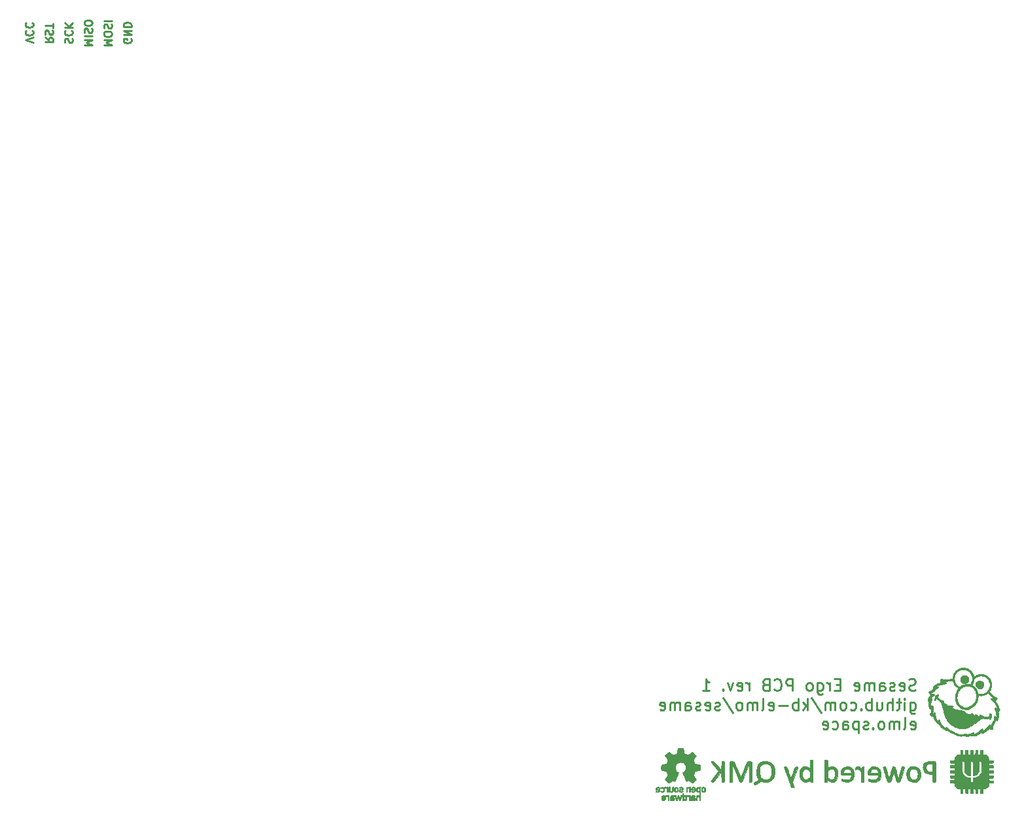
<source format=gbr>
%TF.GenerationSoftware,KiCad,Pcbnew,(5.1.6)-1*%
%TF.CreationDate,2020-08-11T10:36:00-07:00*%
%TF.ProjectId,sesame,73657361-6d65-42e6-9b69-6361645f7063,rev?*%
%TF.SameCoordinates,Original*%
%TF.FileFunction,Legend,Bot*%
%TF.FilePolarity,Positive*%
%FSLAX46Y46*%
G04 Gerber Fmt 4.6, Leading zero omitted, Abs format (unit mm)*
G04 Created by KiCad (PCBNEW (5.1.6)-1) date 2020-08-11 10:36:00*
%MOMM*%
%LPD*%
G01*
G04 APERTURE LIST*
%ADD10C,0.250000*%
%ADD11C,0.010000*%
G04 APERTURE END LIST*
D10*
X228211000Y-73659904D02*
X228258619Y-73755142D01*
X228258619Y-73898000D01*
X228211000Y-74040857D01*
X228115761Y-74136095D01*
X228020523Y-74183714D01*
X227830047Y-74231333D01*
X227687190Y-74231333D01*
X227496714Y-74183714D01*
X227401476Y-74136095D01*
X227306238Y-74040857D01*
X227258619Y-73898000D01*
X227258619Y-73802761D01*
X227306238Y-73659904D01*
X227353857Y-73612285D01*
X227687190Y-73612285D01*
X227687190Y-73802761D01*
X227258619Y-73183714D02*
X228258619Y-73183714D01*
X227258619Y-72612285D01*
X228258619Y-72612285D01*
X227258619Y-72136095D02*
X228258619Y-72136095D01*
X228258619Y-71898000D01*
X228211000Y-71755142D01*
X228115761Y-71659904D01*
X228020523Y-71612285D01*
X227830047Y-71564666D01*
X227687190Y-71564666D01*
X227496714Y-71612285D01*
X227401476Y-71659904D01*
X227306238Y-71755142D01*
X227258619Y-71898000D01*
X227258619Y-72136095D01*
X224718619Y-74469428D02*
X225718619Y-74469428D01*
X225004333Y-74136095D01*
X225718619Y-73802761D01*
X224718619Y-73802761D01*
X225718619Y-73136095D02*
X225718619Y-72945619D01*
X225671000Y-72850380D01*
X225575761Y-72755142D01*
X225385285Y-72707523D01*
X225051952Y-72707523D01*
X224861476Y-72755142D01*
X224766238Y-72850380D01*
X224718619Y-72945619D01*
X224718619Y-73136095D01*
X224766238Y-73231333D01*
X224861476Y-73326571D01*
X225051952Y-73374190D01*
X225385285Y-73374190D01*
X225575761Y-73326571D01*
X225671000Y-73231333D01*
X225718619Y-73136095D01*
X224766238Y-72326571D02*
X224718619Y-72183714D01*
X224718619Y-71945619D01*
X224766238Y-71850380D01*
X224813857Y-71802761D01*
X224909095Y-71755142D01*
X225004333Y-71755142D01*
X225099571Y-71802761D01*
X225147190Y-71850380D01*
X225194809Y-71945619D01*
X225242428Y-72136095D01*
X225290047Y-72231333D01*
X225337666Y-72278952D01*
X225432904Y-72326571D01*
X225528142Y-72326571D01*
X225623380Y-72278952D01*
X225671000Y-72231333D01*
X225718619Y-72136095D01*
X225718619Y-71898000D01*
X225671000Y-71755142D01*
X224718619Y-71326571D02*
X225718619Y-71326571D01*
X222178619Y-74469428D02*
X223178619Y-74469428D01*
X222464333Y-74136095D01*
X223178619Y-73802761D01*
X222178619Y-73802761D01*
X222178619Y-73326571D02*
X223178619Y-73326571D01*
X222226238Y-72898000D02*
X222178619Y-72755142D01*
X222178619Y-72517047D01*
X222226238Y-72421809D01*
X222273857Y-72374190D01*
X222369095Y-72326571D01*
X222464333Y-72326571D01*
X222559571Y-72374190D01*
X222607190Y-72421809D01*
X222654809Y-72517047D01*
X222702428Y-72707523D01*
X222750047Y-72802761D01*
X222797666Y-72850380D01*
X222892904Y-72898000D01*
X222988142Y-72898000D01*
X223083380Y-72850380D01*
X223131000Y-72802761D01*
X223178619Y-72707523D01*
X223178619Y-72469428D01*
X223131000Y-72326571D01*
X223178619Y-71707523D02*
X223178619Y-71517047D01*
X223131000Y-71421809D01*
X223035761Y-71326571D01*
X222845285Y-71278952D01*
X222511952Y-71278952D01*
X222321476Y-71326571D01*
X222226238Y-71421809D01*
X222178619Y-71517047D01*
X222178619Y-71707523D01*
X222226238Y-71802761D01*
X222321476Y-71898000D01*
X222511952Y-71945619D01*
X222845285Y-71945619D01*
X223035761Y-71898000D01*
X223131000Y-71802761D01*
X223178619Y-71707523D01*
X219686238Y-74183714D02*
X219638619Y-74040857D01*
X219638619Y-73802761D01*
X219686238Y-73707523D01*
X219733857Y-73659904D01*
X219829095Y-73612285D01*
X219924333Y-73612285D01*
X220019571Y-73659904D01*
X220067190Y-73707523D01*
X220114809Y-73802761D01*
X220162428Y-73993238D01*
X220210047Y-74088476D01*
X220257666Y-74136095D01*
X220352904Y-74183714D01*
X220448142Y-74183714D01*
X220543380Y-74136095D01*
X220591000Y-74088476D01*
X220638619Y-73993238D01*
X220638619Y-73755142D01*
X220591000Y-73612285D01*
X219733857Y-72612285D02*
X219686238Y-72659904D01*
X219638619Y-72802761D01*
X219638619Y-72898000D01*
X219686238Y-73040857D01*
X219781476Y-73136095D01*
X219876714Y-73183714D01*
X220067190Y-73231333D01*
X220210047Y-73231333D01*
X220400523Y-73183714D01*
X220495761Y-73136095D01*
X220591000Y-73040857D01*
X220638619Y-72898000D01*
X220638619Y-72802761D01*
X220591000Y-72659904D01*
X220543380Y-72612285D01*
X219638619Y-72183714D02*
X220638619Y-72183714D01*
X219638619Y-71612285D02*
X220210047Y-72040857D01*
X220638619Y-71612285D02*
X220067190Y-72183714D01*
X217098619Y-73509119D02*
X217574809Y-73842452D01*
X217098619Y-74080547D02*
X218098619Y-74080547D01*
X218098619Y-73699595D01*
X218051000Y-73604357D01*
X218003380Y-73556738D01*
X217908142Y-73509119D01*
X217765285Y-73509119D01*
X217670047Y-73556738D01*
X217622428Y-73604357D01*
X217574809Y-73699595D01*
X217574809Y-74080547D01*
X217146238Y-73128166D02*
X217098619Y-72985309D01*
X217098619Y-72747214D01*
X217146238Y-72651976D01*
X217193857Y-72604357D01*
X217289095Y-72556738D01*
X217384333Y-72556738D01*
X217479571Y-72604357D01*
X217527190Y-72651976D01*
X217574809Y-72747214D01*
X217622428Y-72937690D01*
X217670047Y-73032928D01*
X217717666Y-73080547D01*
X217812904Y-73128166D01*
X217908142Y-73128166D01*
X218003380Y-73080547D01*
X218051000Y-73032928D01*
X218098619Y-72937690D01*
X218098619Y-72699595D01*
X218051000Y-72556738D01*
X218098619Y-72271023D02*
X218098619Y-71699595D01*
X217098619Y-71985309D02*
X218098619Y-71985309D01*
X215558619Y-74167833D02*
X214558619Y-73834500D01*
X215558619Y-73501166D01*
X214653857Y-72596404D02*
X214606238Y-72644023D01*
X214558619Y-72786880D01*
X214558619Y-72882119D01*
X214606238Y-73024976D01*
X214701476Y-73120214D01*
X214796714Y-73167833D01*
X214987190Y-73215452D01*
X215130047Y-73215452D01*
X215320523Y-73167833D01*
X215415761Y-73120214D01*
X215511000Y-73024976D01*
X215558619Y-72882119D01*
X215558619Y-72786880D01*
X215511000Y-72644023D01*
X215463380Y-72596404D01*
X214653857Y-71596404D02*
X214606238Y-71644023D01*
X214558619Y-71786880D01*
X214558619Y-71882119D01*
X214606238Y-72024976D01*
X214701476Y-72120214D01*
X214796714Y-72167833D01*
X214987190Y-72215452D01*
X215130047Y-72215452D01*
X215320523Y-72167833D01*
X215415761Y-72120214D01*
X215511000Y-72024976D01*
X215558619Y-71882119D01*
X215558619Y-71786880D01*
X215511000Y-71644023D01*
X215463380Y-71596404D01*
X329751785Y-158000142D02*
X329537500Y-158071571D01*
X329180357Y-158071571D01*
X329037500Y-158000142D01*
X328966071Y-157928714D01*
X328894642Y-157785857D01*
X328894642Y-157643000D01*
X328966071Y-157500142D01*
X329037500Y-157428714D01*
X329180357Y-157357285D01*
X329466071Y-157285857D01*
X329608928Y-157214428D01*
X329680357Y-157143000D01*
X329751785Y-157000142D01*
X329751785Y-156857285D01*
X329680357Y-156714428D01*
X329608928Y-156643000D01*
X329466071Y-156571571D01*
X329108928Y-156571571D01*
X328894642Y-156643000D01*
X327680357Y-158000142D02*
X327823214Y-158071571D01*
X328108928Y-158071571D01*
X328251785Y-158000142D01*
X328323214Y-157857285D01*
X328323214Y-157285857D01*
X328251785Y-157143000D01*
X328108928Y-157071571D01*
X327823214Y-157071571D01*
X327680357Y-157143000D01*
X327608928Y-157285857D01*
X327608928Y-157428714D01*
X328323214Y-157571571D01*
X327037500Y-158000142D02*
X326894642Y-158071571D01*
X326608928Y-158071571D01*
X326466071Y-158000142D01*
X326394642Y-157857285D01*
X326394642Y-157785857D01*
X326466071Y-157643000D01*
X326608928Y-157571571D01*
X326823214Y-157571571D01*
X326966071Y-157500142D01*
X327037500Y-157357285D01*
X327037500Y-157285857D01*
X326966071Y-157143000D01*
X326823214Y-157071571D01*
X326608928Y-157071571D01*
X326466071Y-157143000D01*
X325108928Y-158071571D02*
X325108928Y-157285857D01*
X325180357Y-157143000D01*
X325323214Y-157071571D01*
X325608928Y-157071571D01*
X325751785Y-157143000D01*
X325108928Y-158000142D02*
X325251785Y-158071571D01*
X325608928Y-158071571D01*
X325751785Y-158000142D01*
X325823214Y-157857285D01*
X325823214Y-157714428D01*
X325751785Y-157571571D01*
X325608928Y-157500142D01*
X325251785Y-157500142D01*
X325108928Y-157428714D01*
X324394642Y-158071571D02*
X324394642Y-157071571D01*
X324394642Y-157214428D02*
X324323214Y-157143000D01*
X324180357Y-157071571D01*
X323966071Y-157071571D01*
X323823214Y-157143000D01*
X323751785Y-157285857D01*
X323751785Y-158071571D01*
X323751785Y-157285857D02*
X323680357Y-157143000D01*
X323537500Y-157071571D01*
X323323214Y-157071571D01*
X323180357Y-157143000D01*
X323108928Y-157285857D01*
X323108928Y-158071571D01*
X321823214Y-158000142D02*
X321966071Y-158071571D01*
X322251785Y-158071571D01*
X322394642Y-158000142D01*
X322466071Y-157857285D01*
X322466071Y-157285857D01*
X322394642Y-157143000D01*
X322251785Y-157071571D01*
X321966071Y-157071571D01*
X321823214Y-157143000D01*
X321751785Y-157285857D01*
X321751785Y-157428714D01*
X322466071Y-157571571D01*
X319966071Y-157285857D02*
X319466071Y-157285857D01*
X319251785Y-158071571D02*
X319966071Y-158071571D01*
X319966071Y-156571571D01*
X319251785Y-156571571D01*
X318608928Y-158071571D02*
X318608928Y-157071571D01*
X318608928Y-157357285D02*
X318537500Y-157214428D01*
X318466071Y-157143000D01*
X318323214Y-157071571D01*
X318180357Y-157071571D01*
X317037500Y-157071571D02*
X317037500Y-158285857D01*
X317108928Y-158428714D01*
X317180357Y-158500142D01*
X317323214Y-158571571D01*
X317537500Y-158571571D01*
X317680357Y-158500142D01*
X317037500Y-158000142D02*
X317180357Y-158071571D01*
X317466071Y-158071571D01*
X317608928Y-158000142D01*
X317680357Y-157928714D01*
X317751785Y-157785857D01*
X317751785Y-157357285D01*
X317680357Y-157214428D01*
X317608928Y-157143000D01*
X317466071Y-157071571D01*
X317180357Y-157071571D01*
X317037500Y-157143000D01*
X316108928Y-158071571D02*
X316251785Y-158000142D01*
X316323214Y-157928714D01*
X316394642Y-157785857D01*
X316394642Y-157357285D01*
X316323214Y-157214428D01*
X316251785Y-157143000D01*
X316108928Y-157071571D01*
X315894642Y-157071571D01*
X315751785Y-157143000D01*
X315680357Y-157214428D01*
X315608928Y-157357285D01*
X315608928Y-157785857D01*
X315680357Y-157928714D01*
X315751785Y-158000142D01*
X315894642Y-158071571D01*
X316108928Y-158071571D01*
X313823214Y-158071571D02*
X313823214Y-156571571D01*
X313251785Y-156571571D01*
X313108928Y-156643000D01*
X313037500Y-156714428D01*
X312966071Y-156857285D01*
X312966071Y-157071571D01*
X313037500Y-157214428D01*
X313108928Y-157285857D01*
X313251785Y-157357285D01*
X313823214Y-157357285D01*
X311466071Y-157928714D02*
X311537500Y-158000142D01*
X311751785Y-158071571D01*
X311894642Y-158071571D01*
X312108928Y-158000142D01*
X312251785Y-157857285D01*
X312323214Y-157714428D01*
X312394642Y-157428714D01*
X312394642Y-157214428D01*
X312323214Y-156928714D01*
X312251785Y-156785857D01*
X312108928Y-156643000D01*
X311894642Y-156571571D01*
X311751785Y-156571571D01*
X311537500Y-156643000D01*
X311466071Y-156714428D01*
X310323214Y-157285857D02*
X310108928Y-157357285D01*
X310037500Y-157428714D01*
X309966071Y-157571571D01*
X309966071Y-157785857D01*
X310037500Y-157928714D01*
X310108928Y-158000142D01*
X310251785Y-158071571D01*
X310823214Y-158071571D01*
X310823214Y-156571571D01*
X310323214Y-156571571D01*
X310180357Y-156643000D01*
X310108928Y-156714428D01*
X310037500Y-156857285D01*
X310037500Y-157000142D01*
X310108928Y-157143000D01*
X310180357Y-157214428D01*
X310323214Y-157285857D01*
X310823214Y-157285857D01*
X308180357Y-158071571D02*
X308180357Y-157071571D01*
X308180357Y-157357285D02*
X308108928Y-157214428D01*
X308037500Y-157143000D01*
X307894642Y-157071571D01*
X307751785Y-157071571D01*
X306680357Y-158000142D02*
X306823214Y-158071571D01*
X307108928Y-158071571D01*
X307251785Y-158000142D01*
X307323214Y-157857285D01*
X307323214Y-157285857D01*
X307251785Y-157143000D01*
X307108928Y-157071571D01*
X306823214Y-157071571D01*
X306680357Y-157143000D01*
X306608928Y-157285857D01*
X306608928Y-157428714D01*
X307323214Y-157571571D01*
X306108928Y-157071571D02*
X305751785Y-158071571D01*
X305394642Y-157071571D01*
X304823214Y-157928714D02*
X304751785Y-158000142D01*
X304823214Y-158071571D01*
X304894642Y-158000142D01*
X304823214Y-157928714D01*
X304823214Y-158071571D01*
X302180357Y-158071571D02*
X303037500Y-158071571D01*
X302608928Y-158071571D02*
X302608928Y-156571571D01*
X302751785Y-156785857D01*
X302894642Y-156928714D01*
X303037500Y-157000142D01*
X329037500Y-159571571D02*
X329037500Y-160785857D01*
X329108928Y-160928714D01*
X329180357Y-161000142D01*
X329323214Y-161071571D01*
X329537500Y-161071571D01*
X329680357Y-161000142D01*
X329037500Y-160500142D02*
X329180357Y-160571571D01*
X329466071Y-160571571D01*
X329608928Y-160500142D01*
X329680357Y-160428714D01*
X329751785Y-160285857D01*
X329751785Y-159857285D01*
X329680357Y-159714428D01*
X329608928Y-159643000D01*
X329466071Y-159571571D01*
X329180357Y-159571571D01*
X329037500Y-159643000D01*
X328323214Y-160571571D02*
X328323214Y-159571571D01*
X328323214Y-159071571D02*
X328394642Y-159143000D01*
X328323214Y-159214428D01*
X328251785Y-159143000D01*
X328323214Y-159071571D01*
X328323214Y-159214428D01*
X327823214Y-159571571D02*
X327251785Y-159571571D01*
X327608928Y-159071571D02*
X327608928Y-160357285D01*
X327537500Y-160500142D01*
X327394642Y-160571571D01*
X327251785Y-160571571D01*
X326751785Y-160571571D02*
X326751785Y-159071571D01*
X326108928Y-160571571D02*
X326108928Y-159785857D01*
X326180357Y-159643000D01*
X326323214Y-159571571D01*
X326537500Y-159571571D01*
X326680357Y-159643000D01*
X326751785Y-159714428D01*
X324751785Y-159571571D02*
X324751785Y-160571571D01*
X325394642Y-159571571D02*
X325394642Y-160357285D01*
X325323214Y-160500142D01*
X325180357Y-160571571D01*
X324966071Y-160571571D01*
X324823214Y-160500142D01*
X324751785Y-160428714D01*
X324037500Y-160571571D02*
X324037500Y-159071571D01*
X324037500Y-159643000D02*
X323894642Y-159571571D01*
X323608928Y-159571571D01*
X323466071Y-159643000D01*
X323394642Y-159714428D01*
X323323214Y-159857285D01*
X323323214Y-160285857D01*
X323394642Y-160428714D01*
X323466071Y-160500142D01*
X323608928Y-160571571D01*
X323894642Y-160571571D01*
X324037500Y-160500142D01*
X322680357Y-160428714D02*
X322608928Y-160500142D01*
X322680357Y-160571571D01*
X322751785Y-160500142D01*
X322680357Y-160428714D01*
X322680357Y-160571571D01*
X321323214Y-160500142D02*
X321466071Y-160571571D01*
X321751785Y-160571571D01*
X321894642Y-160500142D01*
X321966071Y-160428714D01*
X322037500Y-160285857D01*
X322037500Y-159857285D01*
X321966071Y-159714428D01*
X321894642Y-159643000D01*
X321751785Y-159571571D01*
X321466071Y-159571571D01*
X321323214Y-159643000D01*
X320466071Y-160571571D02*
X320608928Y-160500142D01*
X320680357Y-160428714D01*
X320751785Y-160285857D01*
X320751785Y-159857285D01*
X320680357Y-159714428D01*
X320608928Y-159643000D01*
X320466071Y-159571571D01*
X320251785Y-159571571D01*
X320108928Y-159643000D01*
X320037500Y-159714428D01*
X319966071Y-159857285D01*
X319966071Y-160285857D01*
X320037500Y-160428714D01*
X320108928Y-160500142D01*
X320251785Y-160571571D01*
X320466071Y-160571571D01*
X319323214Y-160571571D02*
X319323214Y-159571571D01*
X319323214Y-159714428D02*
X319251785Y-159643000D01*
X319108928Y-159571571D01*
X318894642Y-159571571D01*
X318751785Y-159643000D01*
X318680357Y-159785857D01*
X318680357Y-160571571D01*
X318680357Y-159785857D02*
X318608928Y-159643000D01*
X318466071Y-159571571D01*
X318251785Y-159571571D01*
X318108928Y-159643000D01*
X318037500Y-159785857D01*
X318037500Y-160571571D01*
X316251785Y-159000142D02*
X317537500Y-160928714D01*
X315751785Y-160571571D02*
X315751785Y-159071571D01*
X315608928Y-160000142D02*
X315180357Y-160571571D01*
X315180357Y-159571571D02*
X315751785Y-160143000D01*
X314537500Y-160571571D02*
X314537500Y-159071571D01*
X314537500Y-159643000D02*
X314394642Y-159571571D01*
X314108928Y-159571571D01*
X313966071Y-159643000D01*
X313894642Y-159714428D01*
X313823214Y-159857285D01*
X313823214Y-160285857D01*
X313894642Y-160428714D01*
X313966071Y-160500142D01*
X314108928Y-160571571D01*
X314394642Y-160571571D01*
X314537500Y-160500142D01*
X313180357Y-160000142D02*
X312037500Y-160000142D01*
X310751785Y-160500142D02*
X310894642Y-160571571D01*
X311180357Y-160571571D01*
X311323214Y-160500142D01*
X311394642Y-160357285D01*
X311394642Y-159785857D01*
X311323214Y-159643000D01*
X311180357Y-159571571D01*
X310894642Y-159571571D01*
X310751785Y-159643000D01*
X310680357Y-159785857D01*
X310680357Y-159928714D01*
X311394642Y-160071571D01*
X309823214Y-160571571D02*
X309966071Y-160500142D01*
X310037500Y-160357285D01*
X310037500Y-159071571D01*
X309251785Y-160571571D02*
X309251785Y-159571571D01*
X309251785Y-159714428D02*
X309180357Y-159643000D01*
X309037500Y-159571571D01*
X308823214Y-159571571D01*
X308680357Y-159643000D01*
X308608928Y-159785857D01*
X308608928Y-160571571D01*
X308608928Y-159785857D02*
X308537500Y-159643000D01*
X308394642Y-159571571D01*
X308180357Y-159571571D01*
X308037500Y-159643000D01*
X307966071Y-159785857D01*
X307966071Y-160571571D01*
X307037500Y-160571571D02*
X307180357Y-160500142D01*
X307251785Y-160428714D01*
X307323214Y-160285857D01*
X307323214Y-159857285D01*
X307251785Y-159714428D01*
X307180357Y-159643000D01*
X307037500Y-159571571D01*
X306823214Y-159571571D01*
X306680357Y-159643000D01*
X306608928Y-159714428D01*
X306537500Y-159857285D01*
X306537500Y-160285857D01*
X306608928Y-160428714D01*
X306680357Y-160500142D01*
X306823214Y-160571571D01*
X307037500Y-160571571D01*
X304823214Y-159000142D02*
X306108928Y-160928714D01*
X304394642Y-160500142D02*
X304251785Y-160571571D01*
X303966071Y-160571571D01*
X303823214Y-160500142D01*
X303751785Y-160357285D01*
X303751785Y-160285857D01*
X303823214Y-160143000D01*
X303966071Y-160071571D01*
X304180357Y-160071571D01*
X304323214Y-160000142D01*
X304394642Y-159857285D01*
X304394642Y-159785857D01*
X304323214Y-159643000D01*
X304180357Y-159571571D01*
X303966071Y-159571571D01*
X303823214Y-159643000D01*
X302537500Y-160500142D02*
X302680357Y-160571571D01*
X302966071Y-160571571D01*
X303108928Y-160500142D01*
X303180357Y-160357285D01*
X303180357Y-159785857D01*
X303108928Y-159643000D01*
X302966071Y-159571571D01*
X302680357Y-159571571D01*
X302537500Y-159643000D01*
X302466071Y-159785857D01*
X302466071Y-159928714D01*
X303180357Y-160071571D01*
X301894642Y-160500142D02*
X301751785Y-160571571D01*
X301466071Y-160571571D01*
X301323214Y-160500142D01*
X301251785Y-160357285D01*
X301251785Y-160285857D01*
X301323214Y-160143000D01*
X301466071Y-160071571D01*
X301680357Y-160071571D01*
X301823214Y-160000142D01*
X301894642Y-159857285D01*
X301894642Y-159785857D01*
X301823214Y-159643000D01*
X301680357Y-159571571D01*
X301466071Y-159571571D01*
X301323214Y-159643000D01*
X299966071Y-160571571D02*
X299966071Y-159785857D01*
X300037500Y-159643000D01*
X300180357Y-159571571D01*
X300466071Y-159571571D01*
X300608928Y-159643000D01*
X299966071Y-160500142D02*
X300108928Y-160571571D01*
X300466071Y-160571571D01*
X300608928Y-160500142D01*
X300680357Y-160357285D01*
X300680357Y-160214428D01*
X300608928Y-160071571D01*
X300466071Y-160000142D01*
X300108928Y-160000142D01*
X299966071Y-159928714D01*
X299251785Y-160571571D02*
X299251785Y-159571571D01*
X299251785Y-159714428D02*
X299180357Y-159643000D01*
X299037500Y-159571571D01*
X298823214Y-159571571D01*
X298680357Y-159643000D01*
X298608928Y-159785857D01*
X298608928Y-160571571D01*
X298608928Y-159785857D02*
X298537500Y-159643000D01*
X298394642Y-159571571D01*
X298180357Y-159571571D01*
X298037500Y-159643000D01*
X297966071Y-159785857D01*
X297966071Y-160571571D01*
X296680357Y-160500142D02*
X296823214Y-160571571D01*
X297108928Y-160571571D01*
X297251785Y-160500142D01*
X297323214Y-160357285D01*
X297323214Y-159785857D01*
X297251785Y-159643000D01*
X297108928Y-159571571D01*
X296823214Y-159571571D01*
X296680357Y-159643000D01*
X296608928Y-159785857D01*
X296608928Y-159928714D01*
X297323214Y-160071571D01*
X329108928Y-163000142D02*
X329251785Y-163071571D01*
X329537500Y-163071571D01*
X329680357Y-163000142D01*
X329751785Y-162857285D01*
X329751785Y-162285857D01*
X329680357Y-162143000D01*
X329537500Y-162071571D01*
X329251785Y-162071571D01*
X329108928Y-162143000D01*
X329037500Y-162285857D01*
X329037500Y-162428714D01*
X329751785Y-162571571D01*
X328180357Y-163071571D02*
X328323214Y-163000142D01*
X328394642Y-162857285D01*
X328394642Y-161571571D01*
X327608928Y-163071571D02*
X327608928Y-162071571D01*
X327608928Y-162214428D02*
X327537500Y-162143000D01*
X327394642Y-162071571D01*
X327180357Y-162071571D01*
X327037500Y-162143000D01*
X326966071Y-162285857D01*
X326966071Y-163071571D01*
X326966071Y-162285857D02*
X326894642Y-162143000D01*
X326751785Y-162071571D01*
X326537500Y-162071571D01*
X326394642Y-162143000D01*
X326323214Y-162285857D01*
X326323214Y-163071571D01*
X325394642Y-163071571D02*
X325537500Y-163000142D01*
X325608928Y-162928714D01*
X325680357Y-162785857D01*
X325680357Y-162357285D01*
X325608928Y-162214428D01*
X325537500Y-162143000D01*
X325394642Y-162071571D01*
X325180357Y-162071571D01*
X325037500Y-162143000D01*
X324966071Y-162214428D01*
X324894642Y-162357285D01*
X324894642Y-162785857D01*
X324966071Y-162928714D01*
X325037500Y-163000142D01*
X325180357Y-163071571D01*
X325394642Y-163071571D01*
X324251785Y-162928714D02*
X324180357Y-163000142D01*
X324251785Y-163071571D01*
X324323214Y-163000142D01*
X324251785Y-162928714D01*
X324251785Y-163071571D01*
X323608928Y-163000142D02*
X323466071Y-163071571D01*
X323180357Y-163071571D01*
X323037500Y-163000142D01*
X322966071Y-162857285D01*
X322966071Y-162785857D01*
X323037500Y-162643000D01*
X323180357Y-162571571D01*
X323394642Y-162571571D01*
X323537500Y-162500142D01*
X323608928Y-162357285D01*
X323608928Y-162285857D01*
X323537500Y-162143000D01*
X323394642Y-162071571D01*
X323180357Y-162071571D01*
X323037500Y-162143000D01*
X322323214Y-162071571D02*
X322323214Y-163571571D01*
X322323214Y-162143000D02*
X322180357Y-162071571D01*
X321894642Y-162071571D01*
X321751785Y-162143000D01*
X321680357Y-162214428D01*
X321608928Y-162357285D01*
X321608928Y-162785857D01*
X321680357Y-162928714D01*
X321751785Y-163000142D01*
X321894642Y-163071571D01*
X322180357Y-163071571D01*
X322323214Y-163000142D01*
X320323214Y-163071571D02*
X320323214Y-162285857D01*
X320394642Y-162143000D01*
X320537500Y-162071571D01*
X320823214Y-162071571D01*
X320966071Y-162143000D01*
X320323214Y-163000142D02*
X320466071Y-163071571D01*
X320823214Y-163071571D01*
X320966071Y-163000142D01*
X321037500Y-162857285D01*
X321037500Y-162714428D01*
X320966071Y-162571571D01*
X320823214Y-162500142D01*
X320466071Y-162500142D01*
X320323214Y-162428714D01*
X318966071Y-163000142D02*
X319108928Y-163071571D01*
X319394642Y-163071571D01*
X319537500Y-163000142D01*
X319608928Y-162928714D01*
X319680357Y-162785857D01*
X319680357Y-162357285D01*
X319608928Y-162214428D01*
X319537500Y-162143000D01*
X319394642Y-162071571D01*
X319108928Y-162071571D01*
X318966071Y-162143000D01*
X317751785Y-163000142D02*
X317894642Y-163071571D01*
X318180357Y-163071571D01*
X318323214Y-163000142D01*
X318394642Y-162857285D01*
X318394642Y-162285857D01*
X318323214Y-162143000D01*
X318180357Y-162071571D01*
X317894642Y-162071571D01*
X317751785Y-162143000D01*
X317680357Y-162285857D01*
X317680357Y-162428714D01*
X318394642Y-162571571D01*
D11*
%TO.C,G\u002A\u002A\u002A*%
G36*
X303403505Y-167211547D02*
G01*
X303334049Y-167244961D01*
X303307750Y-167295801D01*
X303327828Y-167340272D01*
X303384752Y-167425888D01*
X303473563Y-167546002D01*
X303589299Y-167693964D01*
X303727001Y-167863126D01*
X303766112Y-167910147D01*
X304224474Y-168458819D01*
X303732734Y-169116670D01*
X303600251Y-169296336D01*
X303482043Y-169461316D01*
X303383085Y-169604283D01*
X303308352Y-169717907D01*
X303262819Y-169794863D01*
X303250858Y-169826448D01*
X303286207Y-169861169D01*
X303362454Y-169883392D01*
X303457965Y-169891683D01*
X303551107Y-169884606D01*
X303620249Y-169860726D01*
X303631511Y-169851703D01*
X303662487Y-169814093D01*
X303725118Y-169732825D01*
X303813654Y-169615553D01*
X303922341Y-169469931D01*
X304045428Y-169303611D01*
X304135369Y-169181300D01*
X304593625Y-168556497D01*
X304625375Y-169878375D01*
X304785345Y-169887738D01*
X304881560Y-169888983D01*
X304949963Y-169881791D01*
X304967908Y-169874509D01*
X304972794Y-169838864D01*
X304977317Y-169746525D01*
X304981360Y-169604297D01*
X304984808Y-169418986D01*
X304987542Y-169197395D01*
X304989448Y-168946332D01*
X304990407Y-168672600D01*
X304990500Y-168554672D01*
X304990500Y-167257428D01*
X304903188Y-167224188D01*
X304784650Y-167207623D01*
X304720625Y-167218179D01*
X304625375Y-167245409D01*
X304593625Y-168409803D01*
X304134490Y-167831069D01*
X303987734Y-167649130D01*
X303855853Y-167491555D01*
X303744300Y-167364502D01*
X303658527Y-167274130D01*
X303603986Y-167226598D01*
X303595071Y-167221811D01*
X303496921Y-167202180D01*
X303403505Y-167211547D01*
G37*
X303403505Y-167211547D02*
X303334049Y-167244961D01*
X303307750Y-167295801D01*
X303327828Y-167340272D01*
X303384752Y-167425888D01*
X303473563Y-167546002D01*
X303589299Y-167693964D01*
X303727001Y-167863126D01*
X303766112Y-167910147D01*
X304224474Y-168458819D01*
X303732734Y-169116670D01*
X303600251Y-169296336D01*
X303482043Y-169461316D01*
X303383085Y-169604283D01*
X303308352Y-169717907D01*
X303262819Y-169794863D01*
X303250858Y-169826448D01*
X303286207Y-169861169D01*
X303362454Y-169883392D01*
X303457965Y-169891683D01*
X303551107Y-169884606D01*
X303620249Y-169860726D01*
X303631511Y-169851703D01*
X303662487Y-169814093D01*
X303725118Y-169732825D01*
X303813654Y-169615553D01*
X303922341Y-169469931D01*
X304045428Y-169303611D01*
X304135369Y-169181300D01*
X304593625Y-168556497D01*
X304625375Y-169878375D01*
X304785345Y-169887738D01*
X304881560Y-169888983D01*
X304949963Y-169881791D01*
X304967908Y-169874509D01*
X304972794Y-169838864D01*
X304977317Y-169746525D01*
X304981360Y-169604297D01*
X304984808Y-169418986D01*
X304987542Y-169197395D01*
X304989448Y-168946332D01*
X304990407Y-168672600D01*
X304990500Y-168554672D01*
X304990500Y-167257428D01*
X304903188Y-167224188D01*
X304784650Y-167207623D01*
X304720625Y-167218179D01*
X304625375Y-167245409D01*
X304593625Y-168409803D01*
X304134490Y-167831069D01*
X303987734Y-167649130D01*
X303855853Y-167491555D01*
X303744300Y-167364502D01*
X303658527Y-167274130D01*
X303603986Y-167226598D01*
X303595071Y-167221811D01*
X303496921Y-167202180D01*
X303403505Y-167211547D01*
G36*
X305795255Y-167240980D02*
G01*
X305718136Y-167268459D01*
X305706785Y-167277500D01*
X305694152Y-167295906D01*
X305683911Y-167327259D01*
X305675878Y-167377436D01*
X305669865Y-167452317D01*
X305665688Y-167557779D01*
X305663159Y-167699701D01*
X305662093Y-167883961D01*
X305662304Y-168116438D01*
X305663605Y-168403009D01*
X305664830Y-168603063D01*
X305673125Y-169878375D01*
X306022375Y-169878375D01*
X306054125Y-167603055D01*
X306495747Y-168708965D01*
X306596331Y-168959892D01*
X306690491Y-169192964D01*
X306775435Y-169401410D01*
X306848375Y-169578463D01*
X306906521Y-169717355D01*
X306947082Y-169811318D01*
X306967270Y-169853583D01*
X306967947Y-169854562D01*
X307016664Y-169879302D01*
X307101523Y-169893169D01*
X307133625Y-169894250D01*
X307224390Y-169885546D01*
X307288075Y-169863774D01*
X307298740Y-169854562D01*
X307316594Y-169816777D01*
X307354361Y-169726463D01*
X307409339Y-169590427D01*
X307478826Y-169415478D01*
X307560119Y-169208422D01*
X307650515Y-168976067D01*
X307747313Y-168725220D01*
X307755065Y-168705047D01*
X308181375Y-167595219D01*
X308213125Y-169878375D01*
X308356166Y-169887734D01*
X308459186Y-169885030D01*
X308529159Y-169864865D01*
X308538728Y-169857572D01*
X308549573Y-169815596D01*
X308558807Y-169718635D01*
X308566435Y-169575180D01*
X308572463Y-169393725D01*
X308576895Y-169182764D01*
X308579735Y-168950790D01*
X308580990Y-168706295D01*
X308580663Y-168457773D01*
X308578759Y-168213717D01*
X308575284Y-167982620D01*
X308570242Y-167772976D01*
X308563638Y-167593278D01*
X308555476Y-167452018D01*
X308545762Y-167357691D01*
X308537286Y-167322500D01*
X308509320Y-167279664D01*
X308468249Y-167254456D01*
X308397232Y-167241048D01*
X308280508Y-167233662D01*
X308131824Y-167234187D01*
X308031912Y-167252371D01*
X307989991Y-167272535D01*
X307961682Y-167303414D01*
X307923353Y-167367625D01*
X307872998Y-167469644D01*
X307808611Y-167613945D01*
X307728187Y-167805003D01*
X307629720Y-168047292D01*
X307526749Y-168305934D01*
X307433374Y-168540598D01*
X307346814Y-168755259D01*
X307269927Y-168943056D01*
X307205567Y-169097130D01*
X307156590Y-169210620D01*
X307125852Y-169276668D01*
X307116686Y-169291000D01*
X307100138Y-169262733D01*
X307062558Y-169182466D01*
X307006890Y-169056995D01*
X306936081Y-168893118D01*
X306853075Y-168697633D01*
X306760819Y-168477337D01*
X306689552Y-168305312D01*
X306563199Y-168002494D01*
X306454390Y-167749116D01*
X306364077Y-167547263D01*
X306293218Y-167399018D01*
X306242765Y-167306468D01*
X306217064Y-167273437D01*
X306139629Y-167243609D01*
X306028510Y-167228376D01*
X305906216Y-167227559D01*
X305795255Y-167240980D01*
G37*
X305795255Y-167240980D02*
X305718136Y-167268459D01*
X305706785Y-167277500D01*
X305694152Y-167295906D01*
X305683911Y-167327259D01*
X305675878Y-167377436D01*
X305669865Y-167452317D01*
X305665688Y-167557779D01*
X305663159Y-167699701D01*
X305662093Y-167883961D01*
X305662304Y-168116438D01*
X305663605Y-168403009D01*
X305664830Y-168603063D01*
X305673125Y-169878375D01*
X306022375Y-169878375D01*
X306054125Y-167603055D01*
X306495747Y-168708965D01*
X306596331Y-168959892D01*
X306690491Y-169192964D01*
X306775435Y-169401410D01*
X306848375Y-169578463D01*
X306906521Y-169717355D01*
X306947082Y-169811318D01*
X306967270Y-169853583D01*
X306967947Y-169854562D01*
X307016664Y-169879302D01*
X307101523Y-169893169D01*
X307133625Y-169894250D01*
X307224390Y-169885546D01*
X307288075Y-169863774D01*
X307298740Y-169854562D01*
X307316594Y-169816777D01*
X307354361Y-169726463D01*
X307409339Y-169590427D01*
X307478826Y-169415478D01*
X307560119Y-169208422D01*
X307650515Y-168976067D01*
X307747313Y-168725220D01*
X307755065Y-168705047D01*
X308181375Y-167595219D01*
X308213125Y-169878375D01*
X308356166Y-169887734D01*
X308459186Y-169885030D01*
X308529159Y-169864865D01*
X308538728Y-169857572D01*
X308549573Y-169815596D01*
X308558807Y-169718635D01*
X308566435Y-169575180D01*
X308572463Y-169393725D01*
X308576895Y-169182764D01*
X308579735Y-168950790D01*
X308580990Y-168706295D01*
X308580663Y-168457773D01*
X308578759Y-168213717D01*
X308575284Y-167982620D01*
X308570242Y-167772976D01*
X308563638Y-167593278D01*
X308555476Y-167452018D01*
X308545762Y-167357691D01*
X308537286Y-167322500D01*
X308509320Y-167279664D01*
X308468249Y-167254456D01*
X308397232Y-167241048D01*
X308280508Y-167233662D01*
X308131824Y-167234187D01*
X308031912Y-167252371D01*
X307989991Y-167272535D01*
X307961682Y-167303414D01*
X307923353Y-167367625D01*
X307872998Y-167469644D01*
X307808611Y-167613945D01*
X307728187Y-167805003D01*
X307629720Y-168047292D01*
X307526749Y-168305934D01*
X307433374Y-168540598D01*
X307346814Y-168755259D01*
X307269927Y-168943056D01*
X307205567Y-169097130D01*
X307156590Y-169210620D01*
X307125852Y-169276668D01*
X307116686Y-169291000D01*
X307100138Y-169262733D01*
X307062558Y-169182466D01*
X307006890Y-169056995D01*
X306936081Y-168893118D01*
X306853075Y-168697633D01*
X306760819Y-168477337D01*
X306689552Y-168305312D01*
X306563199Y-168002494D01*
X306454390Y-167749116D01*
X306364077Y-167547263D01*
X306293218Y-167399018D01*
X306242765Y-167306468D01*
X306217064Y-167273437D01*
X306139629Y-167243609D01*
X306028510Y-167228376D01*
X305906216Y-167227559D01*
X305795255Y-167240980D01*
G36*
X322102319Y-167903214D02*
G01*
X322024885Y-167937434D01*
X321986757Y-168006524D01*
X321976750Y-168117644D01*
X321976750Y-168275554D01*
X322152898Y-168254852D01*
X322291537Y-168248984D01*
X322398400Y-168274963D01*
X322491763Y-168341531D01*
X322589906Y-168457428D01*
X322597222Y-168467333D01*
X322705627Y-168615011D01*
X322722875Y-169878375D01*
X322866933Y-169887776D01*
X322958276Y-169888843D01*
X323021197Y-169880598D01*
X323033620Y-169874547D01*
X323039268Y-169838278D01*
X323044402Y-169746463D01*
X323048838Y-169607057D01*
X323052394Y-169428014D01*
X323054889Y-169217286D01*
X323056139Y-168982829D01*
X323056250Y-168887093D01*
X323056250Y-167922270D01*
X322905438Y-167931947D01*
X322754625Y-167941625D01*
X322744908Y-168075639D01*
X322735190Y-168209653D01*
X322637007Y-168097830D01*
X322504696Y-167976163D01*
X322365574Y-167910674D01*
X322230240Y-167894000D01*
X322102319Y-167903214D01*
G37*
X322102319Y-167903214D02*
X322024885Y-167937434D01*
X321986757Y-168006524D01*
X321976750Y-168117644D01*
X321976750Y-168275554D01*
X322152898Y-168254852D01*
X322291537Y-168248984D01*
X322398400Y-168274963D01*
X322491763Y-168341531D01*
X322589906Y-168457428D01*
X322597222Y-168467333D01*
X322705627Y-168615011D01*
X322722875Y-169878375D01*
X322866933Y-169887776D01*
X322958276Y-169888843D01*
X323021197Y-169880598D01*
X323033620Y-169874547D01*
X323039268Y-169838278D01*
X323044402Y-169746463D01*
X323048838Y-169607057D01*
X323052394Y-169428014D01*
X323054889Y-169217286D01*
X323056139Y-168982829D01*
X323056250Y-168887093D01*
X323056250Y-167922270D01*
X322905438Y-167931947D01*
X322754625Y-167941625D01*
X322744908Y-168075639D01*
X322735190Y-168209653D01*
X322637007Y-168097830D01*
X322504696Y-167976163D01*
X322365574Y-167910674D01*
X322230240Y-167894000D01*
X322102319Y-167903214D01*
G36*
X327870854Y-168187687D02*
G01*
X327822617Y-168349464D01*
X327770453Y-168526445D01*
X327725293Y-168681532D01*
X327723500Y-168687750D01*
X327679540Y-168838703D01*
X327627582Y-169014778D01*
X327578144Y-169180353D01*
X327573506Y-169195750D01*
X327492125Y-169465625D01*
X327293980Y-168730339D01*
X327237573Y-168522823D01*
X327185619Y-168335095D01*
X327140664Y-168176080D01*
X327105254Y-168054707D01*
X327081936Y-167979903D01*
X327074419Y-167960401D01*
X327032567Y-167940191D01*
X326950160Y-167927704D01*
X326897619Y-167925750D01*
X326803713Y-167928676D01*
X326753451Y-167944863D01*
X326727013Y-167985420D01*
X326713542Y-168028937D01*
X326654439Y-168239118D01*
X326592457Y-168455378D01*
X326530185Y-168669113D01*
X326470209Y-168871717D01*
X326415118Y-169054586D01*
X326367499Y-169209114D01*
X326329939Y-169326697D01*
X326305027Y-169398728D01*
X326295913Y-169417775D01*
X326282182Y-169388729D01*
X326254472Y-169308196D01*
X326215847Y-169185862D01*
X326169372Y-169031408D01*
X326122552Y-168870087D01*
X326067089Y-168676419D01*
X326012941Y-168488357D01*
X325964425Y-168320827D01*
X325925860Y-168188750D01*
X325906739Y-168124187D01*
X325847250Y-167925750D01*
X325691874Y-167925750D01*
X325597668Y-167931707D01*
X325532293Y-167946866D01*
X325516967Y-167957352D01*
X325522006Y-167992612D01*
X325543327Y-168079384D01*
X325578224Y-168208587D01*
X325623991Y-168371138D01*
X325677925Y-168557953D01*
X325737318Y-168759952D01*
X325799467Y-168968050D01*
X325861666Y-169173166D01*
X325921211Y-169366217D01*
X325975395Y-169538120D01*
X326021515Y-169679794D01*
X326056864Y-169782155D01*
X326072574Y-169822812D01*
X326097704Y-169863464D01*
X326140558Y-169885039D01*
X326218672Y-169893295D01*
X326290182Y-169894250D01*
X326407000Y-169887476D01*
X326487095Y-169869173D01*
X326510042Y-169854562D01*
X326528292Y-169813328D01*
X326560813Y-169720603D01*
X326604516Y-169585979D01*
X326656316Y-169419048D01*
X326713125Y-169229401D01*
X326732290Y-169164000D01*
X326921971Y-168513125D01*
X326960099Y-168656000D01*
X327047923Y-168984283D01*
X327120749Y-169254646D01*
X327179558Y-169470623D01*
X327225331Y-169635749D01*
X327259050Y-169753560D01*
X327281695Y-169827591D01*
X327294248Y-169861378D01*
X327294980Y-169862669D01*
X327337995Y-169882484D01*
X327421593Y-169892507D01*
X327523686Y-169893163D01*
X327622185Y-169884876D01*
X327695001Y-169868071D01*
X327716785Y-169854562D01*
X327734786Y-169814148D01*
X327767818Y-169722176D01*
X327812985Y-169588006D01*
X327867390Y-169420996D01*
X327928138Y-169230506D01*
X327992332Y-169025894D01*
X328057075Y-168816520D01*
X328119471Y-168611743D01*
X328176625Y-168420921D01*
X328225639Y-168253415D01*
X328263617Y-168118583D01*
X328287664Y-168025784D01*
X328295000Y-167986137D01*
X328286377Y-167950948D01*
X328250591Y-167932711D01*
X328172765Y-167926222D01*
X328122297Y-167925750D01*
X327949593Y-167925750D01*
X327870854Y-168187687D01*
G37*
X327870854Y-168187687D02*
X327822617Y-168349464D01*
X327770453Y-168526445D01*
X327725293Y-168681532D01*
X327723500Y-168687750D01*
X327679540Y-168838703D01*
X327627582Y-169014778D01*
X327578144Y-169180353D01*
X327573506Y-169195750D01*
X327492125Y-169465625D01*
X327293980Y-168730339D01*
X327237573Y-168522823D01*
X327185619Y-168335095D01*
X327140664Y-168176080D01*
X327105254Y-168054707D01*
X327081936Y-167979903D01*
X327074419Y-167960401D01*
X327032567Y-167940191D01*
X326950160Y-167927704D01*
X326897619Y-167925750D01*
X326803713Y-167928676D01*
X326753451Y-167944863D01*
X326727013Y-167985420D01*
X326713542Y-168028937D01*
X326654439Y-168239118D01*
X326592457Y-168455378D01*
X326530185Y-168669113D01*
X326470209Y-168871717D01*
X326415118Y-169054586D01*
X326367499Y-169209114D01*
X326329939Y-169326697D01*
X326305027Y-169398728D01*
X326295913Y-169417775D01*
X326282182Y-169388729D01*
X326254472Y-169308196D01*
X326215847Y-169185862D01*
X326169372Y-169031408D01*
X326122552Y-168870087D01*
X326067089Y-168676419D01*
X326012941Y-168488357D01*
X325964425Y-168320827D01*
X325925860Y-168188750D01*
X325906739Y-168124187D01*
X325847250Y-167925750D01*
X325691874Y-167925750D01*
X325597668Y-167931707D01*
X325532293Y-167946866D01*
X325516967Y-167957352D01*
X325522006Y-167992612D01*
X325543327Y-168079384D01*
X325578224Y-168208587D01*
X325623991Y-168371138D01*
X325677925Y-168557953D01*
X325737318Y-168759952D01*
X325799467Y-168968050D01*
X325861666Y-169173166D01*
X325921211Y-169366217D01*
X325975395Y-169538120D01*
X326021515Y-169679794D01*
X326056864Y-169782155D01*
X326072574Y-169822812D01*
X326097704Y-169863464D01*
X326140558Y-169885039D01*
X326218672Y-169893295D01*
X326290182Y-169894250D01*
X326407000Y-169887476D01*
X326487095Y-169869173D01*
X326510042Y-169854562D01*
X326528292Y-169813328D01*
X326560813Y-169720603D01*
X326604516Y-169585979D01*
X326656316Y-169419048D01*
X326713125Y-169229401D01*
X326732290Y-169164000D01*
X326921971Y-168513125D01*
X326960099Y-168656000D01*
X327047923Y-168984283D01*
X327120749Y-169254646D01*
X327179558Y-169470623D01*
X327225331Y-169635749D01*
X327259050Y-169753560D01*
X327281695Y-169827591D01*
X327294248Y-169861378D01*
X327294980Y-169862669D01*
X327337995Y-169882484D01*
X327421593Y-169892507D01*
X327523686Y-169893163D01*
X327622185Y-169884876D01*
X327695001Y-169868071D01*
X327716785Y-169854562D01*
X327734786Y-169814148D01*
X327767818Y-169722176D01*
X327812985Y-169588006D01*
X327867390Y-169420996D01*
X327928138Y-169230506D01*
X327992332Y-169025894D01*
X328057075Y-168816520D01*
X328119471Y-168611743D01*
X328176625Y-168420921D01*
X328225639Y-168253415D01*
X328263617Y-168118583D01*
X328287664Y-168025784D01*
X328295000Y-167986137D01*
X328286377Y-167950948D01*
X328250591Y-167932711D01*
X328172765Y-167926222D01*
X328122297Y-167925750D01*
X327949593Y-167925750D01*
X327870854Y-168187687D01*
G36*
X331675987Y-167228643D02*
G01*
X331512802Y-167236900D01*
X331367743Y-167250034D01*
X331254371Y-167267907D01*
X331221316Y-167276237D01*
X331020952Y-167365149D01*
X330865825Y-167497424D01*
X330758720Y-167669200D01*
X330702424Y-167876616D01*
X330694130Y-168006984D01*
X330720772Y-168249421D01*
X330798313Y-168454954D01*
X330924813Y-168621901D01*
X331098335Y-168748580D01*
X331316940Y-168833308D01*
X331578690Y-168874403D01*
X331698013Y-168878250D01*
X331946250Y-168878250D01*
X331946250Y-169348150D01*
X331948580Y-169562583D01*
X331955726Y-169716807D01*
X331967922Y-169813946D01*
X331984350Y-169856150D01*
X332036874Y-169878621D01*
X332122862Y-169891614D01*
X332215142Y-169893699D01*
X332286542Y-169883446D01*
X332306084Y-169873083D01*
X332310701Y-169837723D01*
X332314971Y-169745722D01*
X332318781Y-169603940D01*
X332322020Y-169419236D01*
X332324576Y-169198469D01*
X332326336Y-168948498D01*
X332327187Y-168676183D01*
X332327250Y-168577683D01*
X332326727Y-168234933D01*
X332325075Y-167951507D01*
X332322174Y-167723238D01*
X332317902Y-167545957D01*
X332317849Y-167544750D01*
X331946250Y-167544750D01*
X331946250Y-168560750D01*
X331700188Y-168560700D01*
X331522997Y-168552269D01*
X331394816Y-168525761D01*
X331345257Y-168505138D01*
X331222349Y-168420289D01*
X331144320Y-168308179D01*
X331104013Y-168156463D01*
X331096510Y-168076220D01*
X331104060Y-167889405D01*
X331152855Y-167746115D01*
X331246153Y-167643401D01*
X331387213Y-167578314D01*
X331579292Y-167547905D01*
X331683818Y-167544750D01*
X331946250Y-167544750D01*
X332317849Y-167544750D01*
X332312139Y-167415496D01*
X332304765Y-167327689D01*
X332295657Y-167278366D01*
X332289151Y-167265350D01*
X332238758Y-167247148D01*
X332138684Y-167234516D01*
X332002490Y-167227313D01*
X331843737Y-167225401D01*
X331675987Y-167228643D01*
G37*
X331675987Y-167228643D02*
X331512802Y-167236900D01*
X331367743Y-167250034D01*
X331254371Y-167267907D01*
X331221316Y-167276237D01*
X331020952Y-167365149D01*
X330865825Y-167497424D01*
X330758720Y-167669200D01*
X330702424Y-167876616D01*
X330694130Y-168006984D01*
X330720772Y-168249421D01*
X330798313Y-168454954D01*
X330924813Y-168621901D01*
X331098335Y-168748580D01*
X331316940Y-168833308D01*
X331578690Y-168874403D01*
X331698013Y-168878250D01*
X331946250Y-168878250D01*
X331946250Y-169348150D01*
X331948580Y-169562583D01*
X331955726Y-169716807D01*
X331967922Y-169813946D01*
X331984350Y-169856150D01*
X332036874Y-169878621D01*
X332122862Y-169891614D01*
X332215142Y-169893699D01*
X332286542Y-169883446D01*
X332306084Y-169873083D01*
X332310701Y-169837723D01*
X332314971Y-169745722D01*
X332318781Y-169603940D01*
X332322020Y-169419236D01*
X332324576Y-169198469D01*
X332326336Y-168948498D01*
X332327187Y-168676183D01*
X332327250Y-168577683D01*
X332326727Y-168234933D01*
X332325075Y-167951507D01*
X332322174Y-167723238D01*
X332317902Y-167545957D01*
X332317849Y-167544750D01*
X331946250Y-167544750D01*
X331946250Y-168560750D01*
X331700188Y-168560700D01*
X331522997Y-168552269D01*
X331394816Y-168525761D01*
X331345257Y-168505138D01*
X331222349Y-168420289D01*
X331144320Y-168308179D01*
X331104013Y-168156463D01*
X331096510Y-168076220D01*
X331104060Y-167889405D01*
X331152855Y-167746115D01*
X331246153Y-167643401D01*
X331387213Y-167578314D01*
X331579292Y-167547905D01*
X331683818Y-167544750D01*
X331946250Y-167544750D01*
X332317849Y-167544750D01*
X332312139Y-167415496D01*
X332304765Y-167327689D01*
X332295657Y-167278366D01*
X332289151Y-167265350D01*
X332238758Y-167247148D01*
X332138684Y-167234516D01*
X332002490Y-167227313D01*
X331843737Y-167225401D01*
X331675987Y-167228643D01*
G36*
X316156141Y-167034652D02*
G01*
X316071250Y-167066928D01*
X316071250Y-168155536D01*
X315960113Y-168070768D01*
X315776860Y-167958545D01*
X315589656Y-167902783D01*
X315468000Y-167894000D01*
X315255840Y-167920894D01*
X315077772Y-168000467D01*
X314935041Y-168131054D01*
X314828892Y-168310989D01*
X314760571Y-168538606D01*
X314731321Y-168812239D01*
X314730252Y-168880935D01*
X314750968Y-169173576D01*
X314813046Y-169419531D01*
X314916167Y-169618134D01*
X315060014Y-169768718D01*
X315192080Y-169848652D01*
X315390599Y-169911694D01*
X315588847Y-169920099D01*
X315772487Y-169873582D01*
X315800186Y-169860710D01*
X315903095Y-169799748D01*
X315997167Y-169729043D01*
X316012350Y-169715218D01*
X316098704Y-169632485D01*
X316108790Y-169755430D01*
X316117775Y-169829683D01*
X316140646Y-169867025D01*
X316195307Y-169882211D01*
X316269688Y-169888052D01*
X316420500Y-169897729D01*
X316420500Y-169277778D01*
X316071250Y-169277778D01*
X315936313Y-169409745D01*
X315780921Y-169535261D01*
X315632982Y-169598939D01*
X315489216Y-169601525D01*
X315346778Y-169544034D01*
X315237998Y-169446259D01*
X315163045Y-169304093D01*
X315120429Y-169113466D01*
X315108492Y-168894125D01*
X315118589Y-168683856D01*
X315150597Y-168521154D01*
X315208542Y-168392653D01*
X315290185Y-168291178D01*
X315399812Y-168223265D01*
X315533333Y-168206023D01*
X315680001Y-168236904D01*
X315829071Y-168313360D01*
X315969796Y-168432842D01*
X315992553Y-168457746D01*
X316025752Y-168499832D01*
X316047757Y-168545249D01*
X316060898Y-168607615D01*
X316067510Y-168700546D01*
X316069925Y-168837660D01*
X316070247Y-168911326D01*
X316071250Y-169277778D01*
X316420500Y-169277778D01*
X316420500Y-167041795D01*
X316330766Y-167022086D01*
X316231648Y-167018566D01*
X316156141Y-167034652D01*
G37*
X316156141Y-167034652D02*
X316071250Y-167066928D01*
X316071250Y-168155536D01*
X315960113Y-168070768D01*
X315776860Y-167958545D01*
X315589656Y-167902783D01*
X315468000Y-167894000D01*
X315255840Y-167920894D01*
X315077772Y-168000467D01*
X314935041Y-168131054D01*
X314828892Y-168310989D01*
X314760571Y-168538606D01*
X314731321Y-168812239D01*
X314730252Y-168880935D01*
X314750968Y-169173576D01*
X314813046Y-169419531D01*
X314916167Y-169618134D01*
X315060014Y-169768718D01*
X315192080Y-169848652D01*
X315390599Y-169911694D01*
X315588847Y-169920099D01*
X315772487Y-169873582D01*
X315800186Y-169860710D01*
X315903095Y-169799748D01*
X315997167Y-169729043D01*
X316012350Y-169715218D01*
X316098704Y-169632485D01*
X316108790Y-169755430D01*
X316117775Y-169829683D01*
X316140646Y-169867025D01*
X316195307Y-169882211D01*
X316269688Y-169888052D01*
X316420500Y-169897729D01*
X316420500Y-169277778D01*
X316071250Y-169277778D01*
X315936313Y-169409745D01*
X315780921Y-169535261D01*
X315632982Y-169598939D01*
X315489216Y-169601525D01*
X315346778Y-169544034D01*
X315237998Y-169446259D01*
X315163045Y-169304093D01*
X315120429Y-169113466D01*
X315108492Y-168894125D01*
X315118589Y-168683856D01*
X315150597Y-168521154D01*
X315208542Y-168392653D01*
X315290185Y-168291178D01*
X315399812Y-168223265D01*
X315533333Y-168206023D01*
X315680001Y-168236904D01*
X315829071Y-168313360D01*
X315969796Y-168432842D01*
X315992553Y-168457746D01*
X316025752Y-168499832D01*
X316047757Y-168545249D01*
X316060898Y-168607615D01*
X316067510Y-168700546D01*
X316069925Y-168837660D01*
X316070247Y-168911326D01*
X316071250Y-169277778D01*
X316420500Y-169277778D01*
X316420500Y-167041795D01*
X316330766Y-167022086D01*
X316231648Y-167018566D01*
X316156141Y-167034652D01*
G36*
X318147804Y-167042749D02*
G01*
X317992125Y-167052625D01*
X317992125Y-169878375D01*
X318277875Y-169878375D01*
X318293750Y-169739713D01*
X318309625Y-169601052D01*
X318373087Y-169671566D01*
X318517927Y-169790011D01*
X318697137Y-169872415D01*
X318891871Y-169913966D01*
X319083282Y-169909855D01*
X319194664Y-169881290D01*
X319369543Y-169783644D01*
X319506964Y-169635563D01*
X319606119Y-169438466D01*
X319666203Y-169193772D01*
X319683357Y-169021125D01*
X319681620Y-168910000D01*
X319309396Y-168910000D01*
X319299762Y-169119976D01*
X319268328Y-169281978D01*
X319211302Y-169408927D01*
X319135028Y-169503822D01*
X319010791Y-169587623D01*
X318869874Y-169612849D01*
X318721147Y-169579061D01*
X318629875Y-169528940D01*
X318522428Y-169452230D01*
X318447880Y-169383580D01*
X318400213Y-169308889D01*
X318373407Y-169214055D01*
X318361443Y-169084977D01*
X318358300Y-168907553D01*
X318358254Y-168892631D01*
X318357250Y-168510137D01*
X318476313Y-168396322D01*
X318588534Y-168298433D01*
X318685011Y-168241702D01*
X318787672Y-168216168D01*
X318883227Y-168211500D01*
X318984004Y-168218414D01*
X319055820Y-168248349D01*
X319130025Y-168315094D01*
X319138086Y-168323584D01*
X319219230Y-168429212D01*
X319271893Y-168550759D01*
X319300477Y-168703299D01*
X319309387Y-168901904D01*
X319309396Y-168910000D01*
X319681620Y-168910000D01*
X319678748Y-168726352D01*
X319632837Y-168472104D01*
X319547554Y-168260977D01*
X319424829Y-168095569D01*
X319266591Y-167978475D01*
X319074770Y-167912294D01*
X318851294Y-167899621D01*
X318850196Y-167899691D01*
X318715941Y-167914739D01*
X318614544Y-167946012D01*
X318515679Y-168003415D01*
X318500626Y-168013881D01*
X318357250Y-168114941D01*
X318356764Y-167615533D01*
X318354985Y-167441521D01*
X318350393Y-167288433D01*
X318343582Y-167168210D01*
X318335145Y-167092793D01*
X318329880Y-167074499D01*
X318275665Y-167046717D01*
X318163775Y-167041858D01*
X318147804Y-167042749D01*
G37*
X318147804Y-167042749D02*
X317992125Y-167052625D01*
X317992125Y-169878375D01*
X318277875Y-169878375D01*
X318293750Y-169739713D01*
X318309625Y-169601052D01*
X318373087Y-169671566D01*
X318517927Y-169790011D01*
X318697137Y-169872415D01*
X318891871Y-169913966D01*
X319083282Y-169909855D01*
X319194664Y-169881290D01*
X319369543Y-169783644D01*
X319506964Y-169635563D01*
X319606119Y-169438466D01*
X319666203Y-169193772D01*
X319683357Y-169021125D01*
X319681620Y-168910000D01*
X319309396Y-168910000D01*
X319299762Y-169119976D01*
X319268328Y-169281978D01*
X319211302Y-169408927D01*
X319135028Y-169503822D01*
X319010791Y-169587623D01*
X318869874Y-169612849D01*
X318721147Y-169579061D01*
X318629875Y-169528940D01*
X318522428Y-169452230D01*
X318447880Y-169383580D01*
X318400213Y-169308889D01*
X318373407Y-169214055D01*
X318361443Y-169084977D01*
X318358300Y-168907553D01*
X318358254Y-168892631D01*
X318357250Y-168510137D01*
X318476313Y-168396322D01*
X318588534Y-168298433D01*
X318685011Y-168241702D01*
X318787672Y-168216168D01*
X318883227Y-168211500D01*
X318984004Y-168218414D01*
X319055820Y-168248349D01*
X319130025Y-168315094D01*
X319138086Y-168323584D01*
X319219230Y-168429212D01*
X319271893Y-168550759D01*
X319300477Y-168703299D01*
X319309387Y-168901904D01*
X319309396Y-168910000D01*
X319681620Y-168910000D01*
X319678748Y-168726352D01*
X319632837Y-168472104D01*
X319547554Y-168260977D01*
X319424829Y-168095569D01*
X319266591Y-167978475D01*
X319074770Y-167912294D01*
X318851294Y-167899621D01*
X318850196Y-167899691D01*
X318715941Y-167914739D01*
X318614544Y-167946012D01*
X318515679Y-168003415D01*
X318500626Y-168013881D01*
X318357250Y-168114941D01*
X318356764Y-167615533D01*
X318354985Y-167441521D01*
X318350393Y-167288433D01*
X318343582Y-167168210D01*
X318335145Y-167092793D01*
X318329880Y-167074499D01*
X318275665Y-167046717D01*
X318163775Y-167041858D01*
X318147804Y-167042749D01*
G36*
X320807763Y-167899066D02*
G01*
X320584448Y-167938737D01*
X320398641Y-168028838D01*
X320252722Y-168166899D01*
X320149069Y-168350451D01*
X320090063Y-168577025D01*
X320081451Y-168652684D01*
X320072953Y-168755680D01*
X320071922Y-168833906D01*
X320085750Y-168890763D01*
X320121827Y-168929652D01*
X320187544Y-168953975D01*
X320290291Y-168967132D01*
X320437461Y-168972527D01*
X320636443Y-168973559D01*
X320778561Y-168973500D01*
X321414095Y-168973500D01*
X321395035Y-169134438D01*
X321350192Y-169321424D01*
X321264373Y-169461215D01*
X321135629Y-169555396D01*
X320962012Y-169605552D01*
X320803832Y-169615258D01*
X320652929Y-169603396D01*
X320490041Y-169575132D01*
X320399492Y-169551417D01*
X320271949Y-169517694D01*
X320191640Y-169515644D01*
X320149242Y-169548065D01*
X320135433Y-169617755D01*
X320135250Y-169630724D01*
X320159689Y-169717746D01*
X320235853Y-169788249D01*
X320368020Y-169845267D01*
X320479537Y-169875080D01*
X320761922Y-169918837D01*
X321010267Y-169913013D01*
X321199539Y-169868804D01*
X321393966Y-169782910D01*
X321539246Y-169671602D01*
X321645414Y-169523794D01*
X321722504Y-169328401D01*
X321737437Y-169274567D01*
X321778563Y-169016542D01*
X321773398Y-168753082D01*
X321758781Y-168679812D01*
X321405073Y-168679812D01*
X321389067Y-168695720D01*
X321336331Y-168707094D01*
X321240036Y-168714483D01*
X321093351Y-168718433D01*
X320909592Y-168719500D01*
X320413934Y-168719500D01*
X320436064Y-168601534D01*
X320491776Y-168419940D01*
X320581940Y-168291289D01*
X320708502Y-168213978D01*
X320873405Y-168186401D01*
X320937291Y-168187988D01*
X321052933Y-168200963D01*
X321133324Y-168229195D01*
X321206597Y-168284111D01*
X321231289Y-168307393D01*
X321323651Y-168426621D01*
X321385796Y-168565715D01*
X321405073Y-168679812D01*
X321758781Y-168679812D01*
X321723602Y-168503488D01*
X321656666Y-168334429D01*
X321569070Y-168208464D01*
X321443919Y-168086348D01*
X321302740Y-167986099D01*
X321169059Y-167926291D01*
X321060732Y-167907220D01*
X320922491Y-167897763D01*
X320807763Y-167899066D01*
G37*
X320807763Y-167899066D02*
X320584448Y-167938737D01*
X320398641Y-168028838D01*
X320252722Y-168166899D01*
X320149069Y-168350451D01*
X320090063Y-168577025D01*
X320081451Y-168652684D01*
X320072953Y-168755680D01*
X320071922Y-168833906D01*
X320085750Y-168890763D01*
X320121827Y-168929652D01*
X320187544Y-168953975D01*
X320290291Y-168967132D01*
X320437461Y-168972527D01*
X320636443Y-168973559D01*
X320778561Y-168973500D01*
X321414095Y-168973500D01*
X321395035Y-169134438D01*
X321350192Y-169321424D01*
X321264373Y-169461215D01*
X321135629Y-169555396D01*
X320962012Y-169605552D01*
X320803832Y-169615258D01*
X320652929Y-169603396D01*
X320490041Y-169575132D01*
X320399492Y-169551417D01*
X320271949Y-169517694D01*
X320191640Y-169515644D01*
X320149242Y-169548065D01*
X320135433Y-169617755D01*
X320135250Y-169630724D01*
X320159689Y-169717746D01*
X320235853Y-169788249D01*
X320368020Y-169845267D01*
X320479537Y-169875080D01*
X320761922Y-169918837D01*
X321010267Y-169913013D01*
X321199539Y-169868804D01*
X321393966Y-169782910D01*
X321539246Y-169671602D01*
X321645414Y-169523794D01*
X321722504Y-169328401D01*
X321737437Y-169274567D01*
X321778563Y-169016542D01*
X321773398Y-168753082D01*
X321758781Y-168679812D01*
X321405073Y-168679812D01*
X321389067Y-168695720D01*
X321336331Y-168707094D01*
X321240036Y-168714483D01*
X321093351Y-168718433D01*
X320909592Y-168719500D01*
X320413934Y-168719500D01*
X320436064Y-168601534D01*
X320491776Y-168419940D01*
X320581940Y-168291289D01*
X320708502Y-168213978D01*
X320873405Y-168186401D01*
X320937291Y-168187988D01*
X321052933Y-168200963D01*
X321133324Y-168229195D01*
X321206597Y-168284111D01*
X321231289Y-168307393D01*
X321323651Y-168426621D01*
X321385796Y-168565715D01*
X321405073Y-168679812D01*
X321758781Y-168679812D01*
X321723602Y-168503488D01*
X321656666Y-168334429D01*
X321569070Y-168208464D01*
X321443919Y-168086348D01*
X321302740Y-167986099D01*
X321169059Y-167926291D01*
X321060732Y-167907220D01*
X320922491Y-167897763D01*
X320807763Y-167899066D01*
G36*
X324137072Y-167919940D02*
G01*
X323937989Y-167994920D01*
X323778755Y-168118094D01*
X323661502Y-168287994D01*
X323609199Y-168421489D01*
X323581177Y-168547804D01*
X323567261Y-168681742D01*
X323567701Y-168804607D01*
X323582745Y-168897703D01*
X323602350Y-168935400D01*
X323640445Y-168950018D01*
X323724547Y-168960881D01*
X323859130Y-168968242D01*
X324048666Y-168972358D01*
X324269100Y-168973500D01*
X324897750Y-168973500D01*
X324896357Y-169060812D01*
X324865502Y-169240090D01*
X324784972Y-169400536D01*
X324664035Y-169526440D01*
X324596692Y-169568791D01*
X324484318Y-169602427D01*
X324331884Y-169614998D01*
X324159020Y-169607107D01*
X323985354Y-169579357D01*
X323867941Y-169546416D01*
X323757981Y-169511712D01*
X323692701Y-169501630D01*
X323658936Y-169514598D01*
X323654115Y-169520877D01*
X323630744Y-169597104D01*
X323634063Y-169685940D01*
X323661890Y-169754552D01*
X323670179Y-169762937D01*
X323771546Y-169818709D01*
X323918410Y-169863792D01*
X324093356Y-169896130D01*
X324278970Y-169913665D01*
X324457839Y-169914340D01*
X324612547Y-169896097D01*
X324669998Y-169881052D01*
X324875798Y-169785769D01*
X325036397Y-169648463D01*
X325153741Y-169466648D01*
X325229779Y-169237836D01*
X325247348Y-169143913D01*
X325262848Y-168909675D01*
X325242519Y-168668595D01*
X325231654Y-168623627D01*
X324897100Y-168623627D01*
X324894791Y-168669073D01*
X324858300Y-168697271D01*
X324780841Y-168712334D01*
X324655630Y-168718374D01*
X324475880Y-168719504D01*
X324405625Y-168719500D01*
X324218275Y-168718931D01*
X324085272Y-168716538D01*
X323997469Y-168711286D01*
X323945717Y-168702142D01*
X323920868Y-168688074D01*
X323913775Y-168668048D01*
X323913678Y-168663937D01*
X323939436Y-168515940D01*
X324006497Y-168372541D01*
X324072017Y-168291098D01*
X324145379Y-168233572D01*
X324228836Y-168202172D01*
X324348832Y-168186990D01*
X324350031Y-168186905D01*
X324523725Y-168197858D01*
X324663374Y-168260231D01*
X324775474Y-168377811D01*
X324826313Y-168464546D01*
X324872012Y-168556822D01*
X324897100Y-168623627D01*
X325231654Y-168623627D01*
X325189276Y-168448240D01*
X325167710Y-168391223D01*
X325055801Y-168201431D01*
X324899540Y-168053444D01*
X324705827Y-167951580D01*
X324481564Y-167900156D01*
X324373875Y-167894620D01*
X324137072Y-167919940D01*
G37*
X324137072Y-167919940D02*
X323937989Y-167994920D01*
X323778755Y-168118094D01*
X323661502Y-168287994D01*
X323609199Y-168421489D01*
X323581177Y-168547804D01*
X323567261Y-168681742D01*
X323567701Y-168804607D01*
X323582745Y-168897703D01*
X323602350Y-168935400D01*
X323640445Y-168950018D01*
X323724547Y-168960881D01*
X323859130Y-168968242D01*
X324048666Y-168972358D01*
X324269100Y-168973500D01*
X324897750Y-168973500D01*
X324896357Y-169060812D01*
X324865502Y-169240090D01*
X324784972Y-169400536D01*
X324664035Y-169526440D01*
X324596692Y-169568791D01*
X324484318Y-169602427D01*
X324331884Y-169614998D01*
X324159020Y-169607107D01*
X323985354Y-169579357D01*
X323867941Y-169546416D01*
X323757981Y-169511712D01*
X323692701Y-169501630D01*
X323658936Y-169514598D01*
X323654115Y-169520877D01*
X323630744Y-169597104D01*
X323634063Y-169685940D01*
X323661890Y-169754552D01*
X323670179Y-169762937D01*
X323771546Y-169818709D01*
X323918410Y-169863792D01*
X324093356Y-169896130D01*
X324278970Y-169913665D01*
X324457839Y-169914340D01*
X324612547Y-169896097D01*
X324669998Y-169881052D01*
X324875798Y-169785769D01*
X325036397Y-169648463D01*
X325153741Y-169466648D01*
X325229779Y-169237836D01*
X325247348Y-169143913D01*
X325262848Y-168909675D01*
X325242519Y-168668595D01*
X325231654Y-168623627D01*
X324897100Y-168623627D01*
X324894791Y-168669073D01*
X324858300Y-168697271D01*
X324780841Y-168712334D01*
X324655630Y-168718374D01*
X324475880Y-168719504D01*
X324405625Y-168719500D01*
X324218275Y-168718931D01*
X324085272Y-168716538D01*
X323997469Y-168711286D01*
X323945717Y-168702142D01*
X323920868Y-168688074D01*
X323913775Y-168668048D01*
X323913678Y-168663937D01*
X323939436Y-168515940D01*
X324006497Y-168372541D01*
X324072017Y-168291098D01*
X324145379Y-168233572D01*
X324228836Y-168202172D01*
X324348832Y-168186990D01*
X324350031Y-168186905D01*
X324523725Y-168197858D01*
X324663374Y-168260231D01*
X324775474Y-168377811D01*
X324826313Y-168464546D01*
X324872012Y-168556822D01*
X324897100Y-168623627D01*
X325231654Y-168623627D01*
X325189276Y-168448240D01*
X325167710Y-168391223D01*
X325055801Y-168201431D01*
X324899540Y-168053444D01*
X324705827Y-167951580D01*
X324481564Y-167900156D01*
X324373875Y-167894620D01*
X324137072Y-167919940D01*
G36*
X329394596Y-167900606D02*
G01*
X329175120Y-167927743D01*
X329001174Y-167985722D01*
X328860082Y-168079999D01*
X328777670Y-168166125D01*
X328679206Y-168328784D01*
X328610669Y-168532733D01*
X328574192Y-168762168D01*
X328571906Y-169001287D01*
X328605944Y-169234286D01*
X328624295Y-169303107D01*
X328708165Y-169486929D01*
X328837629Y-169653104D01*
X328998008Y-169786638D01*
X329174618Y-169872540D01*
X329185068Y-169875750D01*
X329366280Y-169911475D01*
X329563838Y-169921431D01*
X329747440Y-169904953D01*
X329814573Y-169889569D01*
X330015112Y-169802675D01*
X330175188Y-169668298D01*
X330296167Y-169484907D01*
X330377322Y-169259250D01*
X330417297Y-169002266D01*
X330414494Y-168918296D01*
X330041250Y-168918296D01*
X330021262Y-169143132D01*
X329963130Y-169329530D01*
X329869604Y-169471821D01*
X329743435Y-169564336D01*
X329723734Y-169572830D01*
X329619068Y-169596954D01*
X329485492Y-169605504D01*
X329354581Y-169598072D01*
X329268552Y-169578718D01*
X329142879Y-169498395D01*
X329043326Y-169368606D01*
X328974222Y-169199529D01*
X328939895Y-169001342D01*
X328941914Y-168810702D01*
X328975317Y-168596292D01*
X329033464Y-168435040D01*
X329121114Y-168319830D01*
X329243027Y-168243546D01*
X329342708Y-168211510D01*
X329532211Y-168192882D01*
X329697526Y-168230526D01*
X329834822Y-168320565D01*
X329940266Y-168459124D01*
X330010029Y-168642324D01*
X330040277Y-168866290D01*
X330041250Y-168918296D01*
X330414494Y-168918296D01*
X330408820Y-168748408D01*
X330354534Y-168509936D01*
X330257083Y-168299113D01*
X330137276Y-168145752D01*
X329986492Y-168021215D01*
X329822216Y-167941861D01*
X329630609Y-167903122D01*
X329397833Y-167900431D01*
X329394596Y-167900606D01*
G37*
X329394596Y-167900606D02*
X329175120Y-167927743D01*
X329001174Y-167985722D01*
X328860082Y-168079999D01*
X328777670Y-168166125D01*
X328679206Y-168328784D01*
X328610669Y-168532733D01*
X328574192Y-168762168D01*
X328571906Y-169001287D01*
X328605944Y-169234286D01*
X328624295Y-169303107D01*
X328708165Y-169486929D01*
X328837629Y-169653104D01*
X328998008Y-169786638D01*
X329174618Y-169872540D01*
X329185068Y-169875750D01*
X329366280Y-169911475D01*
X329563838Y-169921431D01*
X329747440Y-169904953D01*
X329814573Y-169889569D01*
X330015112Y-169802675D01*
X330175188Y-169668298D01*
X330296167Y-169484907D01*
X330377322Y-169259250D01*
X330417297Y-169002266D01*
X330414494Y-168918296D01*
X330041250Y-168918296D01*
X330021262Y-169143132D01*
X329963130Y-169329530D01*
X329869604Y-169471821D01*
X329743435Y-169564336D01*
X329723734Y-169572830D01*
X329619068Y-169596954D01*
X329485492Y-169605504D01*
X329354581Y-169598072D01*
X329268552Y-169578718D01*
X329142879Y-169498395D01*
X329043326Y-169368606D01*
X328974222Y-169199529D01*
X328939895Y-169001342D01*
X328941914Y-168810702D01*
X328975317Y-168596292D01*
X329033464Y-168435040D01*
X329121114Y-168319830D01*
X329243027Y-168243546D01*
X329342708Y-168211510D01*
X329532211Y-168192882D01*
X329697526Y-168230526D01*
X329834822Y-168320565D01*
X329940266Y-168459124D01*
X330010029Y-168642324D01*
X330040277Y-168866290D01*
X330041250Y-168918296D01*
X330414494Y-168918296D01*
X330408820Y-168748408D01*
X330354534Y-168509936D01*
X330257083Y-168299113D01*
X330137276Y-168145752D01*
X329986492Y-168021215D01*
X329822216Y-167941861D01*
X329630609Y-167903122D01*
X329397833Y-167900431D01*
X329394596Y-167900606D01*
G36*
X310020080Y-167219716D02*
G01*
X309773506Y-167290514D01*
X309568603Y-167408899D01*
X309405071Y-167575187D01*
X309282608Y-167789697D01*
X309200914Y-168052744D01*
X309159687Y-168364647D01*
X309157222Y-168410158D01*
X309157032Y-168720758D01*
X309188805Y-168985015D01*
X309254732Y-169212674D01*
X309357008Y-169413482D01*
X309395981Y-169471167D01*
X309467586Y-169571148D01*
X309348356Y-169665103D01*
X309254278Y-169730590D01*
X309132392Y-169804222D01*
X309034688Y-169856841D01*
X308904117Y-169936016D01*
X308831699Y-170017033D01*
X308812447Y-170108500D01*
X308834657Y-170202205D01*
X308859935Y-170249858D01*
X308897742Y-170268732D01*
X308961954Y-170259221D01*
X309066447Y-170221721D01*
X309096468Y-170209653D01*
X309226099Y-170146151D01*
X309390514Y-170046062D01*
X309594371Y-169906462D01*
X309694407Y-169834222D01*
X309741242Y-169809740D01*
X309795700Y-169811559D01*
X309881510Y-169840845D01*
X309888831Y-169843764D01*
X310088731Y-169898384D01*
X310316219Y-169919374D01*
X310550884Y-169907906D01*
X310772320Y-169865150D01*
X310960116Y-169792279D01*
X310980173Y-169781132D01*
X311132998Y-169666685D01*
X311272224Y-169515887D01*
X311378656Y-169351162D01*
X311410945Y-169277902D01*
X311477905Y-169032329D01*
X311514601Y-168754787D01*
X311515447Y-168695172D01*
X311116170Y-168695172D01*
X311100995Y-168886680D01*
X311085527Y-168978086D01*
X311026342Y-169163465D01*
X310936620Y-169326661D01*
X310826547Y-169451112D01*
X310769283Y-169492336D01*
X310615202Y-169553825D01*
X310429581Y-169584365D01*
X310236820Y-169583054D01*
X310061321Y-169548990D01*
X309991125Y-169521109D01*
X309826737Y-169406876D01*
X309694711Y-169246866D01*
X309624556Y-169105225D01*
X309570199Y-168903564D01*
X309542396Y-168673546D01*
X309540649Y-168433982D01*
X309564460Y-168203679D01*
X309613328Y-168001449D01*
X309656588Y-167897251D01*
X309777489Y-167724355D01*
X309935735Y-167602765D01*
X310131007Y-167532661D01*
X310331418Y-167513697D01*
X310551843Y-167538827D01*
X310735033Y-167614226D01*
X310884821Y-167742426D01*
X311005045Y-167925960D01*
X311027619Y-167973375D01*
X311069915Y-168108515D01*
X311099516Y-168286752D01*
X311115306Y-168488751D01*
X311116170Y-168695172D01*
X311515447Y-168695172D01*
X311518641Y-168470359D01*
X311503872Y-168302858D01*
X311439751Y-167997712D01*
X311335239Y-167741468D01*
X311190481Y-167534261D01*
X311005621Y-167376226D01*
X310780805Y-167267495D01*
X310516176Y-167208203D01*
X310308625Y-167196187D01*
X310020080Y-167219716D01*
G37*
X310020080Y-167219716D02*
X309773506Y-167290514D01*
X309568603Y-167408899D01*
X309405071Y-167575187D01*
X309282608Y-167789697D01*
X309200914Y-168052744D01*
X309159687Y-168364647D01*
X309157222Y-168410158D01*
X309157032Y-168720758D01*
X309188805Y-168985015D01*
X309254732Y-169212674D01*
X309357008Y-169413482D01*
X309395981Y-169471167D01*
X309467586Y-169571148D01*
X309348356Y-169665103D01*
X309254278Y-169730590D01*
X309132392Y-169804222D01*
X309034688Y-169856841D01*
X308904117Y-169936016D01*
X308831699Y-170017033D01*
X308812447Y-170108500D01*
X308834657Y-170202205D01*
X308859935Y-170249858D01*
X308897742Y-170268732D01*
X308961954Y-170259221D01*
X309066447Y-170221721D01*
X309096468Y-170209653D01*
X309226099Y-170146151D01*
X309390514Y-170046062D01*
X309594371Y-169906462D01*
X309694407Y-169834222D01*
X309741242Y-169809740D01*
X309795700Y-169811559D01*
X309881510Y-169840845D01*
X309888831Y-169843764D01*
X310088731Y-169898384D01*
X310316219Y-169919374D01*
X310550884Y-169907906D01*
X310772320Y-169865150D01*
X310960116Y-169792279D01*
X310980173Y-169781132D01*
X311132998Y-169666685D01*
X311272224Y-169515887D01*
X311378656Y-169351162D01*
X311410945Y-169277902D01*
X311477905Y-169032329D01*
X311514601Y-168754787D01*
X311515447Y-168695172D01*
X311116170Y-168695172D01*
X311100995Y-168886680D01*
X311085527Y-168978086D01*
X311026342Y-169163465D01*
X310936620Y-169326661D01*
X310826547Y-169451112D01*
X310769283Y-169492336D01*
X310615202Y-169553825D01*
X310429581Y-169584365D01*
X310236820Y-169583054D01*
X310061321Y-169548990D01*
X309991125Y-169521109D01*
X309826737Y-169406876D01*
X309694711Y-169246866D01*
X309624556Y-169105225D01*
X309570199Y-168903564D01*
X309542396Y-168673546D01*
X309540649Y-168433982D01*
X309564460Y-168203679D01*
X309613328Y-168001449D01*
X309656588Y-167897251D01*
X309777489Y-167724355D01*
X309935735Y-167602765D01*
X310131007Y-167532661D01*
X310331418Y-167513697D01*
X310551843Y-167538827D01*
X310735033Y-167614226D01*
X310884821Y-167742426D01*
X311005045Y-167925960D01*
X311027619Y-167973375D01*
X311069915Y-168108515D01*
X311099516Y-168286752D01*
X311115306Y-168488751D01*
X311116170Y-168695172D01*
X311515447Y-168695172D01*
X311518641Y-168470359D01*
X311503872Y-168302858D01*
X311439751Y-167997712D01*
X311335239Y-167741468D01*
X311190481Y-167534261D01*
X311005621Y-167376226D01*
X310780805Y-167267495D01*
X310516176Y-167208203D01*
X310308625Y-167196187D01*
X310020080Y-167219716D01*
G36*
X312799966Y-167929106D02*
G01*
X312753140Y-167943498D01*
X312738147Y-167975407D01*
X312737500Y-167990312D01*
X312748033Y-168033041D01*
X312777793Y-168127637D01*
X312824020Y-168266395D01*
X312883956Y-168441610D01*
X312954843Y-168645577D01*
X313033922Y-168870590D01*
X313118435Y-169108945D01*
X313205622Y-169352935D01*
X313292726Y-169594857D01*
X313376987Y-169827003D01*
X313455647Y-170041670D01*
X313525947Y-170231152D01*
X313585129Y-170387744D01*
X313630435Y-170503740D01*
X313659104Y-170571435D01*
X313666378Y-170584812D01*
X313714404Y-170607845D01*
X313798288Y-170620932D01*
X313893739Y-170623480D01*
X313976467Y-170614897D01*
X314022181Y-170594589D01*
X314022906Y-170593510D01*
X314019710Y-170553007D01*
X313996270Y-170467240D01*
X313956657Y-170349605D01*
X313915284Y-170239575D01*
X313788510Y-169916630D01*
X314136130Y-168985007D01*
X314221984Y-168752936D01*
X314300129Y-168537893D01*
X314367855Y-168347636D01*
X314422453Y-168189924D01*
X314461213Y-168072516D01*
X314481426Y-168003170D01*
X314483750Y-167989567D01*
X314476107Y-167952416D01*
X314443054Y-167933228D01*
X314369404Y-167926346D01*
X314312522Y-167925750D01*
X314205234Y-167930760D01*
X314145449Y-167948738D01*
X314118829Y-167981312D01*
X314101947Y-168026577D01*
X314067256Y-168122205D01*
X314018166Y-168258705D01*
X313958084Y-168426589D01*
X313890419Y-168616367D01*
X313860717Y-168699876D01*
X313791256Y-168894276D01*
X313728102Y-169069076D01*
X313674592Y-169215196D01*
X313634063Y-169323560D01*
X313609850Y-169385090D01*
X313605239Y-169394966D01*
X313589933Y-169375435D01*
X313557510Y-169303453D01*
X313510989Y-169186790D01*
X313453393Y-169033216D01*
X313387743Y-168850500D01*
X313338461Y-168708975D01*
X313268345Y-168506135D01*
X313204274Y-168322768D01*
X313149357Y-168167608D01*
X313106700Y-168049391D01*
X313079413Y-167976851D01*
X313071384Y-167958322D01*
X313030378Y-167939418D01*
X312948439Y-167927665D01*
X312894377Y-167925750D01*
X312799966Y-167929106D01*
G37*
X312799966Y-167929106D02*
X312753140Y-167943498D01*
X312738147Y-167975407D01*
X312737500Y-167990312D01*
X312748033Y-168033041D01*
X312777793Y-168127637D01*
X312824020Y-168266395D01*
X312883956Y-168441610D01*
X312954843Y-168645577D01*
X313033922Y-168870590D01*
X313118435Y-169108945D01*
X313205622Y-169352935D01*
X313292726Y-169594857D01*
X313376987Y-169827003D01*
X313455647Y-170041670D01*
X313525947Y-170231152D01*
X313585129Y-170387744D01*
X313630435Y-170503740D01*
X313659104Y-170571435D01*
X313666378Y-170584812D01*
X313714404Y-170607845D01*
X313798288Y-170620932D01*
X313893739Y-170623480D01*
X313976467Y-170614897D01*
X314022181Y-170594589D01*
X314022906Y-170593510D01*
X314019710Y-170553007D01*
X313996270Y-170467240D01*
X313956657Y-170349605D01*
X313915284Y-170239575D01*
X313788510Y-169916630D01*
X314136130Y-168985007D01*
X314221984Y-168752936D01*
X314300129Y-168537893D01*
X314367855Y-168347636D01*
X314422453Y-168189924D01*
X314461213Y-168072516D01*
X314481426Y-168003170D01*
X314483750Y-167989567D01*
X314476107Y-167952416D01*
X314443054Y-167933228D01*
X314369404Y-167926346D01*
X314312522Y-167925750D01*
X314205234Y-167930760D01*
X314145449Y-167948738D01*
X314118829Y-167981312D01*
X314101947Y-168026577D01*
X314067256Y-168122205D01*
X314018166Y-168258705D01*
X313958084Y-168426589D01*
X313890419Y-168616367D01*
X313860717Y-168699876D01*
X313791256Y-168894276D01*
X313728102Y-169069076D01*
X313674592Y-169215196D01*
X313634063Y-169323560D01*
X313609850Y-169385090D01*
X313605239Y-169394966D01*
X313589933Y-169375435D01*
X313557510Y-169303453D01*
X313510989Y-169186790D01*
X313453393Y-169033216D01*
X313387743Y-168850500D01*
X313338461Y-168708975D01*
X313268345Y-168506135D01*
X313204274Y-168322768D01*
X313149357Y-168167608D01*
X313106700Y-168049391D01*
X313079413Y-167976851D01*
X313071384Y-167958322D01*
X313030378Y-167939418D01*
X312948439Y-167927665D01*
X312894377Y-167925750D01*
X312799966Y-167929106D01*
G36*
X337637438Y-165772947D02*
G01*
X337486625Y-165782625D01*
X337477452Y-166060437D01*
X337468278Y-166338250D01*
X337155723Y-166338250D01*
X337146549Y-166060437D01*
X337137375Y-165782625D01*
X336851625Y-165782625D01*
X336842452Y-166060437D01*
X336833278Y-166338250D01*
X336520723Y-166338250D01*
X336511549Y-166060437D01*
X336502375Y-165782625D01*
X336362647Y-165772627D01*
X336254259Y-165775562D01*
X336197828Y-165802355D01*
X336196446Y-165804377D01*
X336183700Y-165854673D01*
X336174173Y-165949541D01*
X336169635Y-166070067D01*
X336169487Y-166092187D01*
X336169000Y-166338250D01*
X335853973Y-166338250D01*
X335844799Y-166060437D01*
X335835625Y-165782625D01*
X335549875Y-165782625D01*
X335540702Y-166060437D01*
X335531528Y-166338250D01*
X335394883Y-166338250D01*
X335214724Y-166368117D01*
X335052621Y-166451104D01*
X334919023Y-166577288D01*
X334824377Y-166736745D01*
X334779134Y-166919554D01*
X334778809Y-166923331D01*
X334764333Y-167097889D01*
X334216375Y-167116125D01*
X334206378Y-167255853D01*
X334209313Y-167364241D01*
X334236106Y-167420672D01*
X334238128Y-167422054D01*
X334288424Y-167434800D01*
X334383292Y-167444327D01*
X334503818Y-167448865D01*
X334525938Y-167449013D01*
X334772000Y-167449500D01*
X334772000Y-167735250D01*
X334525938Y-167735736D01*
X334402885Y-167739228D01*
X334302212Y-167748016D01*
X334242831Y-167760331D01*
X334238128Y-167762695D01*
X334210131Y-167816227D01*
X334205921Y-167922085D01*
X334206378Y-167928896D01*
X334216375Y-168068625D01*
X334494188Y-168077798D01*
X334772001Y-168086972D01*
X334772001Y-168399527D01*
X334216375Y-168417875D01*
X334216375Y-168703625D01*
X334494188Y-168712798D01*
X334772000Y-168721972D01*
X334772000Y-169034527D01*
X334494188Y-169043701D01*
X334216375Y-169052875D01*
X334206378Y-169192603D01*
X334209313Y-169300991D01*
X334236106Y-169357422D01*
X334238128Y-169358804D01*
X334288361Y-169371508D01*
X334383258Y-169381024D01*
X334504002Y-169385598D01*
X334527678Y-169385763D01*
X334775480Y-169386250D01*
X334765803Y-169537062D01*
X334756125Y-169687875D01*
X334476625Y-169697073D01*
X334197124Y-169706271D01*
X334206750Y-169855823D01*
X334216375Y-170005375D01*
X334490354Y-170014492D01*
X334764333Y-170023610D01*
X334778809Y-170198168D01*
X334822971Y-170381337D01*
X334916742Y-170541352D01*
X335049673Y-170668288D01*
X335211314Y-170752225D01*
X335391217Y-170783237D01*
X335394883Y-170783250D01*
X335531528Y-170783250D01*
X335540702Y-171061062D01*
X335549875Y-171338875D01*
X335700688Y-171348552D01*
X335851500Y-171358229D01*
X335851500Y-170783250D01*
X336169000Y-170783250D01*
X336169487Y-171029312D01*
X336172979Y-171152365D01*
X336181767Y-171253038D01*
X336194082Y-171312419D01*
X336196446Y-171317122D01*
X336249978Y-171345119D01*
X336355836Y-171349329D01*
X336362647Y-171348872D01*
X336502375Y-171338875D01*
X336511549Y-171061062D01*
X336520723Y-170783250D01*
X336833278Y-170783250D01*
X336842452Y-171061062D01*
X336851625Y-171338875D01*
X337137375Y-171338875D01*
X337146549Y-171061062D01*
X337155723Y-170783250D01*
X337468278Y-170783250D01*
X337477452Y-171061062D01*
X337486625Y-171338875D01*
X337637438Y-171348552D01*
X337788250Y-171358229D01*
X337788250Y-170783250D01*
X338105750Y-170783250D01*
X338105750Y-171018778D01*
X338107807Y-171168103D01*
X338117809Y-171265154D01*
X338141510Y-171321116D01*
X338184660Y-171347176D01*
X338253012Y-171354522D01*
X338278481Y-171354750D01*
X338366485Y-171350136D01*
X338425020Y-171338586D01*
X338433834Y-171333583D01*
X338443630Y-171293999D01*
X338451022Y-171207406D01*
X338454771Y-171090285D01*
X338455000Y-171051764D01*
X338455000Y-170791113D01*
X338622618Y-170777213D01*
X338811798Y-170731695D01*
X338975004Y-170634517D01*
X339102657Y-170495241D01*
X339185177Y-170323428D01*
X339210866Y-170190047D01*
X339224668Y-170023610D01*
X339498647Y-170014492D01*
X339772625Y-170005375D01*
X339772625Y-169719625D01*
X339494813Y-169710451D01*
X339217000Y-169701277D01*
X339217000Y-169386250D01*
X339463063Y-169385763D01*
X339586116Y-169382271D01*
X339686789Y-169373483D01*
X339746170Y-169361168D01*
X339750873Y-169358804D01*
X339778870Y-169305272D01*
X339783080Y-169199414D01*
X339782623Y-169192603D01*
X339772625Y-169052875D01*
X339494813Y-169043701D01*
X339217000Y-169034527D01*
X339217000Y-168721972D01*
X339494813Y-168712798D01*
X339772625Y-168703625D01*
X339772625Y-168417875D01*
X339494813Y-168408701D01*
X339217000Y-168399527D01*
X339217000Y-168086972D01*
X339494813Y-168077798D01*
X339772625Y-168068625D01*
X339782623Y-167928896D01*
X339779688Y-167820508D01*
X339752895Y-167764077D01*
X339750873Y-167762695D01*
X339700577Y-167749949D01*
X339605709Y-167740422D01*
X339485183Y-167735884D01*
X339463063Y-167735736D01*
X339217000Y-167735250D01*
X339217000Y-167654474D01*
X338263353Y-167654474D01*
X338261320Y-167870047D01*
X338259605Y-167969569D01*
X338247396Y-168617193D01*
X338136628Y-168835034D01*
X338017174Y-169021659D01*
X337868425Y-169162322D01*
X337682588Y-169261884D01*
X337451871Y-169325207D01*
X337319938Y-169344494D01*
X337153250Y-169363383D01*
X337153250Y-169626171D01*
X337148966Y-169776992D01*
X337135748Y-169868711D01*
X337113563Y-169904972D01*
X337008676Y-169922703D01*
X336898349Y-169906890D01*
X336865413Y-169893132D01*
X336833925Y-169867695D01*
X336815311Y-169823391D01*
X336806395Y-169745642D01*
X336804006Y-169619873D01*
X336804000Y-169611041D01*
X336804000Y-169361816D01*
X336633758Y-169340546D01*
X336406745Y-169285818D01*
X336195335Y-169185155D01*
X336013284Y-169047541D01*
X335874353Y-168881961D01*
X335840080Y-168822258D01*
X335797937Y-168717624D01*
X335766297Y-168585207D01*
X335744212Y-168416878D01*
X335730731Y-168204506D01*
X335724906Y-167939961D01*
X335724500Y-167832334D01*
X335724808Y-167622600D01*
X335727345Y-167467969D01*
X335734535Y-167360044D01*
X335748801Y-167290430D01*
X335772567Y-167250729D01*
X335808255Y-167232546D01*
X335858290Y-167227482D01*
X335899126Y-167227249D01*
X335958589Y-167228186D01*
X336002745Y-167236478D01*
X336033876Y-167260351D01*
X336054260Y-167308030D01*
X336066179Y-167387739D01*
X336071912Y-167507703D01*
X336073741Y-167676148D01*
X336073928Y-167857709D01*
X336075678Y-168053691D01*
X336080431Y-168235246D01*
X336087616Y-168389818D01*
X336096664Y-168504848D01*
X336106010Y-168564484D01*
X336188671Y-168751068D01*
X336319187Y-168898774D01*
X336491603Y-169002442D01*
X336669063Y-169052473D01*
X336804000Y-169074331D01*
X336804000Y-168188890D01*
X336804256Y-167916858D01*
X336805775Y-167701665D01*
X336809681Y-167536652D01*
X336817100Y-167415160D01*
X336829157Y-167330527D01*
X336846979Y-167276094D01*
X336871690Y-167245202D01*
X336904416Y-167231189D01*
X336946283Y-167227397D01*
X336966504Y-167227250D01*
X337019824Y-167226962D01*
X337061910Y-167230568D01*
X337094088Y-167244770D01*
X337117682Y-167276271D01*
X337134020Y-167331772D01*
X337144426Y-167417978D01*
X337150226Y-167541589D01*
X337152747Y-167709309D01*
X337153315Y-167927841D01*
X337153250Y-168171329D01*
X337153250Y-169076865D01*
X337288188Y-169055827D01*
X337502028Y-168995701D01*
X337674834Y-168889366D01*
X337803461Y-168738760D01*
X337803958Y-168737949D01*
X337899375Y-168581774D01*
X337910246Y-167928386D01*
X337915983Y-167675632D01*
X337923856Y-167483918D01*
X337934035Y-167350810D01*
X337946692Y-167273878D01*
X337957871Y-167251609D01*
X338031644Y-167229951D01*
X338124436Y-167231673D01*
X338204818Y-167254144D01*
X338232520Y-167274597D01*
X338246568Y-167309916D01*
X338256224Y-167380764D01*
X338261737Y-167493499D01*
X338263353Y-167654474D01*
X339217000Y-167654474D01*
X339217000Y-167449500D01*
X339449057Y-167449500D01*
X339603869Y-167443677D01*
X339705127Y-167422395D01*
X339762024Y-167379936D01*
X339783755Y-167310581D01*
X339782877Y-167241858D01*
X339772625Y-167116125D01*
X339499134Y-167107014D01*
X339225642Y-167097903D01*
X339207946Y-166926446D01*
X339158809Y-166733746D01*
X339059395Y-166570343D01*
X338918394Y-166444897D01*
X338744495Y-166366066D01*
X338623798Y-166344384D01*
X338457361Y-166330582D01*
X338448243Y-166056603D01*
X338439125Y-165782625D01*
X338299397Y-165772627D01*
X338191009Y-165775562D01*
X338134578Y-165802355D01*
X338133196Y-165804377D01*
X338120450Y-165854673D01*
X338110923Y-165949541D01*
X338106385Y-166070067D01*
X338106237Y-166092187D01*
X338105750Y-166338250D01*
X337788250Y-166338250D01*
X337788250Y-165763270D01*
X337637438Y-165772947D01*
G37*
X337637438Y-165772947D02*
X337486625Y-165782625D01*
X337477452Y-166060437D01*
X337468278Y-166338250D01*
X337155723Y-166338250D01*
X337146549Y-166060437D01*
X337137375Y-165782625D01*
X336851625Y-165782625D01*
X336842452Y-166060437D01*
X336833278Y-166338250D01*
X336520723Y-166338250D01*
X336511549Y-166060437D01*
X336502375Y-165782625D01*
X336362647Y-165772627D01*
X336254259Y-165775562D01*
X336197828Y-165802355D01*
X336196446Y-165804377D01*
X336183700Y-165854673D01*
X336174173Y-165949541D01*
X336169635Y-166070067D01*
X336169487Y-166092187D01*
X336169000Y-166338250D01*
X335853973Y-166338250D01*
X335844799Y-166060437D01*
X335835625Y-165782625D01*
X335549875Y-165782625D01*
X335540702Y-166060437D01*
X335531528Y-166338250D01*
X335394883Y-166338250D01*
X335214724Y-166368117D01*
X335052621Y-166451104D01*
X334919023Y-166577288D01*
X334824377Y-166736745D01*
X334779134Y-166919554D01*
X334778809Y-166923331D01*
X334764333Y-167097889D01*
X334216375Y-167116125D01*
X334206378Y-167255853D01*
X334209313Y-167364241D01*
X334236106Y-167420672D01*
X334238128Y-167422054D01*
X334288424Y-167434800D01*
X334383292Y-167444327D01*
X334503818Y-167448865D01*
X334525938Y-167449013D01*
X334772000Y-167449500D01*
X334772000Y-167735250D01*
X334525938Y-167735736D01*
X334402885Y-167739228D01*
X334302212Y-167748016D01*
X334242831Y-167760331D01*
X334238128Y-167762695D01*
X334210131Y-167816227D01*
X334205921Y-167922085D01*
X334206378Y-167928896D01*
X334216375Y-168068625D01*
X334494188Y-168077798D01*
X334772001Y-168086972D01*
X334772001Y-168399527D01*
X334216375Y-168417875D01*
X334216375Y-168703625D01*
X334494188Y-168712798D01*
X334772000Y-168721972D01*
X334772000Y-169034527D01*
X334494188Y-169043701D01*
X334216375Y-169052875D01*
X334206378Y-169192603D01*
X334209313Y-169300991D01*
X334236106Y-169357422D01*
X334238128Y-169358804D01*
X334288361Y-169371508D01*
X334383258Y-169381024D01*
X334504002Y-169385598D01*
X334527678Y-169385763D01*
X334775480Y-169386250D01*
X334765803Y-169537062D01*
X334756125Y-169687875D01*
X334476625Y-169697073D01*
X334197124Y-169706271D01*
X334206750Y-169855823D01*
X334216375Y-170005375D01*
X334490354Y-170014492D01*
X334764333Y-170023610D01*
X334778809Y-170198168D01*
X334822971Y-170381337D01*
X334916742Y-170541352D01*
X335049673Y-170668288D01*
X335211314Y-170752225D01*
X335391217Y-170783237D01*
X335394883Y-170783250D01*
X335531528Y-170783250D01*
X335540702Y-171061062D01*
X335549875Y-171338875D01*
X335700688Y-171348552D01*
X335851500Y-171358229D01*
X335851500Y-170783250D01*
X336169000Y-170783250D01*
X336169487Y-171029312D01*
X336172979Y-171152365D01*
X336181767Y-171253038D01*
X336194082Y-171312419D01*
X336196446Y-171317122D01*
X336249978Y-171345119D01*
X336355836Y-171349329D01*
X336362647Y-171348872D01*
X336502375Y-171338875D01*
X336511549Y-171061062D01*
X336520723Y-170783250D01*
X336833278Y-170783250D01*
X336842452Y-171061062D01*
X336851625Y-171338875D01*
X337137375Y-171338875D01*
X337146549Y-171061062D01*
X337155723Y-170783250D01*
X337468278Y-170783250D01*
X337477452Y-171061062D01*
X337486625Y-171338875D01*
X337637438Y-171348552D01*
X337788250Y-171358229D01*
X337788250Y-170783250D01*
X338105750Y-170783250D01*
X338105750Y-171018778D01*
X338107807Y-171168103D01*
X338117809Y-171265154D01*
X338141510Y-171321116D01*
X338184660Y-171347176D01*
X338253012Y-171354522D01*
X338278481Y-171354750D01*
X338366485Y-171350136D01*
X338425020Y-171338586D01*
X338433834Y-171333583D01*
X338443630Y-171293999D01*
X338451022Y-171207406D01*
X338454771Y-171090285D01*
X338455000Y-171051764D01*
X338455000Y-170791113D01*
X338622618Y-170777213D01*
X338811798Y-170731695D01*
X338975004Y-170634517D01*
X339102657Y-170495241D01*
X339185177Y-170323428D01*
X339210866Y-170190047D01*
X339224668Y-170023610D01*
X339498647Y-170014492D01*
X339772625Y-170005375D01*
X339772625Y-169719625D01*
X339494813Y-169710451D01*
X339217000Y-169701277D01*
X339217000Y-169386250D01*
X339463063Y-169385763D01*
X339586116Y-169382271D01*
X339686789Y-169373483D01*
X339746170Y-169361168D01*
X339750873Y-169358804D01*
X339778870Y-169305272D01*
X339783080Y-169199414D01*
X339782623Y-169192603D01*
X339772625Y-169052875D01*
X339494813Y-169043701D01*
X339217000Y-169034527D01*
X339217000Y-168721972D01*
X339494813Y-168712798D01*
X339772625Y-168703625D01*
X339772625Y-168417875D01*
X339494813Y-168408701D01*
X339217000Y-168399527D01*
X339217000Y-168086972D01*
X339494813Y-168077798D01*
X339772625Y-168068625D01*
X339782623Y-167928896D01*
X339779688Y-167820508D01*
X339752895Y-167764077D01*
X339750873Y-167762695D01*
X339700577Y-167749949D01*
X339605709Y-167740422D01*
X339485183Y-167735884D01*
X339463063Y-167735736D01*
X339217000Y-167735250D01*
X339217000Y-167654474D01*
X338263353Y-167654474D01*
X338261320Y-167870047D01*
X338259605Y-167969569D01*
X338247396Y-168617193D01*
X338136628Y-168835034D01*
X338017174Y-169021659D01*
X337868425Y-169162322D01*
X337682588Y-169261884D01*
X337451871Y-169325207D01*
X337319938Y-169344494D01*
X337153250Y-169363383D01*
X337153250Y-169626171D01*
X337148966Y-169776992D01*
X337135748Y-169868711D01*
X337113563Y-169904972D01*
X337008676Y-169922703D01*
X336898349Y-169906890D01*
X336865413Y-169893132D01*
X336833925Y-169867695D01*
X336815311Y-169823391D01*
X336806395Y-169745642D01*
X336804006Y-169619873D01*
X336804000Y-169611041D01*
X336804000Y-169361816D01*
X336633758Y-169340546D01*
X336406745Y-169285818D01*
X336195335Y-169185155D01*
X336013284Y-169047541D01*
X335874353Y-168881961D01*
X335840080Y-168822258D01*
X335797937Y-168717624D01*
X335766297Y-168585207D01*
X335744212Y-168416878D01*
X335730731Y-168204506D01*
X335724906Y-167939961D01*
X335724500Y-167832334D01*
X335724808Y-167622600D01*
X335727345Y-167467969D01*
X335734535Y-167360044D01*
X335748801Y-167290430D01*
X335772567Y-167250729D01*
X335808255Y-167232546D01*
X335858290Y-167227482D01*
X335899126Y-167227249D01*
X335958589Y-167228186D01*
X336002745Y-167236478D01*
X336033876Y-167260351D01*
X336054260Y-167308030D01*
X336066179Y-167387739D01*
X336071912Y-167507703D01*
X336073741Y-167676148D01*
X336073928Y-167857709D01*
X336075678Y-168053691D01*
X336080431Y-168235246D01*
X336087616Y-168389818D01*
X336096664Y-168504848D01*
X336106010Y-168564484D01*
X336188671Y-168751068D01*
X336319187Y-168898774D01*
X336491603Y-169002442D01*
X336669063Y-169052473D01*
X336804000Y-169074331D01*
X336804000Y-168188890D01*
X336804256Y-167916858D01*
X336805775Y-167701665D01*
X336809681Y-167536652D01*
X336817100Y-167415160D01*
X336829157Y-167330527D01*
X336846979Y-167276094D01*
X336871690Y-167245202D01*
X336904416Y-167231189D01*
X336946283Y-167227397D01*
X336966504Y-167227250D01*
X337019824Y-167226962D01*
X337061910Y-167230568D01*
X337094088Y-167244770D01*
X337117682Y-167276271D01*
X337134020Y-167331772D01*
X337144426Y-167417978D01*
X337150226Y-167541589D01*
X337152747Y-167709309D01*
X337153315Y-167927841D01*
X337153250Y-168171329D01*
X337153250Y-169076865D01*
X337288188Y-169055827D01*
X337502028Y-168995701D01*
X337674834Y-168889366D01*
X337803461Y-168738760D01*
X337803958Y-168737949D01*
X337899375Y-168581774D01*
X337910246Y-167928386D01*
X337915983Y-167675632D01*
X337923856Y-167483918D01*
X337934035Y-167350810D01*
X337946692Y-167273878D01*
X337957871Y-167251609D01*
X338031644Y-167229951D01*
X338124436Y-167231673D01*
X338204818Y-167254144D01*
X338232520Y-167274597D01*
X338246568Y-167309916D01*
X338256224Y-167380764D01*
X338261737Y-167493499D01*
X338263353Y-167654474D01*
X339217000Y-167654474D01*
X339217000Y-167449500D01*
X339449057Y-167449500D01*
X339603869Y-167443677D01*
X339705127Y-167422395D01*
X339762024Y-167379936D01*
X339783755Y-167310581D01*
X339782877Y-167241858D01*
X339772625Y-167116125D01*
X339499134Y-167107014D01*
X339225642Y-167097903D01*
X339207946Y-166926446D01*
X339158809Y-166733746D01*
X339059395Y-166570343D01*
X338918394Y-166444897D01*
X338744495Y-166366066D01*
X338623798Y-166344384D01*
X338457361Y-166330582D01*
X338448243Y-166056603D01*
X338439125Y-165782625D01*
X338299397Y-165772627D01*
X338191009Y-165775562D01*
X338134578Y-165802355D01*
X338133196Y-165804377D01*
X338120450Y-165854673D01*
X338110923Y-165949541D01*
X338106385Y-166070067D01*
X338106237Y-166092187D01*
X338105750Y-166338250D01*
X337788250Y-166338250D01*
X337788250Y-165763270D01*
X337637438Y-165772947D01*
G36*
X299250875Y-165523403D02*
G01*
X299182319Y-165523652D01*
X299127503Y-165524144D01*
X299084830Y-165524942D01*
X299052703Y-165526108D01*
X299029525Y-165527706D01*
X299013699Y-165529799D01*
X299003630Y-165532448D01*
X298997719Y-165535717D01*
X298996705Y-165536638D01*
X298986070Y-165549738D01*
X298983400Y-165556091D01*
X298981898Y-165565523D01*
X298977619Y-165589745D01*
X298970902Y-165626905D01*
X298962084Y-165675149D01*
X298951507Y-165732623D01*
X298939507Y-165797475D01*
X298926425Y-165867851D01*
X298924373Y-165878862D01*
X298907903Y-165966269D01*
X298893945Y-166038171D01*
X298882231Y-166095765D01*
X298872491Y-166140252D01*
X298864459Y-166172828D01*
X298857866Y-166194693D01*
X298852443Y-166207044D01*
X298850289Y-166209841D01*
X298838722Y-166216678D01*
X298813587Y-166228812D01*
X298777053Y-166245286D01*
X298731289Y-166265145D01*
X298678464Y-166287434D01*
X298620746Y-166311197D01*
X298613656Y-166314078D01*
X298546105Y-166341285D01*
X298492439Y-166362401D01*
X298450976Y-166377997D01*
X298420035Y-166388646D01*
X298397933Y-166394921D01*
X298382989Y-166397394D01*
X298373521Y-166396638D01*
X298372356Y-166396238D01*
X298361102Y-166389814D01*
X298337588Y-166374859D01*
X298303471Y-166352479D01*
X298260414Y-166323783D01*
X298210077Y-166289877D01*
X298154119Y-166251869D01*
X298094202Y-166210867D01*
X298086670Y-166205692D01*
X298026756Y-166164734D01*
X297970885Y-166126975D01*
X297920660Y-166093466D01*
X297877687Y-166065260D01*
X297843569Y-166043408D01*
X297819912Y-166028961D01*
X297808320Y-166022971D01*
X297807729Y-166022867D01*
X297799034Y-166028669D01*
X297779803Y-166045211D01*
X297751408Y-166071193D01*
X297715222Y-166105319D01*
X297672620Y-166146290D01*
X297624973Y-166192808D01*
X297573656Y-166243574D01*
X297562413Y-166254781D01*
X297502313Y-166314929D01*
X297453303Y-166364393D01*
X297414353Y-166404310D01*
X297384430Y-166435818D01*
X297362503Y-166460056D01*
X297347539Y-166478162D01*
X297338507Y-166491273D01*
X297334375Y-166500527D01*
X297334023Y-166506665D01*
X297339599Y-166517989D01*
X297353758Y-166541539D01*
X297375409Y-166575644D01*
X297403461Y-166618633D01*
X297436822Y-166668834D01*
X297474400Y-166724576D01*
X297515105Y-166784189D01*
X297518449Y-166789054D01*
X297572794Y-166868636D01*
X297617180Y-166934875D01*
X297651760Y-166988013D01*
X297676688Y-167028291D01*
X297692115Y-167055948D01*
X297698194Y-167071227D01*
X297698307Y-167072687D01*
X297694794Y-167086504D01*
X297685345Y-167113242D01*
X297671021Y-167150412D01*
X297652886Y-167195529D01*
X297632002Y-167246107D01*
X297609431Y-167299659D01*
X297586237Y-167353698D01*
X297563482Y-167405738D01*
X297542228Y-167453294D01*
X297523538Y-167493877D01*
X297508475Y-167525003D01*
X297498101Y-167544184D01*
X297494924Y-167548600D01*
X297485186Y-167553759D01*
X297464282Y-167560395D01*
X297431276Y-167568715D01*
X297385235Y-167578929D01*
X297325224Y-167591244D01*
X297250308Y-167605868D01*
X297165709Y-167621859D01*
X297094701Y-167635225D01*
X297028821Y-167647817D01*
X296969952Y-167659260D01*
X296919976Y-167669180D01*
X296880777Y-167677204D01*
X296854236Y-167682956D01*
X296842237Y-167686062D01*
X296841859Y-167686242D01*
X296839247Y-167695659D01*
X296837093Y-167720573D01*
X296835388Y-167761246D01*
X296834127Y-167817942D01*
X296833302Y-167890925D01*
X296832907Y-167980457D01*
X296832867Y-168024696D01*
X296832956Y-168110867D01*
X296833256Y-168181583D01*
X296833820Y-168238323D01*
X296834699Y-168282564D01*
X296835942Y-168315785D01*
X296837603Y-168339464D01*
X296839732Y-168355079D01*
X296842380Y-168364107D01*
X296844752Y-168367457D01*
X296855557Y-168371224D01*
X296881085Y-168377609D01*
X296919400Y-168386202D01*
X296968563Y-168396594D01*
X297026637Y-168408375D01*
X297091685Y-168421137D01*
X297161770Y-168434468D01*
X297162431Y-168434592D01*
X297245901Y-168450499D01*
X297318398Y-168464877D01*
X297378859Y-168477493D01*
X297426225Y-168488115D01*
X297459433Y-168496512D01*
X297477423Y-168502450D01*
X297480116Y-168504082D01*
X297487049Y-168515883D01*
X297498901Y-168541129D01*
X297514715Y-168577387D01*
X297533529Y-168622224D01*
X297554384Y-168673204D01*
X297576319Y-168727895D01*
X297598377Y-168783863D01*
X297619595Y-168838673D01*
X297639015Y-168889892D01*
X297655677Y-168935085D01*
X297668620Y-168971821D01*
X297676886Y-168997663D01*
X297679533Y-169009738D01*
X297675944Y-169021867D01*
X297664872Y-169043617D01*
X297645864Y-169075712D01*
X297618466Y-169118875D01*
X297582224Y-169173829D01*
X297536684Y-169241297D01*
X297505967Y-169286252D01*
X297466113Y-169344734D01*
X297429482Y-169399187D01*
X297397153Y-169447957D01*
X297370203Y-169489385D01*
X297349710Y-169521817D01*
X297336751Y-169543595D01*
X297332400Y-169552964D01*
X297338217Y-169561770D01*
X297354807Y-169581093D01*
X297380877Y-169609570D01*
X297415134Y-169645837D01*
X297456287Y-169688530D01*
X297503044Y-169736286D01*
X297554111Y-169787739D01*
X297567998Y-169801617D01*
X297629436Y-169862724D01*
X297680109Y-169912653D01*
X297721063Y-169952357D01*
X297753346Y-169982792D01*
X297778007Y-170004909D01*
X297796092Y-170019663D01*
X297808650Y-170028007D01*
X297816727Y-170030895D01*
X297819514Y-170030554D01*
X297830037Y-170024453D01*
X297852773Y-170009866D01*
X297886007Y-169987939D01*
X297928025Y-169959818D01*
X297977113Y-169926649D01*
X298031555Y-169889579D01*
X298079552Y-169856690D01*
X298137141Y-169817453D01*
X298190893Y-169781474D01*
X298239087Y-169749856D01*
X298280001Y-169723703D01*
X298311914Y-169704119D01*
X298333103Y-169692205D01*
X298341333Y-169688933D01*
X298354808Y-169692762D01*
X298380013Y-169703297D01*
X298413823Y-169719112D01*
X298453115Y-169738781D01*
X298471167Y-169748200D01*
X298511411Y-169769029D01*
X298547033Y-169786656D01*
X298575060Y-169799669D01*
X298592519Y-169806661D01*
X298596150Y-169807467D01*
X298604302Y-169799966D01*
X298617457Y-169777301D01*
X298635737Y-169739226D01*
X298659261Y-169685495D01*
X298674672Y-169648717D01*
X298691698Y-169607593D01*
X298714200Y-169553261D01*
X298741168Y-169488153D01*
X298771595Y-169414705D01*
X298804473Y-169335350D01*
X298838792Y-169252522D01*
X298873544Y-169168656D01*
X298899991Y-169104836D01*
X298931581Y-169028318D01*
X298961094Y-168956263D01*
X298987906Y-168890236D01*
X299011390Y-168831806D01*
X299030922Y-168782539D01*
X299045876Y-168744001D01*
X299055627Y-168717760D01*
X299059551Y-168705382D01*
X299059600Y-168704893D01*
X299052886Y-168691972D01*
X299035769Y-168675845D01*
X299024193Y-168667728D01*
X298924870Y-168598106D01*
X298841340Y-168524182D01*
X298772752Y-168444780D01*
X298718258Y-168358724D01*
X298677007Y-168264835D01*
X298648149Y-168161938D01*
X298643993Y-168141251D01*
X298638456Y-168091984D01*
X298637566Y-168032486D01*
X298640971Y-167968706D01*
X298648320Y-167906591D01*
X298659261Y-167852090D01*
X298661590Y-167843528D01*
X298698971Y-167742289D01*
X298749993Y-167649907D01*
X298813311Y-167567393D01*
X298887583Y-167495764D01*
X298971466Y-167436034D01*
X299063614Y-167389216D01*
X299162686Y-167356327D01*
X299267338Y-167338379D01*
X299334767Y-167335200D01*
X299442215Y-167343325D01*
X299544922Y-167367025D01*
X299641541Y-167405284D01*
X299730732Y-167457088D01*
X299811149Y-167521423D01*
X299881450Y-167597274D01*
X299940291Y-167683627D01*
X299986328Y-167779467D01*
X300007943Y-167843528D01*
X300019495Y-167896021D01*
X300027518Y-167957202D01*
X300031661Y-168021121D01*
X300031572Y-168081832D01*
X300026899Y-168133385D01*
X300025540Y-168141251D01*
X299998944Y-168245995D01*
X299960115Y-168341506D01*
X299908205Y-168428962D01*
X299842363Y-168509539D01*
X299761740Y-168584414D01*
X299665486Y-168654763D01*
X299645340Y-168667728D01*
X299624589Y-168683637D01*
X299611868Y-168698828D01*
X299609933Y-168704893D01*
X299613095Y-168715452D01*
X299622161Y-168740068D01*
X299636507Y-168777174D01*
X299655508Y-168825202D01*
X299678539Y-168882587D01*
X299704974Y-168947761D01*
X299734188Y-169019158D01*
X299765555Y-169095210D01*
X299769542Y-169104836D01*
X299803940Y-169187842D01*
X299838683Y-169271686D01*
X299872760Y-169353933D01*
X299905165Y-169432149D01*
X299934888Y-169503900D01*
X299960922Y-169566753D01*
X299982258Y-169618273D01*
X299994862Y-169648717D01*
X300021359Y-169711268D01*
X300042543Y-169758026D01*
X300058535Y-169789238D01*
X300069456Y-169805149D01*
X300073384Y-169807467D01*
X300085078Y-169803667D01*
X300108687Y-169793206D01*
X300141237Y-169777494D01*
X300179756Y-169757941D01*
X300198367Y-169748200D01*
X300239072Y-169727296D01*
X300275656Y-169709626D01*
X300304996Y-169696614D01*
X300323969Y-169689687D01*
X300328201Y-169688933D01*
X300339119Y-169693598D01*
X300362198Y-169706854D01*
X300395716Y-169727600D01*
X300437951Y-169754731D01*
X300487182Y-169787145D01*
X300541687Y-169823739D01*
X300589982Y-169856690D01*
X300647566Y-169896126D01*
X300701216Y-169932612D01*
X300749220Y-169965001D01*
X300789861Y-169992147D01*
X300821427Y-170012904D01*
X300842202Y-170026125D01*
X300850020Y-170030554D01*
X300856176Y-170030135D01*
X300866265Y-170024757D01*
X300881335Y-170013467D01*
X300902433Y-169995311D01*
X300930608Y-169969336D01*
X300966907Y-169934588D01*
X301012377Y-169890114D01*
X301068066Y-169834959D01*
X301101536Y-169801617D01*
X301153517Y-169749422D01*
X301201523Y-169700569D01*
X301244265Y-169656422D01*
X301280448Y-169618345D01*
X301308781Y-169587702D01*
X301327971Y-169565857D01*
X301336726Y-169554173D01*
X301337133Y-169552964D01*
X301332486Y-169543062D01*
X301319261Y-169520905D01*
X301298537Y-169488150D01*
X301271392Y-169446452D01*
X301238903Y-169397469D01*
X301202149Y-169342855D01*
X301163567Y-169286252D01*
X301112450Y-169211226D01*
X301070893Y-169149131D01*
X301038442Y-169099246D01*
X301014644Y-169060846D01*
X300999043Y-169033209D01*
X300991187Y-169015612D01*
X300990000Y-169009738D01*
X300993102Y-168996097D01*
X301001766Y-168969318D01*
X301015034Y-168931837D01*
X301031945Y-168886086D01*
X301051540Y-168834500D01*
X301072858Y-168779512D01*
X301094940Y-168723557D01*
X301116826Y-168669067D01*
X301137557Y-168618478D01*
X301156171Y-168574223D01*
X301171710Y-168538735D01*
X301183214Y-168514449D01*
X301189417Y-168504082D01*
X301201037Y-168499189D01*
X301228299Y-168491746D01*
X301270142Y-168481984D01*
X301325504Y-168470136D01*
X301393325Y-168456434D01*
X301472543Y-168441109D01*
X301507102Y-168434592D01*
X301577224Y-168421257D01*
X301642328Y-168408489D01*
X301700475Y-168396697D01*
X301749728Y-168386290D01*
X301788151Y-168377679D01*
X301813806Y-168371272D01*
X301824755Y-168367479D01*
X301824782Y-168367457D01*
X301827856Y-168362417D01*
X301830371Y-168351906D01*
X301832380Y-168334445D01*
X301833934Y-168308556D01*
X301835083Y-168272762D01*
X301835879Y-168225584D01*
X301836374Y-168165544D01*
X301836618Y-168091164D01*
X301836667Y-168024696D01*
X301836456Y-167927873D01*
X301835819Y-167847714D01*
X301834749Y-167783956D01*
X301833238Y-167736336D01*
X301831281Y-167704591D01*
X301828869Y-167688456D01*
X301827675Y-167686242D01*
X301817578Y-167683484D01*
X301792711Y-167678035D01*
X301754956Y-167670269D01*
X301706194Y-167660560D01*
X301648310Y-167649282D01*
X301583184Y-167636810D01*
X301512701Y-167623519D01*
X301503825Y-167621859D01*
X301414088Y-167604882D01*
X301340131Y-167590409D01*
X301281021Y-167578231D01*
X301235822Y-167568142D01*
X301203600Y-167559933D01*
X301183421Y-167553395D01*
X301174610Y-167548600D01*
X301167078Y-167536574D01*
X301154308Y-167511317D01*
X301137362Y-167475316D01*
X301117302Y-167431057D01*
X301095190Y-167381027D01*
X301072091Y-167327711D01*
X301049065Y-167273597D01*
X301027176Y-167221170D01*
X301007486Y-167172917D01*
X300991058Y-167131325D01*
X300978954Y-167098880D01*
X300972237Y-167078069D01*
X300971227Y-167072687D01*
X300975641Y-167059599D01*
X300989391Y-167034143D01*
X301012627Y-166996083D01*
X301045496Y-166945186D01*
X301088149Y-166881214D01*
X301140734Y-166803933D01*
X301150948Y-166789054D01*
X301191785Y-166729379D01*
X301229603Y-166673638D01*
X301263312Y-166623470D01*
X301291824Y-166580516D01*
X301314052Y-166546415D01*
X301328906Y-166522809D01*
X301335300Y-166511338D01*
X301335421Y-166510966D01*
X301330636Y-166501262D01*
X301315146Y-166481474D01*
X301290521Y-166453184D01*
X301258333Y-166417971D01*
X301220152Y-166377416D01*
X301177549Y-166333101D01*
X301132094Y-166286605D01*
X301085358Y-166239509D01*
X301038912Y-166193393D01*
X300994327Y-166149839D01*
X300953172Y-166110426D01*
X300917019Y-166076736D01*
X300887438Y-166050349D01*
X300866001Y-166032844D01*
X300854277Y-166025804D01*
X300853273Y-166025781D01*
X300843341Y-166031223D01*
X300821088Y-166045203D01*
X300788135Y-166066648D01*
X300746101Y-166094484D01*
X300696608Y-166127637D01*
X300641273Y-166165033D01*
X300581719Y-166205599D01*
X300573873Y-166210966D01*
X300513803Y-166251949D01*
X300457679Y-166289994D01*
X300407134Y-166324012D01*
X300363802Y-166352915D01*
X300329316Y-166375612D01*
X300305310Y-166391016D01*
X300293419Y-166398038D01*
X300292877Y-166398268D01*
X300281258Y-166396620D01*
X300256531Y-166389244D01*
X300221138Y-166377113D01*
X300177523Y-166361198D01*
X300128130Y-166342473D01*
X300075400Y-166321908D01*
X300021777Y-166300477D01*
X299969705Y-166279151D01*
X299921626Y-166258902D01*
X299879983Y-166240702D01*
X299847220Y-166225525D01*
X299825780Y-166214341D01*
X299819189Y-166209785D01*
X299814210Y-166201417D01*
X299808205Y-166184197D01*
X299800904Y-166156914D01*
X299792034Y-166118355D01*
X299781325Y-166067309D01*
X299768505Y-166002563D01*
X299753301Y-165922906D01*
X299745106Y-165879171D01*
X299731892Y-165808152D01*
X299719710Y-165742361D01*
X299708900Y-165683657D01*
X299699801Y-165633897D01*
X299692753Y-165594937D01*
X299688095Y-165568635D01*
X299686166Y-165556850D01*
X299686133Y-165556455D01*
X299680785Y-165545896D01*
X299672829Y-165536638D01*
X299667708Y-165533204D01*
X299658827Y-165530406D01*
X299644589Y-165528180D01*
X299623397Y-165526465D01*
X299593655Y-165525196D01*
X299553766Y-165524312D01*
X299502133Y-165523750D01*
X299437159Y-165523446D01*
X299357248Y-165523337D01*
X299334767Y-165523334D01*
X299250875Y-165523403D01*
G37*
X299250875Y-165523403D02*
X299182319Y-165523652D01*
X299127503Y-165524144D01*
X299084830Y-165524942D01*
X299052703Y-165526108D01*
X299029525Y-165527706D01*
X299013699Y-165529799D01*
X299003630Y-165532448D01*
X298997719Y-165535717D01*
X298996705Y-165536638D01*
X298986070Y-165549738D01*
X298983400Y-165556091D01*
X298981898Y-165565523D01*
X298977619Y-165589745D01*
X298970902Y-165626905D01*
X298962084Y-165675149D01*
X298951507Y-165732623D01*
X298939507Y-165797475D01*
X298926425Y-165867851D01*
X298924373Y-165878862D01*
X298907903Y-165966269D01*
X298893945Y-166038171D01*
X298882231Y-166095765D01*
X298872491Y-166140252D01*
X298864459Y-166172828D01*
X298857866Y-166194693D01*
X298852443Y-166207044D01*
X298850289Y-166209841D01*
X298838722Y-166216678D01*
X298813587Y-166228812D01*
X298777053Y-166245286D01*
X298731289Y-166265145D01*
X298678464Y-166287434D01*
X298620746Y-166311197D01*
X298613656Y-166314078D01*
X298546105Y-166341285D01*
X298492439Y-166362401D01*
X298450976Y-166377997D01*
X298420035Y-166388646D01*
X298397933Y-166394921D01*
X298382989Y-166397394D01*
X298373521Y-166396638D01*
X298372356Y-166396238D01*
X298361102Y-166389814D01*
X298337588Y-166374859D01*
X298303471Y-166352479D01*
X298260414Y-166323783D01*
X298210077Y-166289877D01*
X298154119Y-166251869D01*
X298094202Y-166210867D01*
X298086670Y-166205692D01*
X298026756Y-166164734D01*
X297970885Y-166126975D01*
X297920660Y-166093466D01*
X297877687Y-166065260D01*
X297843569Y-166043408D01*
X297819912Y-166028961D01*
X297808320Y-166022971D01*
X297807729Y-166022867D01*
X297799034Y-166028669D01*
X297779803Y-166045211D01*
X297751408Y-166071193D01*
X297715222Y-166105319D01*
X297672620Y-166146290D01*
X297624973Y-166192808D01*
X297573656Y-166243574D01*
X297562413Y-166254781D01*
X297502313Y-166314929D01*
X297453303Y-166364393D01*
X297414353Y-166404310D01*
X297384430Y-166435818D01*
X297362503Y-166460056D01*
X297347539Y-166478162D01*
X297338507Y-166491273D01*
X297334375Y-166500527D01*
X297334023Y-166506665D01*
X297339599Y-166517989D01*
X297353758Y-166541539D01*
X297375409Y-166575644D01*
X297403461Y-166618633D01*
X297436822Y-166668834D01*
X297474400Y-166724576D01*
X297515105Y-166784189D01*
X297518449Y-166789054D01*
X297572794Y-166868636D01*
X297617180Y-166934875D01*
X297651760Y-166988013D01*
X297676688Y-167028291D01*
X297692115Y-167055948D01*
X297698194Y-167071227D01*
X297698307Y-167072687D01*
X297694794Y-167086504D01*
X297685345Y-167113242D01*
X297671021Y-167150412D01*
X297652886Y-167195529D01*
X297632002Y-167246107D01*
X297609431Y-167299659D01*
X297586237Y-167353698D01*
X297563482Y-167405738D01*
X297542228Y-167453294D01*
X297523538Y-167493877D01*
X297508475Y-167525003D01*
X297498101Y-167544184D01*
X297494924Y-167548600D01*
X297485186Y-167553759D01*
X297464282Y-167560395D01*
X297431276Y-167568715D01*
X297385235Y-167578929D01*
X297325224Y-167591244D01*
X297250308Y-167605868D01*
X297165709Y-167621859D01*
X297094701Y-167635225D01*
X297028821Y-167647817D01*
X296969952Y-167659260D01*
X296919976Y-167669180D01*
X296880777Y-167677204D01*
X296854236Y-167682956D01*
X296842237Y-167686062D01*
X296841859Y-167686242D01*
X296839247Y-167695659D01*
X296837093Y-167720573D01*
X296835388Y-167761246D01*
X296834127Y-167817942D01*
X296833302Y-167890925D01*
X296832907Y-167980457D01*
X296832867Y-168024696D01*
X296832956Y-168110867D01*
X296833256Y-168181583D01*
X296833820Y-168238323D01*
X296834699Y-168282564D01*
X296835942Y-168315785D01*
X296837603Y-168339464D01*
X296839732Y-168355079D01*
X296842380Y-168364107D01*
X296844752Y-168367457D01*
X296855557Y-168371224D01*
X296881085Y-168377609D01*
X296919400Y-168386202D01*
X296968563Y-168396594D01*
X297026637Y-168408375D01*
X297091685Y-168421137D01*
X297161770Y-168434468D01*
X297162431Y-168434592D01*
X297245901Y-168450499D01*
X297318398Y-168464877D01*
X297378859Y-168477493D01*
X297426225Y-168488115D01*
X297459433Y-168496512D01*
X297477423Y-168502450D01*
X297480116Y-168504082D01*
X297487049Y-168515883D01*
X297498901Y-168541129D01*
X297514715Y-168577387D01*
X297533529Y-168622224D01*
X297554384Y-168673204D01*
X297576319Y-168727895D01*
X297598377Y-168783863D01*
X297619595Y-168838673D01*
X297639015Y-168889892D01*
X297655677Y-168935085D01*
X297668620Y-168971821D01*
X297676886Y-168997663D01*
X297679533Y-169009738D01*
X297675944Y-169021867D01*
X297664872Y-169043617D01*
X297645864Y-169075712D01*
X297618466Y-169118875D01*
X297582224Y-169173829D01*
X297536684Y-169241297D01*
X297505967Y-169286252D01*
X297466113Y-169344734D01*
X297429482Y-169399187D01*
X297397153Y-169447957D01*
X297370203Y-169489385D01*
X297349710Y-169521817D01*
X297336751Y-169543595D01*
X297332400Y-169552964D01*
X297338217Y-169561770D01*
X297354807Y-169581093D01*
X297380877Y-169609570D01*
X297415134Y-169645837D01*
X297456287Y-169688530D01*
X297503044Y-169736286D01*
X297554111Y-169787739D01*
X297567998Y-169801617D01*
X297629436Y-169862724D01*
X297680109Y-169912653D01*
X297721063Y-169952357D01*
X297753346Y-169982792D01*
X297778007Y-170004909D01*
X297796092Y-170019663D01*
X297808650Y-170028007D01*
X297816727Y-170030895D01*
X297819514Y-170030554D01*
X297830037Y-170024453D01*
X297852773Y-170009866D01*
X297886007Y-169987939D01*
X297928025Y-169959818D01*
X297977113Y-169926649D01*
X298031555Y-169889579D01*
X298079552Y-169856690D01*
X298137141Y-169817453D01*
X298190893Y-169781474D01*
X298239087Y-169749856D01*
X298280001Y-169723703D01*
X298311914Y-169704119D01*
X298333103Y-169692205D01*
X298341333Y-169688933D01*
X298354808Y-169692762D01*
X298380013Y-169703297D01*
X298413823Y-169719112D01*
X298453115Y-169738781D01*
X298471167Y-169748200D01*
X298511411Y-169769029D01*
X298547033Y-169786656D01*
X298575060Y-169799669D01*
X298592519Y-169806661D01*
X298596150Y-169807467D01*
X298604302Y-169799966D01*
X298617457Y-169777301D01*
X298635737Y-169739226D01*
X298659261Y-169685495D01*
X298674672Y-169648717D01*
X298691698Y-169607593D01*
X298714200Y-169553261D01*
X298741168Y-169488153D01*
X298771595Y-169414705D01*
X298804473Y-169335350D01*
X298838792Y-169252522D01*
X298873544Y-169168656D01*
X298899991Y-169104836D01*
X298931581Y-169028318D01*
X298961094Y-168956263D01*
X298987906Y-168890236D01*
X299011390Y-168831806D01*
X299030922Y-168782539D01*
X299045876Y-168744001D01*
X299055627Y-168717760D01*
X299059551Y-168705382D01*
X299059600Y-168704893D01*
X299052886Y-168691972D01*
X299035769Y-168675845D01*
X299024193Y-168667728D01*
X298924870Y-168598106D01*
X298841340Y-168524182D01*
X298772752Y-168444780D01*
X298718258Y-168358724D01*
X298677007Y-168264835D01*
X298648149Y-168161938D01*
X298643993Y-168141251D01*
X298638456Y-168091984D01*
X298637566Y-168032486D01*
X298640971Y-167968706D01*
X298648320Y-167906591D01*
X298659261Y-167852090D01*
X298661590Y-167843528D01*
X298698971Y-167742289D01*
X298749993Y-167649907D01*
X298813311Y-167567393D01*
X298887583Y-167495764D01*
X298971466Y-167436034D01*
X299063614Y-167389216D01*
X299162686Y-167356327D01*
X299267338Y-167338379D01*
X299334767Y-167335200D01*
X299442215Y-167343325D01*
X299544922Y-167367025D01*
X299641541Y-167405284D01*
X299730732Y-167457088D01*
X299811149Y-167521423D01*
X299881450Y-167597274D01*
X299940291Y-167683627D01*
X299986328Y-167779467D01*
X300007943Y-167843528D01*
X300019495Y-167896021D01*
X300027518Y-167957202D01*
X300031661Y-168021121D01*
X300031572Y-168081832D01*
X300026899Y-168133385D01*
X300025540Y-168141251D01*
X299998944Y-168245995D01*
X299960115Y-168341506D01*
X299908205Y-168428962D01*
X299842363Y-168509539D01*
X299761740Y-168584414D01*
X299665486Y-168654763D01*
X299645340Y-168667728D01*
X299624589Y-168683637D01*
X299611868Y-168698828D01*
X299609933Y-168704893D01*
X299613095Y-168715452D01*
X299622161Y-168740068D01*
X299636507Y-168777174D01*
X299655508Y-168825202D01*
X299678539Y-168882587D01*
X299704974Y-168947761D01*
X299734188Y-169019158D01*
X299765555Y-169095210D01*
X299769542Y-169104836D01*
X299803940Y-169187842D01*
X299838683Y-169271686D01*
X299872760Y-169353933D01*
X299905165Y-169432149D01*
X299934888Y-169503900D01*
X299960922Y-169566753D01*
X299982258Y-169618273D01*
X299994862Y-169648717D01*
X300021359Y-169711268D01*
X300042543Y-169758026D01*
X300058535Y-169789238D01*
X300069456Y-169805149D01*
X300073384Y-169807467D01*
X300085078Y-169803667D01*
X300108687Y-169793206D01*
X300141237Y-169777494D01*
X300179756Y-169757941D01*
X300198367Y-169748200D01*
X300239072Y-169727296D01*
X300275656Y-169709626D01*
X300304996Y-169696614D01*
X300323969Y-169689687D01*
X300328201Y-169688933D01*
X300339119Y-169693598D01*
X300362198Y-169706854D01*
X300395716Y-169727600D01*
X300437951Y-169754731D01*
X300487182Y-169787145D01*
X300541687Y-169823739D01*
X300589982Y-169856690D01*
X300647566Y-169896126D01*
X300701216Y-169932612D01*
X300749220Y-169965001D01*
X300789861Y-169992147D01*
X300821427Y-170012904D01*
X300842202Y-170026125D01*
X300850020Y-170030554D01*
X300856176Y-170030135D01*
X300866265Y-170024757D01*
X300881335Y-170013467D01*
X300902433Y-169995311D01*
X300930608Y-169969336D01*
X300966907Y-169934588D01*
X301012377Y-169890114D01*
X301068066Y-169834959D01*
X301101536Y-169801617D01*
X301153517Y-169749422D01*
X301201523Y-169700569D01*
X301244265Y-169656422D01*
X301280448Y-169618345D01*
X301308781Y-169587702D01*
X301327971Y-169565857D01*
X301336726Y-169554173D01*
X301337133Y-169552964D01*
X301332486Y-169543062D01*
X301319261Y-169520905D01*
X301298537Y-169488150D01*
X301271392Y-169446452D01*
X301238903Y-169397469D01*
X301202149Y-169342855D01*
X301163567Y-169286252D01*
X301112450Y-169211226D01*
X301070893Y-169149131D01*
X301038442Y-169099246D01*
X301014644Y-169060846D01*
X300999043Y-169033209D01*
X300991187Y-169015612D01*
X300990000Y-169009738D01*
X300993102Y-168996097D01*
X301001766Y-168969318D01*
X301015034Y-168931837D01*
X301031945Y-168886086D01*
X301051540Y-168834500D01*
X301072858Y-168779512D01*
X301094940Y-168723557D01*
X301116826Y-168669067D01*
X301137557Y-168618478D01*
X301156171Y-168574223D01*
X301171710Y-168538735D01*
X301183214Y-168514449D01*
X301189417Y-168504082D01*
X301201037Y-168499189D01*
X301228299Y-168491746D01*
X301270142Y-168481984D01*
X301325504Y-168470136D01*
X301393325Y-168456434D01*
X301472543Y-168441109D01*
X301507102Y-168434592D01*
X301577224Y-168421257D01*
X301642328Y-168408489D01*
X301700475Y-168396697D01*
X301749728Y-168386290D01*
X301788151Y-168377679D01*
X301813806Y-168371272D01*
X301824755Y-168367479D01*
X301824782Y-168367457D01*
X301827856Y-168362417D01*
X301830371Y-168351906D01*
X301832380Y-168334445D01*
X301833934Y-168308556D01*
X301835083Y-168272762D01*
X301835879Y-168225584D01*
X301836374Y-168165544D01*
X301836618Y-168091164D01*
X301836667Y-168024696D01*
X301836456Y-167927873D01*
X301835819Y-167847714D01*
X301834749Y-167783956D01*
X301833238Y-167736336D01*
X301831281Y-167704591D01*
X301828869Y-167688456D01*
X301827675Y-167686242D01*
X301817578Y-167683484D01*
X301792711Y-167678035D01*
X301754956Y-167670269D01*
X301706194Y-167660560D01*
X301648310Y-167649282D01*
X301583184Y-167636810D01*
X301512701Y-167623519D01*
X301503825Y-167621859D01*
X301414088Y-167604882D01*
X301340131Y-167590409D01*
X301281021Y-167578231D01*
X301235822Y-167568142D01*
X301203600Y-167559933D01*
X301183421Y-167553395D01*
X301174610Y-167548600D01*
X301167078Y-167536574D01*
X301154308Y-167511317D01*
X301137362Y-167475316D01*
X301117302Y-167431057D01*
X301095190Y-167381027D01*
X301072091Y-167327711D01*
X301049065Y-167273597D01*
X301027176Y-167221170D01*
X301007486Y-167172917D01*
X300991058Y-167131325D01*
X300978954Y-167098880D01*
X300972237Y-167078069D01*
X300971227Y-167072687D01*
X300975641Y-167059599D01*
X300989391Y-167034143D01*
X301012627Y-166996083D01*
X301045496Y-166945186D01*
X301088149Y-166881214D01*
X301140734Y-166803933D01*
X301150948Y-166789054D01*
X301191785Y-166729379D01*
X301229603Y-166673638D01*
X301263312Y-166623470D01*
X301291824Y-166580516D01*
X301314052Y-166546415D01*
X301328906Y-166522809D01*
X301335300Y-166511338D01*
X301335421Y-166510966D01*
X301330636Y-166501262D01*
X301315146Y-166481474D01*
X301290521Y-166453184D01*
X301258333Y-166417971D01*
X301220152Y-166377416D01*
X301177549Y-166333101D01*
X301132094Y-166286605D01*
X301085358Y-166239509D01*
X301038912Y-166193393D01*
X300994327Y-166149839D01*
X300953172Y-166110426D01*
X300917019Y-166076736D01*
X300887438Y-166050349D01*
X300866001Y-166032844D01*
X300854277Y-166025804D01*
X300853273Y-166025781D01*
X300843341Y-166031223D01*
X300821088Y-166045203D01*
X300788135Y-166066648D01*
X300746101Y-166094484D01*
X300696608Y-166127637D01*
X300641273Y-166165033D01*
X300581719Y-166205599D01*
X300573873Y-166210966D01*
X300513803Y-166251949D01*
X300457679Y-166289994D01*
X300407134Y-166324012D01*
X300363802Y-166352915D01*
X300329316Y-166375612D01*
X300305310Y-166391016D01*
X300293419Y-166398038D01*
X300292877Y-166398268D01*
X300281258Y-166396620D01*
X300256531Y-166389244D01*
X300221138Y-166377113D01*
X300177523Y-166361198D01*
X300128130Y-166342473D01*
X300075400Y-166321908D01*
X300021777Y-166300477D01*
X299969705Y-166279151D01*
X299921626Y-166258902D01*
X299879983Y-166240702D01*
X299847220Y-166225525D01*
X299825780Y-166214341D01*
X299819189Y-166209785D01*
X299814210Y-166201417D01*
X299808205Y-166184197D01*
X299800904Y-166156914D01*
X299792034Y-166118355D01*
X299781325Y-166067309D01*
X299768505Y-166002563D01*
X299753301Y-165922906D01*
X299745106Y-165879171D01*
X299731892Y-165808152D01*
X299719710Y-165742361D01*
X299708900Y-165683657D01*
X299699801Y-165633897D01*
X299692753Y-165594937D01*
X299688095Y-165568635D01*
X299686166Y-165556850D01*
X299686133Y-165556455D01*
X299680785Y-165545896D01*
X299672829Y-165536638D01*
X299667708Y-165533204D01*
X299658827Y-165530406D01*
X299644589Y-165528180D01*
X299623397Y-165526465D01*
X299593655Y-165525196D01*
X299553766Y-165524312D01*
X299502133Y-165523750D01*
X299437159Y-165523446D01*
X299357248Y-165523337D01*
X299334767Y-165523334D01*
X299250875Y-165523403D01*
G36*
X297329060Y-170554799D02*
G01*
X297287898Y-170568413D01*
X297276909Y-170573553D01*
X297230486Y-170596266D01*
X297255420Y-170627317D01*
X297277487Y-170654413D01*
X297300607Y-170682256D01*
X297305160Y-170687654D01*
X297329967Y-170716942D01*
X297354467Y-170700862D01*
X297391109Y-170686241D01*
X297431729Y-170685149D01*
X297471900Y-170696414D01*
X297507194Y-170718866D01*
X297531067Y-170747566D01*
X297536276Y-170757474D01*
X297540369Y-170768808D01*
X297543514Y-170783715D01*
X297545880Y-170804343D01*
X297547636Y-170832842D01*
X297548950Y-170871359D01*
X297549991Y-170922042D01*
X297550926Y-170987040D01*
X297551134Y-171003384D01*
X297553967Y-171229867D01*
X297617016Y-171229867D01*
X297655372Y-171228491D01*
X297677634Y-171224299D01*
X297684135Y-171219260D01*
X297684987Y-171208675D01*
X297685664Y-171183065D01*
X297686157Y-171144335D01*
X297686455Y-171094394D01*
X297686548Y-171035148D01*
X297686425Y-170968503D01*
X297686075Y-170896367D01*
X297685986Y-170882710D01*
X297683767Y-170556767D01*
X297552533Y-170551821D01*
X297552533Y-170586044D01*
X297550608Y-170610507D01*
X297544087Y-170619094D01*
X297531860Y-170612500D01*
X297523609Y-170604116D01*
X297497207Y-170584092D01*
X297459674Y-170567178D01*
X297416778Y-170555415D01*
X297374290Y-170550845D01*
X297373012Y-170550840D01*
X297329060Y-170554799D01*
G37*
X297329060Y-170554799D02*
X297287898Y-170568413D01*
X297276909Y-170573553D01*
X297230486Y-170596266D01*
X297255420Y-170627317D01*
X297277487Y-170654413D01*
X297300607Y-170682256D01*
X297305160Y-170687654D01*
X297329967Y-170716942D01*
X297354467Y-170700862D01*
X297391109Y-170686241D01*
X297431729Y-170685149D01*
X297471900Y-170696414D01*
X297507194Y-170718866D01*
X297531067Y-170747566D01*
X297536276Y-170757474D01*
X297540369Y-170768808D01*
X297543514Y-170783715D01*
X297545880Y-170804343D01*
X297547636Y-170832842D01*
X297548950Y-170871359D01*
X297549991Y-170922042D01*
X297550926Y-170987040D01*
X297551134Y-171003384D01*
X297553967Y-171229867D01*
X297617016Y-171229867D01*
X297655372Y-171228491D01*
X297677634Y-171224299D01*
X297684135Y-171219260D01*
X297684987Y-171208675D01*
X297685664Y-171183065D01*
X297686157Y-171144335D01*
X297686455Y-171094394D01*
X297686548Y-171035148D01*
X297686425Y-170968503D01*
X297686075Y-170896367D01*
X297685986Y-170882710D01*
X297683767Y-170556767D01*
X297552533Y-170551821D01*
X297552533Y-170586044D01*
X297550608Y-170610507D01*
X297544087Y-170619094D01*
X297531860Y-170612500D01*
X297523609Y-170604116D01*
X297497207Y-170584092D01*
X297459674Y-170567178D01*
X297416778Y-170555415D01*
X297374290Y-170550845D01*
X297373012Y-170550840D01*
X297329060Y-170554799D01*
G36*
X300221604Y-170558352D02*
G01*
X300166538Y-170580390D01*
X300119986Y-170615699D01*
X300084124Y-170662915D01*
X300074685Y-170681589D01*
X300068952Y-170694858D01*
X300064434Y-170707631D01*
X300060984Y-170722041D01*
X300058458Y-170740220D01*
X300056710Y-170764300D01*
X300055593Y-170796413D01*
X300054962Y-170838693D01*
X300054670Y-170893272D01*
X300054573Y-170962282D01*
X300054566Y-170975867D01*
X300054433Y-171225634D01*
X300119424Y-171228095D01*
X300184414Y-171230557D01*
X300187157Y-171007962D01*
X300188074Y-170940157D01*
X300189070Y-170887069D01*
X300190325Y-170846480D01*
X300192014Y-170816173D01*
X300194315Y-170793930D01*
X300197405Y-170777536D01*
X300201462Y-170764772D01*
X300206663Y-170753422D01*
X300207659Y-170751500D01*
X300234105Y-170717352D01*
X300268967Y-170695228D01*
X300308674Y-170685191D01*
X300349657Y-170687302D01*
X300388348Y-170701622D01*
X300421177Y-170728214D01*
X300435134Y-170747566D01*
X300440340Y-170757461D01*
X300444428Y-170768759D01*
X300447563Y-170783607D01*
X300449912Y-170804155D01*
X300451643Y-170832551D01*
X300452921Y-170870942D01*
X300453914Y-170921479D01*
X300454788Y-170986308D01*
X300454988Y-171003384D01*
X300457610Y-171229867D01*
X300592067Y-171229867D01*
X300592067Y-170552534D01*
X300456600Y-170552534D01*
X300456600Y-170630488D01*
X300425466Y-170603151D01*
X300384230Y-170573530D01*
X300340494Y-170556861D01*
X300288455Y-170551017D01*
X300283010Y-170550949D01*
X300221604Y-170558352D01*
G37*
X300221604Y-170558352D02*
X300166538Y-170580390D01*
X300119986Y-170615699D01*
X300084124Y-170662915D01*
X300074685Y-170681589D01*
X300068952Y-170694858D01*
X300064434Y-170707631D01*
X300060984Y-170722041D01*
X300058458Y-170740220D01*
X300056710Y-170764300D01*
X300055593Y-170796413D01*
X300054962Y-170838693D01*
X300054670Y-170893272D01*
X300054573Y-170962282D01*
X300054566Y-170975867D01*
X300054433Y-171225634D01*
X300119424Y-171228095D01*
X300184414Y-171230557D01*
X300187157Y-171007962D01*
X300188074Y-170940157D01*
X300189070Y-170887069D01*
X300190325Y-170846480D01*
X300192014Y-170816173D01*
X300194315Y-170793930D01*
X300197405Y-170777536D01*
X300201462Y-170764772D01*
X300206663Y-170753422D01*
X300207659Y-170751500D01*
X300234105Y-170717352D01*
X300268967Y-170695228D01*
X300308674Y-170685191D01*
X300349657Y-170687302D01*
X300388348Y-170701622D01*
X300421177Y-170728214D01*
X300435134Y-170747566D01*
X300440340Y-170757461D01*
X300444428Y-170768759D01*
X300447563Y-170783607D01*
X300449912Y-170804155D01*
X300451643Y-170832551D01*
X300452921Y-170870942D01*
X300453914Y-170921479D01*
X300454788Y-170986308D01*
X300454988Y-171003384D01*
X300457610Y-171229867D01*
X300592067Y-171229867D01*
X300592067Y-170552534D01*
X300456600Y-170552534D01*
X300456600Y-170630488D01*
X300425466Y-170603151D01*
X300384230Y-170573530D01*
X300340494Y-170556861D01*
X300288455Y-170551017D01*
X300283010Y-170550949D01*
X300221604Y-170558352D01*
G36*
X296300301Y-170564380D02*
G01*
X296242388Y-170591334D01*
X296206677Y-170617044D01*
X296165749Y-170662524D01*
X296136522Y-170720231D01*
X296119003Y-170790145D01*
X296113200Y-170871812D01*
X296113200Y-170942000D01*
X296530269Y-170942000D01*
X296525866Y-170981067D01*
X296513363Y-171025281D01*
X296488506Y-171060784D01*
X296453939Y-171086718D01*
X296412311Y-171102225D01*
X296366268Y-171106447D01*
X296318457Y-171098525D01*
X296271524Y-171077601D01*
X296257288Y-171068139D01*
X296222719Y-171043097D01*
X296176426Y-171083063D01*
X296153786Y-171103345D01*
X296137292Y-171119523D01*
X296130200Y-171128384D01*
X296130133Y-171128749D01*
X296136288Y-171136609D01*
X296152236Y-171151109D01*
X296169405Y-171165064D01*
X296230933Y-171202470D01*
X296299815Y-171225162D01*
X296374316Y-171232713D01*
X296428240Y-171228850D01*
X296494214Y-171212245D01*
X296549653Y-171182512D01*
X296594354Y-171139934D01*
X296628118Y-171084795D01*
X296650746Y-171017380D01*
X296662035Y-170937971D01*
X296663368Y-170895434D01*
X296660620Y-170827532D01*
X296657605Y-170808327D01*
X296528067Y-170808327D01*
X296528067Y-170831934D01*
X296388367Y-170831934D01*
X296336826Y-170831845D01*
X296299816Y-170831381D01*
X296274936Y-170830248D01*
X296259784Y-170828148D01*
X296251958Y-170824786D01*
X296249056Y-170819866D01*
X296248667Y-170814728D01*
X296253177Y-170790509D01*
X296264503Y-170760503D01*
X296279344Y-170732498D01*
X296289186Y-170719193D01*
X296321459Y-170695127D01*
X296362350Y-170681203D01*
X296406358Y-170678219D01*
X296447983Y-170686968D01*
X296462961Y-170694063D01*
X296486308Y-170714640D01*
X296507498Y-170745321D01*
X296522690Y-170779364D01*
X296528067Y-170808327D01*
X296657605Y-170808327D01*
X296651702Y-170770731D01*
X296635510Y-170719972D01*
X296616230Y-170679681D01*
X296579914Y-170629410D01*
X296533707Y-170591047D01*
X296480125Y-170564977D01*
X296421686Y-170551587D01*
X296360906Y-170551259D01*
X296300301Y-170564380D01*
G37*
X296300301Y-170564380D02*
X296242388Y-170591334D01*
X296206677Y-170617044D01*
X296165749Y-170662524D01*
X296136522Y-170720231D01*
X296119003Y-170790145D01*
X296113200Y-170871812D01*
X296113200Y-170942000D01*
X296530269Y-170942000D01*
X296525866Y-170981067D01*
X296513363Y-171025281D01*
X296488506Y-171060784D01*
X296453939Y-171086718D01*
X296412311Y-171102225D01*
X296366268Y-171106447D01*
X296318457Y-171098525D01*
X296271524Y-171077601D01*
X296257288Y-171068139D01*
X296222719Y-171043097D01*
X296176426Y-171083063D01*
X296153786Y-171103345D01*
X296137292Y-171119523D01*
X296130200Y-171128384D01*
X296130133Y-171128749D01*
X296136288Y-171136609D01*
X296152236Y-171151109D01*
X296169405Y-171165064D01*
X296230933Y-171202470D01*
X296299815Y-171225162D01*
X296374316Y-171232713D01*
X296428240Y-171228850D01*
X296494214Y-171212245D01*
X296549653Y-171182512D01*
X296594354Y-171139934D01*
X296628118Y-171084795D01*
X296650746Y-171017380D01*
X296662035Y-170937971D01*
X296663368Y-170895434D01*
X296660620Y-170827532D01*
X296657605Y-170808327D01*
X296528067Y-170808327D01*
X296528067Y-170831934D01*
X296388367Y-170831934D01*
X296336826Y-170831845D01*
X296299816Y-170831381D01*
X296274936Y-170830248D01*
X296259784Y-170828148D01*
X296251958Y-170824786D01*
X296249056Y-170819866D01*
X296248667Y-170814728D01*
X296253177Y-170790509D01*
X296264503Y-170760503D01*
X296279344Y-170732498D01*
X296289186Y-170719193D01*
X296321459Y-170695127D01*
X296362350Y-170681203D01*
X296406358Y-170678219D01*
X296447983Y-170686968D01*
X296462961Y-170694063D01*
X296486308Y-170714640D01*
X296507498Y-170745321D01*
X296522690Y-170779364D01*
X296528067Y-170808327D01*
X296657605Y-170808327D01*
X296651702Y-170770731D01*
X296635510Y-170719972D01*
X296616230Y-170679681D01*
X296579914Y-170629410D01*
X296533707Y-170591047D01*
X296480125Y-170564977D01*
X296421686Y-170551587D01*
X296360906Y-170551259D01*
X296300301Y-170564380D01*
G36*
X296855353Y-170562008D02*
G01*
X296795509Y-170586702D01*
X296777833Y-170597524D01*
X296753743Y-170615195D01*
X296731133Y-170634322D01*
X296713917Y-170651316D01*
X296706009Y-170662587D01*
X296705867Y-170663530D01*
X296711850Y-170671709D01*
X296727597Y-170687386D01*
X296749803Y-170707288D01*
X296751662Y-170708882D01*
X296797457Y-170748006D01*
X296834789Y-170721692D01*
X296883350Y-170695949D01*
X296933066Y-170684778D01*
X296981269Y-170687683D01*
X297025288Y-170704167D01*
X297062453Y-170733734D01*
X297086498Y-170768466D01*
X297096997Y-170791163D01*
X297103453Y-170812930D01*
X297106800Y-170839075D01*
X297107967Y-170874908D01*
X297108033Y-170891200D01*
X297107422Y-170931820D01*
X297104968Y-170960841D01*
X297099738Y-170983572D01*
X297090801Y-171005322D01*
X297086498Y-171013934D01*
X297056926Y-171054791D01*
X297018466Y-171082620D01*
X296973620Y-171096918D01*
X296924893Y-171097186D01*
X296874787Y-171082922D01*
X296839292Y-171063393D01*
X296796904Y-171034868D01*
X296751385Y-171073755D01*
X296728898Y-171093785D01*
X296712630Y-171109836D01*
X296705896Y-171118624D01*
X296705867Y-171118871D01*
X296711536Y-171128141D01*
X296725534Y-171143090D01*
X296729150Y-171146487D01*
X296789304Y-171191108D01*
X296854993Y-171220065D01*
X296924925Y-171232965D01*
X296997809Y-171229415D01*
X297000285Y-171229007D01*
X297066112Y-171209725D01*
X297123723Y-171176069D01*
X297171593Y-171129221D01*
X297208193Y-171070366D01*
X297209919Y-171066650D01*
X297232599Y-171000341D01*
X297243645Y-170929120D01*
X297243480Y-170856389D01*
X297232525Y-170785552D01*
X297211203Y-170720014D01*
X297179937Y-170663178D01*
X297156274Y-170634352D01*
X297106947Y-170594853D01*
X297048866Y-170567546D01*
X296985356Y-170552754D01*
X296919743Y-170550800D01*
X296855353Y-170562008D01*
G37*
X296855353Y-170562008D02*
X296795509Y-170586702D01*
X296777833Y-170597524D01*
X296753743Y-170615195D01*
X296731133Y-170634322D01*
X296713917Y-170651316D01*
X296706009Y-170662587D01*
X296705867Y-170663530D01*
X296711850Y-170671709D01*
X296727597Y-170687386D01*
X296749803Y-170707288D01*
X296751662Y-170708882D01*
X296797457Y-170748006D01*
X296834789Y-170721692D01*
X296883350Y-170695949D01*
X296933066Y-170684778D01*
X296981269Y-170687683D01*
X297025288Y-170704167D01*
X297062453Y-170733734D01*
X297086498Y-170768466D01*
X297096997Y-170791163D01*
X297103453Y-170812930D01*
X297106800Y-170839075D01*
X297107967Y-170874908D01*
X297108033Y-170891200D01*
X297107422Y-170931820D01*
X297104968Y-170960841D01*
X297099738Y-170983572D01*
X297090801Y-171005322D01*
X297086498Y-171013934D01*
X297056926Y-171054791D01*
X297018466Y-171082620D01*
X296973620Y-171096918D01*
X296924893Y-171097186D01*
X296874787Y-171082922D01*
X296839292Y-171063393D01*
X296796904Y-171034868D01*
X296751385Y-171073755D01*
X296728898Y-171093785D01*
X296712630Y-171109836D01*
X296705896Y-171118624D01*
X296705867Y-171118871D01*
X296711536Y-171128141D01*
X296725534Y-171143090D01*
X296729150Y-171146487D01*
X296789304Y-171191108D01*
X296854993Y-171220065D01*
X296924925Y-171232965D01*
X296997809Y-171229415D01*
X297000285Y-171229007D01*
X297066112Y-171209725D01*
X297123723Y-171176069D01*
X297171593Y-171129221D01*
X297208193Y-171070366D01*
X297209919Y-171066650D01*
X297232599Y-171000341D01*
X297243645Y-170929120D01*
X297243480Y-170856389D01*
X297232525Y-170785552D01*
X297211203Y-170720014D01*
X297179937Y-170663178D01*
X297156274Y-170634352D01*
X297106947Y-170594853D01*
X297048866Y-170567546D01*
X296985356Y-170552754D01*
X296919743Y-170550800D01*
X296855353Y-170562008D01*
G36*
X298234100Y-170556767D02*
G01*
X298229867Y-170785367D01*
X298228486Y-170854586D01*
X298227096Y-170908967D01*
X298225533Y-170950604D01*
X298223629Y-170981593D01*
X298221218Y-171004028D01*
X298218136Y-171020004D01*
X298214216Y-171031614D01*
X298209669Y-171040336D01*
X298181121Y-171072878D01*
X298142893Y-171091784D01*
X298095858Y-171097339D01*
X298054529Y-171092003D01*
X298022981Y-171075690D01*
X297997506Y-171045998D01*
X297986450Y-171026494D01*
X297980639Y-171014433D01*
X297976147Y-171002283D01*
X297972805Y-170987770D01*
X297970442Y-170968622D01*
X297968891Y-170942566D01*
X297967981Y-170907329D01*
X297967543Y-170860638D01*
X297967408Y-170800222D01*
X297967400Y-170770873D01*
X297967400Y-170552534D01*
X297831933Y-170552534D01*
X297831933Y-171229867D01*
X297967400Y-171229867D01*
X297967400Y-171151696D01*
X298000160Y-171181293D01*
X298046952Y-171212525D01*
X298101345Y-171229995D01*
X298159961Y-171232833D01*
X298186291Y-171229208D01*
X298233124Y-171213795D01*
X298277854Y-171188128D01*
X298313783Y-171156229D01*
X298319472Y-171149262D01*
X298331698Y-171132452D01*
X298341496Y-171116130D01*
X298349139Y-171098238D01*
X298354896Y-171076722D01*
X298359038Y-171049524D01*
X298361837Y-171014590D01*
X298363564Y-170969863D01*
X298364488Y-170913286D01*
X298364883Y-170842805D01*
X298364962Y-170804061D01*
X298365334Y-170551821D01*
X298234100Y-170556767D01*
G37*
X298234100Y-170556767D02*
X298229867Y-170785367D01*
X298228486Y-170854586D01*
X298227096Y-170908967D01*
X298225533Y-170950604D01*
X298223629Y-170981593D01*
X298221218Y-171004028D01*
X298218136Y-171020004D01*
X298214216Y-171031614D01*
X298209669Y-171040336D01*
X298181121Y-171072878D01*
X298142893Y-171091784D01*
X298095858Y-171097339D01*
X298054529Y-171092003D01*
X298022981Y-171075690D01*
X297997506Y-171045998D01*
X297986450Y-171026494D01*
X297980639Y-171014433D01*
X297976147Y-171002283D01*
X297972805Y-170987770D01*
X297970442Y-170968622D01*
X297968891Y-170942566D01*
X297967981Y-170907329D01*
X297967543Y-170860638D01*
X297967408Y-170800222D01*
X297967400Y-170770873D01*
X297967400Y-170552534D01*
X297831933Y-170552534D01*
X297831933Y-171229867D01*
X297967400Y-171229867D01*
X297967400Y-171151696D01*
X298000160Y-171181293D01*
X298046952Y-171212525D01*
X298101345Y-171229995D01*
X298159961Y-171232833D01*
X298186291Y-171229208D01*
X298233124Y-171213795D01*
X298277854Y-171188128D01*
X298313783Y-171156229D01*
X298319472Y-171149262D01*
X298331698Y-171132452D01*
X298341496Y-171116130D01*
X298349139Y-171098238D01*
X298354896Y-171076722D01*
X298359038Y-171049524D01*
X298361837Y-171014590D01*
X298363564Y-170969863D01*
X298364488Y-170913286D01*
X298364883Y-170842805D01*
X298364962Y-170804061D01*
X298365334Y-170551821D01*
X298234100Y-170556767D01*
G36*
X298705332Y-170554323D02*
G01*
X298652628Y-170568702D01*
X298606124Y-170594954D01*
X298568189Y-170627973D01*
X298539818Y-170659407D01*
X298518788Y-170690809D01*
X298504100Y-170725456D01*
X298494757Y-170766625D01*
X298489763Y-170817596D01*
X298488120Y-170881644D01*
X298488100Y-170891200D01*
X298489378Y-170957210D01*
X298493875Y-171009710D01*
X298502589Y-171051980D01*
X298516518Y-171087296D01*
X298536659Y-171118937D01*
X298564009Y-171150181D01*
X298568189Y-171154428D01*
X298619219Y-171195499D01*
X298676066Y-171221395D01*
X298739941Y-171232489D01*
X298811012Y-171229296D01*
X298870341Y-171213148D01*
X298924605Y-171182549D01*
X298970812Y-171139856D01*
X299005977Y-171087424D01*
X299014398Y-171069000D01*
X299020456Y-171051456D01*
X299024760Y-171031127D01*
X299027585Y-171004890D01*
X299029203Y-170969623D01*
X299029888Y-170922202D01*
X299029967Y-170891200D01*
X298898734Y-170891200D01*
X298898287Y-170938675D01*
X298896671Y-170972803D01*
X298893472Y-170997151D01*
X298888277Y-171015289D01*
X298883058Y-171026526D01*
X298854291Y-171063979D01*
X298816532Y-171087943D01*
X298771836Y-171097761D01*
X298722254Y-171092780D01*
X298698479Y-171085380D01*
X298666648Y-171065476D01*
X298643170Y-171032541D01*
X298627795Y-170985957D01*
X298620274Y-170925105D01*
X298619381Y-170889568D01*
X298621383Y-170834544D01*
X298627981Y-170792248D01*
X298640183Y-170758854D01*
X298659000Y-170730541D01*
X298662467Y-170726482D01*
X298695102Y-170701304D01*
X298735687Y-170687686D01*
X298779434Y-170686032D01*
X298821556Y-170696745D01*
X298846419Y-170710994D01*
X298866826Y-170729244D01*
X298881351Y-170750734D01*
X298890886Y-170778530D01*
X298896319Y-170815698D01*
X298898543Y-170865304D01*
X298898734Y-170891200D01*
X299029967Y-170891200D01*
X299029664Y-170836102D01*
X299028572Y-170794807D01*
X299026418Y-170764192D01*
X299022929Y-170741132D01*
X299017832Y-170722507D01*
X299014398Y-170713400D01*
X298982359Y-170656275D01*
X298938382Y-170610046D01*
X298884525Y-170576078D01*
X298822846Y-170555739D01*
X298768422Y-170550191D01*
X298705332Y-170554323D01*
G37*
X298705332Y-170554323D02*
X298652628Y-170568702D01*
X298606124Y-170594954D01*
X298568189Y-170627973D01*
X298539818Y-170659407D01*
X298518788Y-170690809D01*
X298504100Y-170725456D01*
X298494757Y-170766625D01*
X298489763Y-170817596D01*
X298488120Y-170881644D01*
X298488100Y-170891200D01*
X298489378Y-170957210D01*
X298493875Y-171009710D01*
X298502589Y-171051980D01*
X298516518Y-171087296D01*
X298536659Y-171118937D01*
X298564009Y-171150181D01*
X298568189Y-171154428D01*
X298619219Y-171195499D01*
X298676066Y-171221395D01*
X298739941Y-171232489D01*
X298811012Y-171229296D01*
X298870341Y-171213148D01*
X298924605Y-171182549D01*
X298970812Y-171139856D01*
X299005977Y-171087424D01*
X299014398Y-171069000D01*
X299020456Y-171051456D01*
X299024760Y-171031127D01*
X299027585Y-171004890D01*
X299029203Y-170969623D01*
X299029888Y-170922202D01*
X299029967Y-170891200D01*
X298898734Y-170891200D01*
X298898287Y-170938675D01*
X298896671Y-170972803D01*
X298893472Y-170997151D01*
X298888277Y-171015289D01*
X298883058Y-171026526D01*
X298854291Y-171063979D01*
X298816532Y-171087943D01*
X298771836Y-171097761D01*
X298722254Y-171092780D01*
X298698479Y-171085380D01*
X298666648Y-171065476D01*
X298643170Y-171032541D01*
X298627795Y-170985957D01*
X298620274Y-170925105D01*
X298619381Y-170889568D01*
X298621383Y-170834544D01*
X298627981Y-170792248D01*
X298640183Y-170758854D01*
X298659000Y-170730541D01*
X298662467Y-170726482D01*
X298695102Y-170701304D01*
X298735687Y-170687686D01*
X298779434Y-170686032D01*
X298821556Y-170696745D01*
X298846419Y-170710994D01*
X298866826Y-170729244D01*
X298881351Y-170750734D01*
X298890886Y-170778530D01*
X298896319Y-170815698D01*
X298898543Y-170865304D01*
X298898734Y-170891200D01*
X299029967Y-170891200D01*
X299029664Y-170836102D01*
X299028572Y-170794807D01*
X299026418Y-170764192D01*
X299022929Y-170741132D01*
X299017832Y-170722507D01*
X299014398Y-170713400D01*
X298982359Y-170656275D01*
X298938382Y-170610046D01*
X298884525Y-170576078D01*
X298822846Y-170555739D01*
X298768422Y-170550191D01*
X298705332Y-170554323D01*
G36*
X299355958Y-170552848D02*
G01*
X299308605Y-170557420D01*
X299272603Y-170564467D01*
X299245677Y-170573798D01*
X299215127Y-170587354D01*
X299184915Y-170602960D01*
X299159003Y-170618441D01*
X299141352Y-170631622D01*
X299135800Y-170639554D01*
X299140967Y-170649142D01*
X299154542Y-170667460D01*
X299173637Y-170690622D01*
X299174521Y-170691648D01*
X299213243Y-170736499D01*
X299257230Y-170712674D01*
X299304142Y-170692324D01*
X299351415Y-170680721D01*
X299396558Y-170677445D01*
X299437084Y-170682077D01*
X299470503Y-170694198D01*
X299494327Y-170713391D01*
X299506066Y-170739236D01*
X299506618Y-170754628D01*
X299502066Y-170776689D01*
X299491253Y-170793196D01*
X299471894Y-170805233D01*
X299441702Y-170813888D01*
X299398392Y-170820245D01*
X299361138Y-170823740D01*
X299300385Y-170830278D01*
X299253306Y-170839417D01*
X299216714Y-170852234D01*
X299187418Y-170869806D01*
X299165371Y-170889813D01*
X299141140Y-170921955D01*
X299126606Y-170958784D01*
X299120161Y-171005036D01*
X299119511Y-171024971D01*
X299123286Y-171074095D01*
X299137442Y-171114379D01*
X299164216Y-171151827D01*
X299168517Y-171156559D01*
X299208061Y-171187969D01*
X299259666Y-171211868D01*
X299319795Y-171227336D01*
X299384912Y-171233451D01*
X299449067Y-171229634D01*
X299521197Y-171212937D01*
X299589928Y-171184459D01*
X299649642Y-171146625D01*
X299658898Y-171139094D01*
X299686696Y-171115544D01*
X299640855Y-171070272D01*
X299595014Y-171025001D01*
X299550892Y-171055351D01*
X299499510Y-171084352D01*
X299446321Y-171100286D01*
X299389772Y-171105114D01*
X299335904Y-171101077D01*
X299295209Y-171088031D01*
X299268219Y-171066301D01*
X299255466Y-171036212D01*
X299254463Y-171022666D01*
X299256520Y-171000929D01*
X299263949Y-170984622D01*
X299279013Y-170972615D01*
X299303974Y-170963780D01*
X299341095Y-170956989D01*
X299392639Y-170951111D01*
X299399157Y-170950484D01*
X299473353Y-170939684D01*
X299532653Y-170922354D01*
X299578080Y-170897734D01*
X299610658Y-170865063D01*
X299631412Y-170823580D01*
X299641365Y-170772526D01*
X299641540Y-170770445D01*
X299638717Y-170711596D01*
X299620918Y-170659830D01*
X299589072Y-170616414D01*
X299544104Y-170582614D01*
X299487297Y-170559793D01*
X299451614Y-170553898D01*
X299405731Y-170551629D01*
X299355958Y-170552848D01*
G37*
X299355958Y-170552848D02*
X299308605Y-170557420D01*
X299272603Y-170564467D01*
X299245677Y-170573798D01*
X299215127Y-170587354D01*
X299184915Y-170602960D01*
X299159003Y-170618441D01*
X299141352Y-170631622D01*
X299135800Y-170639554D01*
X299140967Y-170649142D01*
X299154542Y-170667460D01*
X299173637Y-170690622D01*
X299174521Y-170691648D01*
X299213243Y-170736499D01*
X299257230Y-170712674D01*
X299304142Y-170692324D01*
X299351415Y-170680721D01*
X299396558Y-170677445D01*
X299437084Y-170682077D01*
X299470503Y-170694198D01*
X299494327Y-170713391D01*
X299506066Y-170739236D01*
X299506618Y-170754628D01*
X299502066Y-170776689D01*
X299491253Y-170793196D01*
X299471894Y-170805233D01*
X299441702Y-170813888D01*
X299398392Y-170820245D01*
X299361138Y-170823740D01*
X299300385Y-170830278D01*
X299253306Y-170839417D01*
X299216714Y-170852234D01*
X299187418Y-170869806D01*
X299165371Y-170889813D01*
X299141140Y-170921955D01*
X299126606Y-170958784D01*
X299120161Y-171005036D01*
X299119511Y-171024971D01*
X299123286Y-171074095D01*
X299137442Y-171114379D01*
X299164216Y-171151827D01*
X299168517Y-171156559D01*
X299208061Y-171187969D01*
X299259666Y-171211868D01*
X299319795Y-171227336D01*
X299384912Y-171233451D01*
X299449067Y-171229634D01*
X299521197Y-171212937D01*
X299589928Y-171184459D01*
X299649642Y-171146625D01*
X299658898Y-171139094D01*
X299686696Y-171115544D01*
X299640855Y-171070272D01*
X299595014Y-171025001D01*
X299550892Y-171055351D01*
X299499510Y-171084352D01*
X299446321Y-171100286D01*
X299389772Y-171105114D01*
X299335904Y-171101077D01*
X299295209Y-171088031D01*
X299268219Y-171066301D01*
X299255466Y-171036212D01*
X299254463Y-171022666D01*
X299256520Y-171000929D01*
X299263949Y-170984622D01*
X299279013Y-170972615D01*
X299303974Y-170963780D01*
X299341095Y-170956989D01*
X299392639Y-170951111D01*
X299399157Y-170950484D01*
X299473353Y-170939684D01*
X299532653Y-170922354D01*
X299578080Y-170897734D01*
X299610658Y-170865063D01*
X299631412Y-170823580D01*
X299641365Y-170772526D01*
X299641540Y-170770445D01*
X299638717Y-170711596D01*
X299620918Y-170659830D01*
X299589072Y-170616414D01*
X299544104Y-170582614D01*
X299487297Y-170559793D01*
X299451614Y-170553898D01*
X299405731Y-170551629D01*
X299355958Y-170552848D01*
G36*
X300937170Y-170553600D02*
G01*
X300934147Y-170554061D01*
X300875979Y-170569210D01*
X300825887Y-170596339D01*
X300782034Y-170634889D01*
X300752225Y-170671855D01*
X300730632Y-170713419D01*
X300716035Y-170763050D01*
X300707212Y-170824218D01*
X300704961Y-170853737D01*
X300699560Y-170942000D01*
X301127351Y-170942000D01*
X301121625Y-170973750D01*
X301105273Y-171024176D01*
X301077719Y-171063311D01*
X301041011Y-171090406D01*
X300997196Y-171104714D01*
X300948324Y-171105484D01*
X300896442Y-171091970D01*
X300855263Y-171071069D01*
X300814453Y-171045700D01*
X300767350Y-171085895D01*
X300720247Y-171126089D01*
X300747174Y-171151248D01*
X300803798Y-171192879D01*
X300868371Y-171220414D01*
X300938507Y-171233171D01*
X301011819Y-171230468D01*
X301019919Y-171229207D01*
X301086124Y-171210446D01*
X301142310Y-171178535D01*
X301187991Y-171134318D01*
X301222678Y-171078641D01*
X301245887Y-171012348D01*
X301257130Y-170936283D01*
X301255921Y-170851293D01*
X301253879Y-170831934D01*
X301127351Y-170831934D01*
X300839874Y-170831934D01*
X300845775Y-170800184D01*
X300861237Y-170750003D01*
X300886844Y-170713104D01*
X300923245Y-170688747D01*
X300951709Y-170679577D01*
X300998556Y-170676889D01*
X301041424Y-170689312D01*
X301077842Y-170715092D01*
X301105340Y-170752474D01*
X301121448Y-170799703D01*
X301121536Y-170800184D01*
X301127351Y-170831934D01*
X301253879Y-170831934D01*
X301253077Y-170824332D01*
X301236931Y-170747728D01*
X301209657Y-170682524D01*
X301172136Y-170629466D01*
X301125246Y-170589298D01*
X301069869Y-170562768D01*
X301006884Y-170550620D01*
X300937170Y-170553600D01*
G37*
X300937170Y-170553600D02*
X300934147Y-170554061D01*
X300875979Y-170569210D01*
X300825887Y-170596339D01*
X300782034Y-170634889D01*
X300752225Y-170671855D01*
X300730632Y-170713419D01*
X300716035Y-170763050D01*
X300707212Y-170824218D01*
X300704961Y-170853737D01*
X300699560Y-170942000D01*
X301127351Y-170942000D01*
X301121625Y-170973750D01*
X301105273Y-171024176D01*
X301077719Y-171063311D01*
X301041011Y-171090406D01*
X300997196Y-171104714D01*
X300948324Y-171105484D01*
X300896442Y-171091970D01*
X300855263Y-171071069D01*
X300814453Y-171045700D01*
X300767350Y-171085895D01*
X300720247Y-171126089D01*
X300747174Y-171151248D01*
X300803798Y-171192879D01*
X300868371Y-171220414D01*
X300938507Y-171233171D01*
X301011819Y-171230468D01*
X301019919Y-171229207D01*
X301086124Y-171210446D01*
X301142310Y-171178535D01*
X301187991Y-171134318D01*
X301222678Y-171078641D01*
X301245887Y-171012348D01*
X301257130Y-170936283D01*
X301255921Y-170851293D01*
X301253879Y-170831934D01*
X301127351Y-170831934D01*
X300839874Y-170831934D01*
X300845775Y-170800184D01*
X300861237Y-170750003D01*
X300886844Y-170713104D01*
X300923245Y-170688747D01*
X300951709Y-170679577D01*
X300998556Y-170676889D01*
X301041424Y-170689312D01*
X301077842Y-170715092D01*
X301105340Y-170752474D01*
X301121448Y-170799703D01*
X301121536Y-170800184D01*
X301127351Y-170831934D01*
X301253879Y-170831934D01*
X301253077Y-170824332D01*
X301236931Y-170747728D01*
X301209657Y-170682524D01*
X301172136Y-170629466D01*
X301125246Y-170589298D01*
X301069869Y-170562768D01*
X301006884Y-170550620D01*
X300937170Y-170553600D01*
G36*
X302243412Y-170550961D02*
G01*
X302180835Y-170566090D01*
X302124342Y-170594892D01*
X302076013Y-170636495D01*
X302037926Y-170690025D01*
X302026652Y-170713126D01*
X302020365Y-170729822D01*
X302015884Y-170748425D01*
X302012921Y-170772072D01*
X302011185Y-170803898D01*
X302010389Y-170847038D01*
X302010233Y-170891200D01*
X302010492Y-170945501D01*
X302011462Y-170986009D01*
X302013431Y-171015860D01*
X302016688Y-171038189D01*
X302021524Y-171056133D01*
X302026652Y-171069274D01*
X302059671Y-171127524D01*
X302102822Y-171172603D01*
X302152272Y-171203361D01*
X302207798Y-171224262D01*
X302263275Y-171232521D01*
X302325149Y-171229146D01*
X302385299Y-171213257D01*
X302439975Y-171183473D01*
X302486276Y-171142200D01*
X302521301Y-171091843D01*
X302537327Y-171053219D01*
X302545473Y-171014606D01*
X302550649Y-170964367D01*
X302552866Y-170907542D01*
X302552372Y-170868116D01*
X302420233Y-170868116D01*
X302420085Y-170917577D01*
X302416972Y-170963588D01*
X302411276Y-170997991D01*
X302392949Y-171039663D01*
X302363342Y-171071059D01*
X302325452Y-171091009D01*
X302282273Y-171098347D01*
X302236800Y-171091903D01*
X302204967Y-171078435D01*
X302185724Y-171062256D01*
X302166862Y-171037870D01*
X302160517Y-171026796D01*
X302152010Y-171007856D01*
X302146463Y-170988397D01*
X302143285Y-170964179D01*
X302141885Y-170930962D01*
X302141653Y-170891523D01*
X302142381Y-170844126D01*
X302144686Y-170809575D01*
X302149063Y-170783816D01*
X302156004Y-170762796D01*
X302157877Y-170758510D01*
X302182254Y-170722544D01*
X302215066Y-170698579D01*
X302253155Y-170686278D01*
X302293359Y-170685303D01*
X302332519Y-170695315D01*
X302367475Y-170715976D01*
X302395066Y-170746949D01*
X302411591Y-170785663D01*
X302417405Y-170821909D01*
X302420233Y-170868116D01*
X302552372Y-170868116D01*
X302552134Y-170849173D01*
X302548462Y-170794304D01*
X302541862Y-170747975D01*
X302536672Y-170726928D01*
X302513973Y-170678434D01*
X302478693Y-170632954D01*
X302435097Y-170594849D01*
X302387451Y-170568478D01*
X302378503Y-170565223D01*
X302309995Y-170550381D01*
X302243412Y-170550961D01*
G37*
X302243412Y-170550961D02*
X302180835Y-170566090D01*
X302124342Y-170594892D01*
X302076013Y-170636495D01*
X302037926Y-170690025D01*
X302026652Y-170713126D01*
X302020365Y-170729822D01*
X302015884Y-170748425D01*
X302012921Y-170772072D01*
X302011185Y-170803898D01*
X302010389Y-170847038D01*
X302010233Y-170891200D01*
X302010492Y-170945501D01*
X302011462Y-170986009D01*
X302013431Y-171015860D01*
X302016688Y-171038189D01*
X302021524Y-171056133D01*
X302026652Y-171069274D01*
X302059671Y-171127524D01*
X302102822Y-171172603D01*
X302152272Y-171203361D01*
X302207798Y-171224262D01*
X302263275Y-171232521D01*
X302325149Y-171229146D01*
X302385299Y-171213257D01*
X302439975Y-171183473D01*
X302486276Y-171142200D01*
X302521301Y-171091843D01*
X302537327Y-171053219D01*
X302545473Y-171014606D01*
X302550649Y-170964367D01*
X302552866Y-170907542D01*
X302552372Y-170868116D01*
X302420233Y-170868116D01*
X302420085Y-170917577D01*
X302416972Y-170963588D01*
X302411276Y-170997991D01*
X302392949Y-171039663D01*
X302363342Y-171071059D01*
X302325452Y-171091009D01*
X302282273Y-171098347D01*
X302236800Y-171091903D01*
X302204967Y-171078435D01*
X302185724Y-171062256D01*
X302166862Y-171037870D01*
X302160517Y-171026796D01*
X302152010Y-171007856D01*
X302146463Y-170988397D01*
X302143285Y-170964179D01*
X302141885Y-170930962D01*
X302141653Y-170891523D01*
X302142381Y-170844126D01*
X302144686Y-170809575D01*
X302149063Y-170783816D01*
X302156004Y-170762796D01*
X302157877Y-170758510D01*
X302182254Y-170722544D01*
X302215066Y-170698579D01*
X302253155Y-170686278D01*
X302293359Y-170685303D01*
X302332519Y-170695315D01*
X302367475Y-170715976D01*
X302395066Y-170746949D01*
X302411591Y-170785663D01*
X302417405Y-170821909D01*
X302420233Y-170868116D01*
X302552372Y-170868116D01*
X302552134Y-170849173D01*
X302548462Y-170794304D01*
X302541862Y-170747975D01*
X302536672Y-170726928D01*
X302513973Y-170678434D01*
X302478693Y-170632954D01*
X302435097Y-170594849D01*
X302387451Y-170568478D01*
X302378503Y-170565223D01*
X302309995Y-170550381D01*
X302243412Y-170550961D01*
G36*
X297464666Y-171624531D02*
G01*
X297410799Y-171651152D01*
X297409259Y-171652174D01*
X297405263Y-171658689D01*
X297409049Y-171669982D01*
X297421996Y-171688593D01*
X297442763Y-171713868D01*
X297463980Y-171738919D01*
X297480611Y-171758680D01*
X297489909Y-171769881D01*
X297490894Y-171771134D01*
X297499343Y-171770192D01*
X297517184Y-171763363D01*
X297523294Y-171760551D01*
X297568090Y-171747453D01*
X297612609Y-171749235D01*
X297653285Y-171764925D01*
X297686549Y-171793556D01*
X297696513Y-171807639D01*
X297701578Y-171816938D01*
X297705515Y-171827633D01*
X297708465Y-171841858D01*
X297710569Y-171861744D01*
X297711969Y-171889425D01*
X297712807Y-171927032D01*
X297713224Y-171976698D01*
X297713361Y-172040554D01*
X297713369Y-172061717D01*
X297713400Y-172288200D01*
X297848867Y-172288200D01*
X297848867Y-171619334D01*
X297713400Y-171619334D01*
X297713400Y-171688386D01*
X297679179Y-171659094D01*
X297632119Y-171629462D01*
X297578538Y-171613769D01*
X297521650Y-171612098D01*
X297464666Y-171624531D01*
G37*
X297464666Y-171624531D02*
X297410799Y-171651152D01*
X297409259Y-171652174D01*
X297405263Y-171658689D01*
X297409049Y-171669982D01*
X297421996Y-171688593D01*
X297442763Y-171713868D01*
X297463980Y-171738919D01*
X297480611Y-171758680D01*
X297489909Y-171769881D01*
X297490894Y-171771134D01*
X297499343Y-171770192D01*
X297517184Y-171763363D01*
X297523294Y-171760551D01*
X297568090Y-171747453D01*
X297612609Y-171749235D01*
X297653285Y-171764925D01*
X297686549Y-171793556D01*
X297696513Y-171807639D01*
X297701578Y-171816938D01*
X297705515Y-171827633D01*
X297708465Y-171841858D01*
X297710569Y-171861744D01*
X297711969Y-171889425D01*
X297712807Y-171927032D01*
X297713224Y-171976698D01*
X297713361Y-172040554D01*
X297713369Y-172061717D01*
X297713400Y-172288200D01*
X297848867Y-172288200D01*
X297848867Y-171619334D01*
X297713400Y-171619334D01*
X297713400Y-171688386D01*
X297679179Y-171659094D01*
X297632119Y-171629462D01*
X297578538Y-171613769D01*
X297521650Y-171612098D01*
X297464666Y-171624531D01*
G36*
X299296355Y-171847934D02*
G01*
X299280100Y-171907181D01*
X299265091Y-171960721D01*
X299251936Y-172006481D01*
X299241241Y-172042391D01*
X299233613Y-172066377D01*
X299229657Y-172076369D01*
X299229428Y-172076533D01*
X299225672Y-172068807D01*
X299217457Y-172046981D01*
X299205486Y-172013082D01*
X299190458Y-171969138D01*
X299173076Y-171917176D01*
X299154041Y-171859226D01*
X299150369Y-171847934D01*
X299076160Y-171619334D01*
X298976689Y-171619334D01*
X298911839Y-171820417D01*
X298893330Y-171877787D01*
X298875960Y-171931584D01*
X298860594Y-171979136D01*
X298848095Y-172017771D01*
X298839327Y-172044817D01*
X298835889Y-172055367D01*
X298824790Y-172089233D01*
X298811230Y-172042667D01*
X298804989Y-172020714D01*
X298795175Y-171985558D01*
X298782657Y-171940337D01*
X298768300Y-171888187D01*
X298752975Y-171832247D01*
X298747214Y-171811151D01*
X298732558Y-171757857D01*
X298719240Y-171710239D01*
X298707940Y-171670664D01*
X298699338Y-171641495D01*
X298694114Y-171625097D01*
X298692964Y-171622408D01*
X298683312Y-171620928D01*
X298661040Y-171620362D01*
X298630438Y-171620788D01*
X298621084Y-171621091D01*
X298552998Y-171623567D01*
X298645449Y-171911434D01*
X298667477Y-171980107D01*
X298688385Y-172045452D01*
X298707474Y-172105273D01*
X298724045Y-172157374D01*
X298737401Y-172199558D01*
X298746842Y-172229629D01*
X298751184Y-172243750D01*
X298764468Y-172288200D01*
X298886034Y-172288120D01*
X298948881Y-172074377D01*
X298966119Y-172015954D01*
X298982157Y-171961989D01*
X298996268Y-171914894D01*
X299007728Y-171877077D01*
X299015810Y-171850951D01*
X299019581Y-171839467D01*
X299022529Y-171835402D01*
X299026598Y-171837982D01*
X299032316Y-171848641D01*
X299040209Y-171868814D01*
X299050806Y-171899934D01*
X299064633Y-171943437D01*
X299082220Y-172000755D01*
X299097429Y-172051133D01*
X299167424Y-172283967D01*
X299227334Y-172286445D01*
X299287243Y-172288923D01*
X299347680Y-172100178D01*
X299383422Y-171988530D01*
X299414354Y-171891855D01*
X299440415Y-171810340D01*
X299461546Y-171744173D01*
X299477687Y-171693542D01*
X299488778Y-171658634D01*
X299494758Y-171639637D01*
X299495146Y-171638384D01*
X299497278Y-171629129D01*
X299494625Y-171623494D01*
X299484102Y-171620582D01*
X299462627Y-171619494D01*
X299429720Y-171619334D01*
X299358432Y-171619334D01*
X299296355Y-171847934D01*
G37*
X299296355Y-171847934D02*
X299280100Y-171907181D01*
X299265091Y-171960721D01*
X299251936Y-172006481D01*
X299241241Y-172042391D01*
X299233613Y-172066377D01*
X299229657Y-172076369D01*
X299229428Y-172076533D01*
X299225672Y-172068807D01*
X299217457Y-172046981D01*
X299205486Y-172013082D01*
X299190458Y-171969138D01*
X299173076Y-171917176D01*
X299154041Y-171859226D01*
X299150369Y-171847934D01*
X299076160Y-171619334D01*
X298976689Y-171619334D01*
X298911839Y-171820417D01*
X298893330Y-171877787D01*
X298875960Y-171931584D01*
X298860594Y-171979136D01*
X298848095Y-172017771D01*
X298839327Y-172044817D01*
X298835889Y-172055367D01*
X298824790Y-172089233D01*
X298811230Y-172042667D01*
X298804989Y-172020714D01*
X298795175Y-171985558D01*
X298782657Y-171940337D01*
X298768300Y-171888187D01*
X298752975Y-171832247D01*
X298747214Y-171811151D01*
X298732558Y-171757857D01*
X298719240Y-171710239D01*
X298707940Y-171670664D01*
X298699338Y-171641495D01*
X298694114Y-171625097D01*
X298692964Y-171622408D01*
X298683312Y-171620928D01*
X298661040Y-171620362D01*
X298630438Y-171620788D01*
X298621084Y-171621091D01*
X298552998Y-171623567D01*
X298645449Y-171911434D01*
X298667477Y-171980107D01*
X298688385Y-172045452D01*
X298707474Y-172105273D01*
X298724045Y-172157374D01*
X298737401Y-172199558D01*
X298746842Y-172229629D01*
X298751184Y-172243750D01*
X298764468Y-172288200D01*
X298886034Y-172288120D01*
X298948881Y-172074377D01*
X298966119Y-172015954D01*
X298982157Y-171961989D01*
X298996268Y-171914894D01*
X299007728Y-171877077D01*
X299015810Y-171850951D01*
X299019581Y-171839467D01*
X299022529Y-171835402D01*
X299026598Y-171837982D01*
X299032316Y-171848641D01*
X299040209Y-171868814D01*
X299050806Y-171899934D01*
X299064633Y-171943437D01*
X299082220Y-172000755D01*
X299097429Y-172051133D01*
X299167424Y-172283967D01*
X299227334Y-172286445D01*
X299287243Y-172288923D01*
X299347680Y-172100178D01*
X299383422Y-171988530D01*
X299414354Y-171891855D01*
X299440415Y-171810340D01*
X299461546Y-171744173D01*
X299477687Y-171693542D01*
X299488778Y-171658634D01*
X299494758Y-171639637D01*
X299495146Y-171638384D01*
X299497278Y-171629129D01*
X299494625Y-171623494D01*
X299484102Y-171620582D01*
X299462627Y-171619494D01*
X299429720Y-171619334D01*
X299358432Y-171619334D01*
X299296355Y-171847934D01*
G36*
X300196744Y-171619691D02*
G01*
X300143127Y-171641774D01*
X300127084Y-171651884D01*
X300123030Y-171658447D01*
X300126430Y-171669719D01*
X300138635Y-171688305D01*
X300160312Y-171715969D01*
X300181944Y-171741356D01*
X300200327Y-171760615D01*
X300212439Y-171770664D01*
X300214662Y-171771433D01*
X300228194Y-171767301D01*
X300244933Y-171759034D01*
X300278397Y-171748185D01*
X300317698Y-171747476D01*
X300355401Y-171756528D01*
X300372798Y-171765552D01*
X300389253Y-171777310D01*
X300402292Y-171789497D01*
X300412311Y-171804151D01*
X300419706Y-171823311D01*
X300424873Y-171849014D01*
X300428209Y-171883298D01*
X300430108Y-171928202D01*
X300430969Y-171985762D01*
X300431185Y-172058017D01*
X300431187Y-172065950D01*
X300431200Y-172288200D01*
X300566667Y-172288200D01*
X300566667Y-171619334D01*
X300431200Y-171619334D01*
X300431200Y-171690235D01*
X300407917Y-171667983D01*
X300362581Y-171635815D01*
X300309953Y-171616911D01*
X300253514Y-171611470D01*
X300196744Y-171619691D01*
G37*
X300196744Y-171619691D02*
X300143127Y-171641774D01*
X300127084Y-171651884D01*
X300123030Y-171658447D01*
X300126430Y-171669719D01*
X300138635Y-171688305D01*
X300160312Y-171715969D01*
X300181944Y-171741356D01*
X300200327Y-171760615D01*
X300212439Y-171770664D01*
X300214662Y-171771433D01*
X300228194Y-171767301D01*
X300244933Y-171759034D01*
X300278397Y-171748185D01*
X300317698Y-171747476D01*
X300355401Y-171756528D01*
X300372798Y-171765552D01*
X300389253Y-171777310D01*
X300402292Y-171789497D01*
X300412311Y-171804151D01*
X300419706Y-171823311D01*
X300424873Y-171849014D01*
X300428209Y-171883298D01*
X300430108Y-171928202D01*
X300430969Y-171985762D01*
X300431185Y-172058017D01*
X300431187Y-172065950D01*
X300431200Y-172288200D01*
X300566667Y-172288200D01*
X300566667Y-171619334D01*
X300431200Y-171619334D01*
X300431200Y-171690235D01*
X300407917Y-171667983D01*
X300362581Y-171635815D01*
X300309953Y-171616911D01*
X300253514Y-171611470D01*
X300196744Y-171619691D01*
G36*
X301516818Y-170558944D02*
G01*
X301463806Y-170580151D01*
X301419177Y-170613297D01*
X301385293Y-170656583D01*
X301364513Y-170708210D01*
X301363313Y-170713453D01*
X301359458Y-170741697D01*
X301356677Y-170782705D01*
X301354972Y-170832340D01*
X301354342Y-170886466D01*
X301354787Y-170940949D01*
X301356307Y-170991652D01*
X301358903Y-171034439D01*
X301362573Y-171065175D01*
X301363313Y-171068947D01*
X301382347Y-171120580D01*
X301413798Y-171163602D01*
X301454972Y-171197046D01*
X301503175Y-171219943D01*
X301555713Y-171231325D01*
X301609893Y-171230223D01*
X301663020Y-171215669D01*
X301705434Y-171191930D01*
X301725233Y-171178026D01*
X301740192Y-171168125D01*
X301741417Y-171167384D01*
X301744476Y-171168827D01*
X301746922Y-171178101D01*
X301748812Y-171196623D01*
X301750204Y-171225809D01*
X301751157Y-171267078D01*
X301751729Y-171321847D01*
X301751978Y-171391533D01*
X301752000Y-171425685D01*
X301752000Y-171690235D01*
X301728717Y-171667983D01*
X301682608Y-171634691D01*
X301631142Y-171615699D01*
X301577056Y-171610433D01*
X301523089Y-171618323D01*
X301471980Y-171638794D01*
X301426466Y-171671275D01*
X301389287Y-171715192D01*
X301374279Y-171742100D01*
X301368554Y-171754651D01*
X301364037Y-171766772D01*
X301360584Y-171780566D01*
X301358051Y-171798135D01*
X301356295Y-171821582D01*
X301355171Y-171853010D01*
X301354536Y-171894520D01*
X301354246Y-171948216D01*
X301354157Y-172016201D01*
X301354150Y-172036317D01*
X301354067Y-172288200D01*
X301489533Y-172288200D01*
X301489547Y-172065950D01*
X301489667Y-171997319D01*
X301490103Y-171943468D01*
X301490981Y-171902248D01*
X301492428Y-171871506D01*
X301494571Y-171849092D01*
X301497536Y-171832854D01*
X301501449Y-171820641D01*
X301504363Y-171814236D01*
X301530119Y-171779666D01*
X301564282Y-171757069D01*
X301603319Y-171746453D01*
X301643697Y-171747825D01*
X301681884Y-171761192D01*
X301714347Y-171786562D01*
X301732950Y-171813744D01*
X301738762Y-171825964D01*
X301743254Y-171838254D01*
X301746597Y-171852890D01*
X301748959Y-171872151D01*
X301750511Y-171898314D01*
X301751420Y-171933657D01*
X301751858Y-171980457D01*
X301751993Y-172040993D01*
X301752000Y-172069861D01*
X301752000Y-172288200D01*
X301887467Y-172288200D01*
X301887467Y-170871053D01*
X301750545Y-170871053D01*
X301749702Y-170943134D01*
X301740894Y-171000737D01*
X301723871Y-171044457D01*
X301698387Y-171074889D01*
X301664192Y-171092627D01*
X301657303Y-171094468D01*
X301613161Y-171097593D01*
X301567218Y-171088735D01*
X301546018Y-171080007D01*
X301524570Y-171064377D01*
X301508868Y-171040926D01*
X301498284Y-171007535D01*
X301492187Y-170962085D01*
X301489948Y-170902458D01*
X301489905Y-170891200D01*
X301492086Y-170825083D01*
X301499303Y-170773864D01*
X301512568Y-170735994D01*
X301532893Y-170709924D01*
X301561291Y-170694105D01*
X301598771Y-170686985D01*
X301623769Y-170686218D01*
X301665400Y-170691335D01*
X301697726Y-170706683D01*
X301721606Y-170733517D01*
X301737900Y-170773089D01*
X301747468Y-170826653D01*
X301750545Y-170871053D01*
X301887467Y-170871053D01*
X301887467Y-170552534D01*
X301752000Y-170552534D01*
X301752000Y-170621129D01*
X301724028Y-170599793D01*
X301675563Y-170570474D01*
X301623251Y-170555002D01*
X301575853Y-170551475D01*
X301516818Y-170558944D01*
G37*
X301516818Y-170558944D02*
X301463806Y-170580151D01*
X301419177Y-170613297D01*
X301385293Y-170656583D01*
X301364513Y-170708210D01*
X301363313Y-170713453D01*
X301359458Y-170741697D01*
X301356677Y-170782705D01*
X301354972Y-170832340D01*
X301354342Y-170886466D01*
X301354787Y-170940949D01*
X301356307Y-170991652D01*
X301358903Y-171034439D01*
X301362573Y-171065175D01*
X301363313Y-171068947D01*
X301382347Y-171120580D01*
X301413798Y-171163602D01*
X301454972Y-171197046D01*
X301503175Y-171219943D01*
X301555713Y-171231325D01*
X301609893Y-171230223D01*
X301663020Y-171215669D01*
X301705434Y-171191930D01*
X301725233Y-171178026D01*
X301740192Y-171168125D01*
X301741417Y-171167384D01*
X301744476Y-171168827D01*
X301746922Y-171178101D01*
X301748812Y-171196623D01*
X301750204Y-171225809D01*
X301751157Y-171267078D01*
X301751729Y-171321847D01*
X301751978Y-171391533D01*
X301752000Y-171425685D01*
X301752000Y-171690235D01*
X301728717Y-171667983D01*
X301682608Y-171634691D01*
X301631142Y-171615699D01*
X301577056Y-171610433D01*
X301523089Y-171618323D01*
X301471980Y-171638794D01*
X301426466Y-171671275D01*
X301389287Y-171715192D01*
X301374279Y-171742100D01*
X301368554Y-171754651D01*
X301364037Y-171766772D01*
X301360584Y-171780566D01*
X301358051Y-171798135D01*
X301356295Y-171821582D01*
X301355171Y-171853010D01*
X301354536Y-171894520D01*
X301354246Y-171948216D01*
X301354157Y-172016201D01*
X301354150Y-172036317D01*
X301354067Y-172288200D01*
X301489533Y-172288200D01*
X301489547Y-172065950D01*
X301489667Y-171997319D01*
X301490103Y-171943468D01*
X301490981Y-171902248D01*
X301492428Y-171871506D01*
X301494571Y-171849092D01*
X301497536Y-171832854D01*
X301501449Y-171820641D01*
X301504363Y-171814236D01*
X301530119Y-171779666D01*
X301564282Y-171757069D01*
X301603319Y-171746453D01*
X301643697Y-171747825D01*
X301681884Y-171761192D01*
X301714347Y-171786562D01*
X301732950Y-171813744D01*
X301738762Y-171825964D01*
X301743254Y-171838254D01*
X301746597Y-171852890D01*
X301748959Y-171872151D01*
X301750511Y-171898314D01*
X301751420Y-171933657D01*
X301751858Y-171980457D01*
X301751993Y-172040993D01*
X301752000Y-172069861D01*
X301752000Y-172288200D01*
X301887467Y-172288200D01*
X301887467Y-170871053D01*
X301750545Y-170871053D01*
X301749702Y-170943134D01*
X301740894Y-171000737D01*
X301723871Y-171044457D01*
X301698387Y-171074889D01*
X301664192Y-171092627D01*
X301657303Y-171094468D01*
X301613161Y-171097593D01*
X301567218Y-171088735D01*
X301546018Y-171080007D01*
X301524570Y-171064377D01*
X301508868Y-171040926D01*
X301498284Y-171007535D01*
X301492187Y-170962085D01*
X301489948Y-170902458D01*
X301489905Y-170891200D01*
X301492086Y-170825083D01*
X301499303Y-170773864D01*
X301512568Y-170735994D01*
X301532893Y-170709924D01*
X301561291Y-170694105D01*
X301598771Y-170686985D01*
X301623769Y-170686218D01*
X301665400Y-170691335D01*
X301697726Y-170706683D01*
X301721606Y-170733517D01*
X301737900Y-170773089D01*
X301747468Y-170826653D01*
X301750545Y-170871053D01*
X301887467Y-170871053D01*
X301887467Y-170552534D01*
X301752000Y-170552534D01*
X301752000Y-170621129D01*
X301724028Y-170599793D01*
X301675563Y-170570474D01*
X301623251Y-170555002D01*
X301575853Y-170551475D01*
X301516818Y-170558944D01*
G36*
X297072504Y-171615500D02*
G01*
X297012807Y-171632222D01*
X296957794Y-171661736D01*
X296922107Y-171691524D01*
X296886201Y-171736912D01*
X296861160Y-171791191D01*
X296846401Y-171856133D01*
X296841342Y-171933510D01*
X296841333Y-171937250D01*
X296841333Y-172000334D01*
X297256200Y-172000334D01*
X297256200Y-172030931D01*
X297249166Y-172067802D01*
X297230650Y-172104914D01*
X297204535Y-172135389D01*
X297192005Y-172144696D01*
X297146866Y-172163067D01*
X297096489Y-172167328D01*
X297044596Y-172157737D01*
X296994912Y-172134551D01*
X296988937Y-172130638D01*
X296970436Y-172119256D01*
X296955341Y-172114980D01*
X296939847Y-172118904D01*
X296920149Y-172132124D01*
X296892443Y-172155731D01*
X296888019Y-172159652D01*
X296856383Y-172187737D01*
X296875860Y-172208470D01*
X296917363Y-172241896D01*
X296970200Y-172268320D01*
X297029786Y-172286516D01*
X297091539Y-172295260D01*
X297150874Y-172293328D01*
X297175767Y-172288599D01*
X297239160Y-172265107D01*
X297293866Y-172227837D01*
X297298212Y-172223984D01*
X297336296Y-172181235D01*
X297363908Y-172130386D01*
X297381710Y-172069518D01*
X297390362Y-171996713D01*
X297391466Y-171953767D01*
X297387030Y-171872815D01*
X297385969Y-171867540D01*
X297256200Y-171867540D01*
X297256200Y-171890267D01*
X296974683Y-171890267D01*
X296980151Y-171862928D01*
X296993433Y-171822102D01*
X297014517Y-171785374D01*
X297038413Y-171760239D01*
X297071564Y-171744698D01*
X297112284Y-171738849D01*
X297154109Y-171742904D01*
X297187680Y-171755376D01*
X297218279Y-171780503D01*
X297241919Y-171814898D01*
X297254857Y-171852435D01*
X297256200Y-171867540D01*
X297385969Y-171867540D01*
X297373259Y-171804385D01*
X297349454Y-171746431D01*
X297314917Y-171696912D01*
X297297542Y-171678619D01*
X297249405Y-171643130D01*
X297193833Y-171620850D01*
X297133856Y-171611675D01*
X297072504Y-171615500D01*
G37*
X297072504Y-171615500D02*
X297012807Y-171632222D01*
X296957794Y-171661736D01*
X296922107Y-171691524D01*
X296886201Y-171736912D01*
X296861160Y-171791191D01*
X296846401Y-171856133D01*
X296841342Y-171933510D01*
X296841333Y-171937250D01*
X296841333Y-172000334D01*
X297256200Y-172000334D01*
X297256200Y-172030931D01*
X297249166Y-172067802D01*
X297230650Y-172104914D01*
X297204535Y-172135389D01*
X297192005Y-172144696D01*
X297146866Y-172163067D01*
X297096489Y-172167328D01*
X297044596Y-172157737D01*
X296994912Y-172134551D01*
X296988937Y-172130638D01*
X296970436Y-172119256D01*
X296955341Y-172114980D01*
X296939847Y-172118904D01*
X296920149Y-172132124D01*
X296892443Y-172155731D01*
X296888019Y-172159652D01*
X296856383Y-172187737D01*
X296875860Y-172208470D01*
X296917363Y-172241896D01*
X296970200Y-172268320D01*
X297029786Y-172286516D01*
X297091539Y-172295260D01*
X297150874Y-172293328D01*
X297175767Y-172288599D01*
X297239160Y-172265107D01*
X297293866Y-172227837D01*
X297298212Y-172223984D01*
X297336296Y-172181235D01*
X297363908Y-172130386D01*
X297381710Y-172069518D01*
X297390362Y-171996713D01*
X297391466Y-171953767D01*
X297387030Y-171872815D01*
X297385969Y-171867540D01*
X297256200Y-171867540D01*
X297256200Y-171890267D01*
X296974683Y-171890267D01*
X296980151Y-171862928D01*
X296993433Y-171822102D01*
X297014517Y-171785374D01*
X297038413Y-171760239D01*
X297071564Y-171744698D01*
X297112284Y-171738849D01*
X297154109Y-171742904D01*
X297187680Y-171755376D01*
X297218279Y-171780503D01*
X297241919Y-171814898D01*
X297254857Y-171852435D01*
X297256200Y-171867540D01*
X297385969Y-171867540D01*
X297373259Y-171804385D01*
X297349454Y-171746431D01*
X297314917Y-171696912D01*
X297297542Y-171678619D01*
X297249405Y-171643130D01*
X297193833Y-171620850D01*
X297133856Y-171611675D01*
X297072504Y-171615500D01*
G36*
X298224484Y-171613878D02*
G01*
X298170485Y-171621646D01*
X298126016Y-171634284D01*
X298121549Y-171636139D01*
X298076837Y-171662990D01*
X298040092Y-171699592D01*
X298015261Y-171741749D01*
X298011093Y-171753602D01*
X298007659Y-171774694D01*
X298004954Y-171812503D01*
X298002983Y-171866826D01*
X298001754Y-171937462D01*
X298001274Y-172024210D01*
X298001267Y-172037299D01*
X298001267Y-172288200D01*
X298136733Y-172288200D01*
X298136733Y-172230606D01*
X298161886Y-172254103D01*
X298196746Y-172276390D01*
X298242389Y-172290573D01*
X298294470Y-172296152D01*
X298348644Y-172292629D01*
X298396385Y-172280994D01*
X298452386Y-172254421D01*
X298494452Y-172218322D01*
X298522436Y-172172896D01*
X298536188Y-172118346D01*
X298537693Y-172089631D01*
X298537113Y-172085258D01*
X298411336Y-172085258D01*
X298405451Y-172110955D01*
X298403677Y-172115356D01*
X298395226Y-172134145D01*
X298389632Y-172143980D01*
X298389049Y-172144394D01*
X298380313Y-172147164D01*
X298361400Y-172153969D01*
X298352633Y-172157231D01*
X298323895Y-172163908D01*
X298286817Y-172167006D01*
X298247005Y-172166680D01*
X298210067Y-172163085D01*
X298181611Y-172156377D01*
X298172868Y-172152260D01*
X298152742Y-172130551D01*
X298140793Y-172095419D01*
X298136736Y-172046020D01*
X298136733Y-172044494D01*
X298136733Y-171998047D01*
X298240450Y-172002073D01*
X298296897Y-172005399D01*
X298338868Y-172010930D01*
X298368766Y-172019505D01*
X298388993Y-172031962D01*
X298401950Y-172049140D01*
X298406560Y-172060066D01*
X298411336Y-172085258D01*
X298537113Y-172085258D01*
X298530072Y-172032184D01*
X298507438Y-171982470D01*
X298478292Y-171947866D01*
X298455958Y-171929190D01*
X298431871Y-171915309D01*
X298402952Y-171905433D01*
X298366126Y-171898768D01*
X298318315Y-171894521D01*
X298261617Y-171892057D01*
X298136733Y-171888171D01*
X298136733Y-171842096D01*
X298138381Y-171812721D01*
X298142592Y-171788171D01*
X298145882Y-171778927D01*
X298164756Y-171760103D01*
X298195500Y-171746882D01*
X298233978Y-171739342D01*
X298276055Y-171737555D01*
X298317596Y-171741598D01*
X298354465Y-171751545D01*
X298382527Y-171767472D01*
X298389527Y-171774502D01*
X298396656Y-171780622D01*
X298405675Y-171780410D01*
X298419976Y-171772466D01*
X298442947Y-171755392D01*
X298450910Y-171749165D01*
X298474920Y-171729487D01*
X298492603Y-171713442D01*
X298500633Y-171704079D01*
X298500800Y-171703411D01*
X298493781Y-171690965D01*
X298475433Y-171674242D01*
X298449817Y-171656022D01*
X298420996Y-171639086D01*
X298393032Y-171626215D01*
X298383139Y-171622869D01*
X298336863Y-171614183D01*
X298281960Y-171611288D01*
X298224484Y-171613878D01*
G37*
X298224484Y-171613878D02*
X298170485Y-171621646D01*
X298126016Y-171634284D01*
X298121549Y-171636139D01*
X298076837Y-171662990D01*
X298040092Y-171699592D01*
X298015261Y-171741749D01*
X298011093Y-171753602D01*
X298007659Y-171774694D01*
X298004954Y-171812503D01*
X298002983Y-171866826D01*
X298001754Y-171937462D01*
X298001274Y-172024210D01*
X298001267Y-172037299D01*
X298001267Y-172288200D01*
X298136733Y-172288200D01*
X298136733Y-172230606D01*
X298161886Y-172254103D01*
X298196746Y-172276390D01*
X298242389Y-172290573D01*
X298294470Y-172296152D01*
X298348644Y-172292629D01*
X298396385Y-172280994D01*
X298452386Y-172254421D01*
X298494452Y-172218322D01*
X298522436Y-172172896D01*
X298536188Y-172118346D01*
X298537693Y-172089631D01*
X298537113Y-172085258D01*
X298411336Y-172085258D01*
X298405451Y-172110955D01*
X298403677Y-172115356D01*
X298395226Y-172134145D01*
X298389632Y-172143980D01*
X298389049Y-172144394D01*
X298380313Y-172147164D01*
X298361400Y-172153969D01*
X298352633Y-172157231D01*
X298323895Y-172163908D01*
X298286817Y-172167006D01*
X298247005Y-172166680D01*
X298210067Y-172163085D01*
X298181611Y-172156377D01*
X298172868Y-172152260D01*
X298152742Y-172130551D01*
X298140793Y-172095419D01*
X298136736Y-172046020D01*
X298136733Y-172044494D01*
X298136733Y-171998047D01*
X298240450Y-172002073D01*
X298296897Y-172005399D01*
X298338868Y-172010930D01*
X298368766Y-172019505D01*
X298388993Y-172031962D01*
X298401950Y-172049140D01*
X298406560Y-172060066D01*
X298411336Y-172085258D01*
X298537113Y-172085258D01*
X298530072Y-172032184D01*
X298507438Y-171982470D01*
X298478292Y-171947866D01*
X298455958Y-171929190D01*
X298431871Y-171915309D01*
X298402952Y-171905433D01*
X298366126Y-171898768D01*
X298318315Y-171894521D01*
X298261617Y-171892057D01*
X298136733Y-171888171D01*
X298136733Y-171842096D01*
X298138381Y-171812721D01*
X298142592Y-171788171D01*
X298145882Y-171778927D01*
X298164756Y-171760103D01*
X298195500Y-171746882D01*
X298233978Y-171739342D01*
X298276055Y-171737555D01*
X298317596Y-171741598D01*
X298354465Y-171751545D01*
X298382527Y-171767472D01*
X298389527Y-171774502D01*
X298396656Y-171780622D01*
X298405675Y-171780410D01*
X298419976Y-171772466D01*
X298442947Y-171755392D01*
X298450910Y-171749165D01*
X298474920Y-171729487D01*
X298492603Y-171713442D01*
X298500633Y-171704079D01*
X298500800Y-171703411D01*
X298493781Y-171690965D01*
X298475433Y-171674242D01*
X298449817Y-171656022D01*
X298420996Y-171639086D01*
X298393032Y-171626215D01*
X298383139Y-171622869D01*
X298336863Y-171614183D01*
X298281960Y-171611288D01*
X298224484Y-171613878D01*
G36*
X299576067Y-172288200D02*
G01*
X299711533Y-172288200D01*
X299711533Y-172219669D01*
X299744230Y-172245944D01*
X299795825Y-172276955D01*
X299853322Y-172292651D01*
X299914708Y-172292690D01*
X299960114Y-172282850D01*
X299999225Y-172264090D01*
X300037247Y-172234301D01*
X300069434Y-172198136D01*
X300091034Y-172160247D01*
X300094055Y-172151615D01*
X300098807Y-172126549D01*
X300102357Y-172089050D01*
X300104725Y-172042466D01*
X300105935Y-171990147D01*
X300105983Y-171953767D01*
X299969767Y-171953767D01*
X299969491Y-172002459D01*
X299968402Y-172037572D01*
X299966112Y-172062455D01*
X299962232Y-172080455D01*
X299956372Y-172094923D01*
X299952545Y-172101933D01*
X299925131Y-172133117D01*
X299887317Y-172153648D01*
X299843466Y-172161172D01*
X299842767Y-172161174D01*
X299811916Y-172157195D01*
X299782167Y-172147502D01*
X299779848Y-172146370D01*
X299756477Y-172131238D01*
X299739280Y-172111402D01*
X299727438Y-172084338D01*
X299720128Y-172047523D01*
X299716528Y-171998432D01*
X299715767Y-171949534D01*
X299716649Y-171892908D01*
X299719885Y-171850285D01*
X299726359Y-171818798D01*
X299736956Y-171795580D01*
X299752559Y-171777764D01*
X299773328Y-171762924D01*
X299812563Y-171747869D01*
X299854879Y-171746149D01*
X299895844Y-171756678D01*
X299931030Y-171778369D01*
X299954539Y-171807342D01*
X299960874Y-171821750D01*
X299965228Y-171839882D01*
X299967937Y-171864968D01*
X299969338Y-171900242D01*
X299969765Y-171948933D01*
X299969767Y-171953767D01*
X300105983Y-171953767D01*
X300106008Y-171935439D01*
X300104965Y-171881692D01*
X300102828Y-171832255D01*
X300099618Y-171790475D01*
X300095359Y-171759700D01*
X300091425Y-171745718D01*
X300059625Y-171694212D01*
X300017855Y-171654580D01*
X299968751Y-171627420D01*
X299914946Y-171613332D01*
X299859074Y-171612917D01*
X299803771Y-171626774D01*
X299751670Y-171655503D01*
X299738987Y-171665472D01*
X299711533Y-171688572D01*
X299711533Y-171348400D01*
X299576067Y-171348400D01*
X299576067Y-172288200D01*
G37*
X299576067Y-172288200D02*
X299711533Y-172288200D01*
X299711533Y-172219669D01*
X299744230Y-172245944D01*
X299795825Y-172276955D01*
X299853322Y-172292651D01*
X299914708Y-172292690D01*
X299960114Y-172282850D01*
X299999225Y-172264090D01*
X300037247Y-172234301D01*
X300069434Y-172198136D01*
X300091034Y-172160247D01*
X300094055Y-172151615D01*
X300098807Y-172126549D01*
X300102357Y-172089050D01*
X300104725Y-172042466D01*
X300105935Y-171990147D01*
X300105983Y-171953767D01*
X299969767Y-171953767D01*
X299969491Y-172002459D01*
X299968402Y-172037572D01*
X299966112Y-172062455D01*
X299962232Y-172080455D01*
X299956372Y-172094923D01*
X299952545Y-172101933D01*
X299925131Y-172133117D01*
X299887317Y-172153648D01*
X299843466Y-172161172D01*
X299842767Y-172161174D01*
X299811916Y-172157195D01*
X299782167Y-172147502D01*
X299779848Y-172146370D01*
X299756477Y-172131238D01*
X299739280Y-172111402D01*
X299727438Y-172084338D01*
X299720128Y-172047523D01*
X299716528Y-171998432D01*
X299715767Y-171949534D01*
X299716649Y-171892908D01*
X299719885Y-171850285D01*
X299726359Y-171818798D01*
X299736956Y-171795580D01*
X299752559Y-171777764D01*
X299773328Y-171762924D01*
X299812563Y-171747869D01*
X299854879Y-171746149D01*
X299895844Y-171756678D01*
X299931030Y-171778369D01*
X299954539Y-171807342D01*
X299960874Y-171821750D01*
X299965228Y-171839882D01*
X299967937Y-171864968D01*
X299969338Y-171900242D01*
X299969765Y-171948933D01*
X299969767Y-171953767D01*
X300105983Y-171953767D01*
X300106008Y-171935439D01*
X300104965Y-171881692D01*
X300102828Y-171832255D01*
X300099618Y-171790475D01*
X300095359Y-171759700D01*
X300091425Y-171745718D01*
X300059625Y-171694212D01*
X300017855Y-171654580D01*
X299968751Y-171627420D01*
X299914946Y-171613332D01*
X299859074Y-171612917D01*
X299803771Y-171626774D01*
X299751670Y-171655503D01*
X299738987Y-171665472D01*
X299711533Y-171688572D01*
X299711533Y-171348400D01*
X299576067Y-171348400D01*
X299576067Y-172288200D01*
G36*
X300931105Y-171614220D02*
G01*
X300863663Y-171627122D01*
X300808628Y-171651203D01*
X300766171Y-171686393D01*
X300740237Y-171724713D01*
X300719067Y-171766592D01*
X300719067Y-172288200D01*
X300854534Y-172288200D01*
X300854534Y-172235895D01*
X300880196Y-172257489D01*
X300918129Y-172279556D01*
X300966407Y-172292778D01*
X301020681Y-172296725D01*
X301076601Y-172290965D01*
X301114903Y-172280751D01*
X301169275Y-172254377D01*
X301210282Y-172217659D01*
X301237607Y-172171038D01*
X301250934Y-172114956D01*
X301252281Y-172088911D01*
X301251783Y-172085000D01*
X301125467Y-172085000D01*
X301117655Y-172117553D01*
X301095646Y-172143299D01*
X301061584Y-172159880D01*
X301056170Y-172161290D01*
X301014498Y-172167316D01*
X300968095Y-172168183D01*
X300925679Y-172163918D01*
X300911933Y-172160824D01*
X300884563Y-172149389D01*
X300867032Y-172131264D01*
X300857607Y-172103337D01*
X300854555Y-172062494D01*
X300854534Y-172057716D01*
X300854534Y-172000334D01*
X300932850Y-172000702D01*
X300998488Y-172003012D01*
X301048935Y-172009635D01*
X301085517Y-172021151D01*
X301109558Y-172038139D01*
X301122386Y-172061182D01*
X301125467Y-172085000D01*
X301251783Y-172085000D01*
X301244970Y-172031559D01*
X301223283Y-171982519D01*
X301188250Y-171943078D01*
X301140903Y-171914527D01*
X301102823Y-171902136D01*
X301073727Y-171897361D01*
X301033570Y-171893514D01*
X300988219Y-171891055D01*
X300953630Y-171890399D01*
X300853760Y-171890267D01*
X300856263Y-171833987D01*
X300860320Y-171796792D01*
X300870334Y-171770879D01*
X300888883Y-171754137D01*
X300918543Y-171744453D01*
X300961891Y-171739718D01*
X300971948Y-171739201D01*
X301022748Y-171739899D01*
X301063041Y-171748097D01*
X301098071Y-171765080D01*
X301109352Y-171772818D01*
X301119048Y-171776337D01*
X301132232Y-171772572D01*
X301152379Y-171760036D01*
X301170735Y-171746571D01*
X301194342Y-171727979D01*
X301211441Y-171713049D01*
X301218565Y-171704821D01*
X301218600Y-171704567D01*
X301211745Y-171692296D01*
X301193891Y-171675467D01*
X301169102Y-171657254D01*
X301141443Y-171640834D01*
X301129700Y-171635124D01*
X301095182Y-171623147D01*
X301053362Y-171615798D01*
X301010785Y-171612570D01*
X300931105Y-171614220D01*
G37*
X300931105Y-171614220D02*
X300863663Y-171627122D01*
X300808628Y-171651203D01*
X300766171Y-171686393D01*
X300740237Y-171724713D01*
X300719067Y-171766592D01*
X300719067Y-172288200D01*
X300854534Y-172288200D01*
X300854534Y-172235895D01*
X300880196Y-172257489D01*
X300918129Y-172279556D01*
X300966407Y-172292778D01*
X301020681Y-172296725D01*
X301076601Y-172290965D01*
X301114903Y-172280751D01*
X301169275Y-172254377D01*
X301210282Y-172217659D01*
X301237607Y-172171038D01*
X301250934Y-172114956D01*
X301252281Y-172088911D01*
X301251783Y-172085000D01*
X301125467Y-172085000D01*
X301117655Y-172117553D01*
X301095646Y-172143299D01*
X301061584Y-172159880D01*
X301056170Y-172161290D01*
X301014498Y-172167316D01*
X300968095Y-172168183D01*
X300925679Y-172163918D01*
X300911933Y-172160824D01*
X300884563Y-172149389D01*
X300867032Y-172131264D01*
X300857607Y-172103337D01*
X300854555Y-172062494D01*
X300854534Y-172057716D01*
X300854534Y-172000334D01*
X300932850Y-172000702D01*
X300998488Y-172003012D01*
X301048935Y-172009635D01*
X301085517Y-172021151D01*
X301109558Y-172038139D01*
X301122386Y-172061182D01*
X301125467Y-172085000D01*
X301251783Y-172085000D01*
X301244970Y-172031559D01*
X301223283Y-171982519D01*
X301188250Y-171943078D01*
X301140903Y-171914527D01*
X301102823Y-171902136D01*
X301073727Y-171897361D01*
X301033570Y-171893514D01*
X300988219Y-171891055D01*
X300953630Y-171890399D01*
X300853760Y-171890267D01*
X300856263Y-171833987D01*
X300860320Y-171796792D01*
X300870334Y-171770879D01*
X300888883Y-171754137D01*
X300918543Y-171744453D01*
X300961891Y-171739718D01*
X300971948Y-171739201D01*
X301022748Y-171739899D01*
X301063041Y-171748097D01*
X301098071Y-171765080D01*
X301109352Y-171772818D01*
X301119048Y-171776337D01*
X301132232Y-171772572D01*
X301152379Y-171760036D01*
X301170735Y-171746571D01*
X301194342Y-171727979D01*
X301211441Y-171713049D01*
X301218565Y-171704821D01*
X301218600Y-171704567D01*
X301211745Y-171692296D01*
X301193891Y-171675467D01*
X301169102Y-171657254D01*
X301141443Y-171640834D01*
X301129700Y-171635124D01*
X301095182Y-171623147D01*
X301053362Y-171615798D01*
X301010785Y-171612570D01*
X300931105Y-171614220D01*
G36*
X335977388Y-156088440D02*
G01*
X335887974Y-156116995D01*
X335859249Y-156129879D01*
X335745301Y-156201742D01*
X335654334Y-156298419D01*
X335586641Y-156419579D01*
X335574563Y-156450413D01*
X335551827Y-156515904D01*
X335540285Y-156563145D01*
X335538494Y-156605306D01*
X335545010Y-156655558D01*
X335549414Y-156679784D01*
X335589798Y-156818988D01*
X335653952Y-156935511D01*
X335740809Y-157028008D01*
X335849303Y-157095139D01*
X335893232Y-157112760D01*
X335987914Y-157136821D01*
X336090843Y-157148030D01*
X336189123Y-157145821D01*
X336269860Y-157129626D01*
X336270600Y-157129369D01*
X336346317Y-157091406D01*
X336425252Y-157033003D01*
X336497718Y-156963057D01*
X336554029Y-156890464D01*
X336576387Y-156848494D01*
X336596903Y-156777278D01*
X336609921Y-156687607D01*
X336614513Y-156593452D01*
X336609749Y-156508782D01*
X336601736Y-156467339D01*
X336558839Y-156369231D01*
X336490228Y-156276235D01*
X336403320Y-156194970D01*
X336305534Y-156132055D01*
X336204288Y-156094108D01*
X336177759Y-156089065D01*
X336069489Y-156079706D01*
X335977388Y-156088440D01*
G37*
X335977388Y-156088440D02*
X335887974Y-156116995D01*
X335859249Y-156129879D01*
X335745301Y-156201742D01*
X335654334Y-156298419D01*
X335586641Y-156419579D01*
X335574563Y-156450413D01*
X335551827Y-156515904D01*
X335540285Y-156563145D01*
X335538494Y-156605306D01*
X335545010Y-156655558D01*
X335549414Y-156679784D01*
X335589798Y-156818988D01*
X335653952Y-156935511D01*
X335740809Y-157028008D01*
X335849303Y-157095139D01*
X335893232Y-157112760D01*
X335987914Y-157136821D01*
X336090843Y-157148030D01*
X336189123Y-157145821D01*
X336269860Y-157129626D01*
X336270600Y-157129369D01*
X336346317Y-157091406D01*
X336425252Y-157033003D01*
X336497718Y-156963057D01*
X336554029Y-156890464D01*
X336576387Y-156848494D01*
X336596903Y-156777278D01*
X336609921Y-156687607D01*
X336614513Y-156593452D01*
X336609749Y-156508782D01*
X336601736Y-156467339D01*
X336558839Y-156369231D01*
X336490228Y-156276235D01*
X336403320Y-156194970D01*
X336305534Y-156132055D01*
X336204288Y-156094108D01*
X336177759Y-156089065D01*
X336069489Y-156079706D01*
X335977388Y-156088440D01*
G36*
X337964123Y-156770094D02*
G01*
X337854597Y-156797756D01*
X337747718Y-156849448D01*
X337658826Y-156915960D01*
X337587723Y-156996935D01*
X337535724Y-157094727D01*
X337499997Y-157215371D01*
X337488447Y-157278897D01*
X337488874Y-157381840D01*
X337518399Y-157487191D01*
X337573254Y-157589193D01*
X337649672Y-157682086D01*
X337743883Y-157760111D01*
X337836716Y-157811127D01*
X337885626Y-157824112D01*
X337955404Y-157832873D01*
X338034458Y-157837041D01*
X338111197Y-157836248D01*
X338174029Y-157830123D01*
X338202778Y-157822773D01*
X338241329Y-157803644D01*
X338291293Y-157774019D01*
X338344725Y-157739291D01*
X338393675Y-157704853D01*
X338430197Y-157676101D01*
X338446343Y-157658426D01*
X338446534Y-157657348D01*
X338455278Y-157637404D01*
X338477363Y-157600665D01*
X338489887Y-157581707D01*
X338538714Y-157479704D01*
X338559520Y-157359289D01*
X338552181Y-157221255D01*
X338549283Y-157202828D01*
X338533118Y-157125100D01*
X338510790Y-157063856D01*
X338476447Y-157008573D01*
X338424235Y-156948727D01*
X338387267Y-156911511D01*
X338296994Y-156844724D01*
X338182626Y-156795739D01*
X338067464Y-156769626D01*
X337964123Y-156770094D01*
G37*
X337964123Y-156770094D02*
X337854597Y-156797756D01*
X337747718Y-156849448D01*
X337658826Y-156915960D01*
X337587723Y-156996935D01*
X337535724Y-157094727D01*
X337499997Y-157215371D01*
X337488447Y-157278897D01*
X337488874Y-157381840D01*
X337518399Y-157487191D01*
X337573254Y-157589193D01*
X337649672Y-157682086D01*
X337743883Y-157760111D01*
X337836716Y-157811127D01*
X337885626Y-157824112D01*
X337955404Y-157832873D01*
X338034458Y-157837041D01*
X338111197Y-157836248D01*
X338174029Y-157830123D01*
X338202778Y-157822773D01*
X338241329Y-157803644D01*
X338291293Y-157774019D01*
X338344725Y-157739291D01*
X338393675Y-157704853D01*
X338430197Y-157676101D01*
X338446343Y-157658426D01*
X338446534Y-157657348D01*
X338455278Y-157637404D01*
X338477363Y-157600665D01*
X338489887Y-157581707D01*
X338538714Y-157479704D01*
X338559520Y-157359289D01*
X338552181Y-157221255D01*
X338549283Y-157202828D01*
X338533118Y-157125100D01*
X338510790Y-157063856D01*
X338476447Y-157008573D01*
X338424235Y-156948727D01*
X338387267Y-156911511D01*
X338296994Y-156844724D01*
X338182626Y-156795739D01*
X338067464Y-156769626D01*
X337964123Y-156770094D01*
G36*
X332515502Y-158587568D02*
G01*
X332450624Y-158627471D01*
X332389308Y-158695090D01*
X332293174Y-158833546D01*
X332224833Y-158956991D01*
X332183159Y-159068032D01*
X332167023Y-159169282D01*
X332167525Y-159208537D01*
X332179971Y-159275075D01*
X332204507Y-159311175D01*
X332237918Y-159316610D01*
X332276986Y-159291151D01*
X332318493Y-159234571D01*
X332326638Y-159219816D01*
X332359308Y-159162492D01*
X332394446Y-159107093D01*
X332401967Y-159096244D01*
X332440757Y-159041767D01*
X332476055Y-159090617D01*
X332559399Y-159192391D01*
X332660544Y-159289485D01*
X332761666Y-159370589D01*
X332819179Y-159413018D01*
X332866661Y-159446502D01*
X332897633Y-159466556D01*
X332905599Y-159470275D01*
X332937032Y-159485877D01*
X332975159Y-159524308D01*
X333014169Y-159576924D01*
X333048252Y-159635079D01*
X333071601Y-159690129D01*
X333078667Y-159727817D01*
X333089147Y-159760553D01*
X333094016Y-159766846D01*
X333106465Y-159791667D01*
X333125306Y-159844295D01*
X333149120Y-159919583D01*
X333176487Y-160012386D01*
X333205987Y-160117557D01*
X333236201Y-160229949D01*
X333265710Y-160344416D01*
X333293094Y-160455812D01*
X333316933Y-160558991D01*
X333331981Y-160629600D01*
X333345146Y-160688270D01*
X333358050Y-160735744D01*
X333365876Y-160757155D01*
X333378367Y-160791187D01*
X333390640Y-160838533D01*
X333391333Y-160841822D01*
X333407472Y-160911923D01*
X333428592Y-160993165D01*
X333451725Y-161075132D01*
X333473904Y-161147409D01*
X333492164Y-161199578D01*
X333495608Y-161207892D01*
X333511884Y-161254300D01*
X333518926Y-161292567D01*
X333518934Y-161293405D01*
X333526196Y-161328839D01*
X333533822Y-161341646D01*
X333547934Y-161367103D01*
X333564836Y-161410812D01*
X333569575Y-161425466D01*
X333598852Y-161503961D01*
X333642989Y-161601736D01*
X333697459Y-161710302D01*
X333757736Y-161821170D01*
X333819294Y-161925849D01*
X333877607Y-162015852D01*
X333903607Y-162051999D01*
X334060577Y-162241569D01*
X334227870Y-162405369D01*
X334410152Y-162546714D01*
X334612084Y-162668917D01*
X334838330Y-162775291D01*
X335017534Y-162843461D01*
X335193259Y-162898001D01*
X335371976Y-162940838D01*
X335546713Y-162970933D01*
X335710500Y-162987249D01*
X335856369Y-162988747D01*
X335940400Y-162980973D01*
X335977827Y-162975534D01*
X336036576Y-162967052D01*
X336104449Y-162957289D01*
X336109734Y-162956531D01*
X336217358Y-162936568D01*
X336335695Y-162907268D01*
X336451680Y-162872350D01*
X336552251Y-162835536D01*
X336585226Y-162821117D01*
X336741768Y-162745716D01*
X336872364Y-162677818D01*
X336931001Y-162644809D01*
X336988972Y-162608629D01*
X337067841Y-162556049D01*
X337161673Y-162491334D01*
X337264533Y-162418746D01*
X337370485Y-162342548D01*
X337473595Y-162267004D01*
X337567927Y-162196378D01*
X337647547Y-162134932D01*
X337700339Y-162092168D01*
X337740338Y-162059791D01*
X337794474Y-162017686D01*
X337856839Y-161970242D01*
X337921523Y-161921847D01*
X337982618Y-161876888D01*
X338034214Y-161839755D01*
X338070403Y-161814835D01*
X338085056Y-161806466D01*
X338104610Y-161797228D01*
X338139086Y-161774329D01*
X338148602Y-161767361D01*
X338191399Y-161739041D01*
X338250947Y-161704034D01*
X338307318Y-161673614D01*
X338413636Y-161618973D01*
X338535918Y-161664477D01*
X338611217Y-161689345D01*
X338689416Y-161710194D01*
X338751334Y-161722146D01*
X338866859Y-161725044D01*
X338992784Y-161708084D01*
X339114354Y-161674082D01*
X339197838Y-161636899D01*
X339296054Y-161582997D01*
X339284628Y-161674453D01*
X339279811Y-161731942D01*
X339284359Y-161766436D01*
X339299666Y-161787856D01*
X339300711Y-161788740D01*
X339338373Y-161801080D01*
X339381232Y-161782867D01*
X339426875Y-161736547D01*
X339472892Y-161664568D01*
X339516862Y-161569399D01*
X339534996Y-161501033D01*
X339545147Y-161414642D01*
X339547320Y-161321413D01*
X339541519Y-161232531D01*
X339527748Y-161159183D01*
X339516687Y-161129329D01*
X339476615Y-161073805D01*
X339425793Y-161041185D01*
X339372065Y-161035581D01*
X339350548Y-161042259D01*
X339328495Y-161056193D01*
X339315976Y-161077746D01*
X339312110Y-161113611D01*
X339316017Y-161170478D01*
X339324639Y-161239199D01*
X339329937Y-161291026D01*
X339325552Y-161321631D01*
X339308227Y-161343044D01*
X339293522Y-161354186D01*
X339217721Y-161399696D01*
X339127615Y-161441568D01*
X339039185Y-161472850D01*
X338997624Y-161482917D01*
X338931584Y-161489088D01*
X338852808Y-161487593D01*
X338773610Y-161479566D01*
X338706307Y-161466138D01*
X338670324Y-161452823D01*
X338626550Y-161437371D01*
X338600092Y-161433933D01*
X338558522Y-161425031D01*
X338496085Y-161400689D01*
X338419956Y-161364452D01*
X338337314Y-161319863D01*
X338255336Y-161270467D01*
X338214689Y-161243603D01*
X338156112Y-161206390D01*
X338105019Y-161179201D01*
X338069737Y-161166278D01*
X338062289Y-161165974D01*
X338032654Y-161184660D01*
X338027376Y-161221555D01*
X338045891Y-161271939D01*
X338081171Y-161323390D01*
X338114201Y-161365085D01*
X338136199Y-161395507D01*
X338141734Y-161405804D01*
X338127195Y-161416997D01*
X338093100Y-161424963D01*
X338053726Y-161427901D01*
X338023354Y-161424014D01*
X338018274Y-161421357D01*
X337992608Y-161408018D01*
X337945248Y-161388179D01*
X337888127Y-161366750D01*
X337822252Y-161338097D01*
X337743808Y-161296337D01*
X337666946Y-161249171D01*
X337646456Y-161235220D01*
X337569862Y-161185033D01*
X337515772Y-161158279D01*
X337482424Y-161154765D01*
X337468056Y-161174301D01*
X337470787Y-161216100D01*
X337489660Y-161262438D01*
X337523117Y-161310831D01*
X337531924Y-161320455D01*
X337561441Y-161353351D01*
X337576006Y-161375056D01*
X337576134Y-161378644D01*
X337557647Y-161376440D01*
X337520591Y-161361756D01*
X337475309Y-161339750D01*
X337432144Y-161315579D01*
X337401438Y-161294402D01*
X337395456Y-161288540D01*
X337371027Y-161268062D01*
X337360217Y-161264599D01*
X337341173Y-161254130D01*
X337303317Y-161226212D01*
X337252984Y-161186079D01*
X337196511Y-161138966D01*
X337140232Y-161090105D01*
X337090485Y-161044732D01*
X337069398Y-161024351D01*
X337033239Y-160991085D01*
X337005958Y-160979001D01*
X336973413Y-160984445D01*
X336949036Y-160993247D01*
X336916133Y-161015129D01*
X336905729Y-161053653D01*
X336905600Y-161060980D01*
X336905600Y-161112199D01*
X336790625Y-161112199D01*
X336660255Y-161101923D01*
X336532167Y-161073255D01*
X336420243Y-161029437D01*
X336407546Y-161022765D01*
X336353835Y-160991137D01*
X336281270Y-160945218D01*
X336198333Y-160890707D01*
X336113505Y-160833303D01*
X336035270Y-160778705D01*
X335972110Y-160732614D01*
X335948867Y-160714567D01*
X335860774Y-160660412D01*
X335748184Y-160616973D01*
X335619413Y-160586573D01*
X335482772Y-160571537D01*
X335432800Y-160570333D01*
X335337323Y-160567230D01*
X335234324Y-160558668D01*
X335130427Y-160545769D01*
X335032260Y-160529654D01*
X334946448Y-160511447D01*
X334879617Y-160492267D01*
X334838392Y-160473237D01*
X334833021Y-160468793D01*
X334802805Y-160454333D01*
X334782948Y-160451800D01*
X334746983Y-160443765D01*
X334690873Y-160422351D01*
X334623518Y-160391593D01*
X334553819Y-160355526D01*
X334496834Y-160322106D01*
X334454154Y-160290352D01*
X334434216Y-160265054D01*
X334439632Y-160250505D01*
X334452064Y-160248600D01*
X334482217Y-160237023D01*
X334522223Y-160208300D01*
X334562198Y-160171443D01*
X334592259Y-160135464D01*
X334602667Y-160111291D01*
X334597251Y-160089877D01*
X334578669Y-160073123D01*
X334543422Y-160060425D01*
X334488011Y-160051181D01*
X334408938Y-160044787D01*
X334302701Y-160040639D01*
X334179334Y-160038307D01*
X334056196Y-160036116D01*
X333960987Y-160032865D01*
X333887775Y-160028051D01*
X333830627Y-160021167D01*
X333783611Y-160011709D01*
X333748270Y-160001620D01*
X333695235Y-159983955D01*
X333671190Y-159973147D01*
X333672663Y-159966398D01*
X333696183Y-159960913D01*
X333697470Y-159960691D01*
X333735520Y-159946911D01*
X333751245Y-159916266D01*
X333752991Y-159904595D01*
X333753128Y-159868428D01*
X333740506Y-159840279D01*
X333709929Y-159815690D01*
X333656203Y-159790205D01*
X333590627Y-159765294D01*
X333502337Y-159731668D01*
X333437311Y-159701975D01*
X333386161Y-159671155D01*
X333339499Y-159634146D01*
X333327677Y-159623555D01*
X333280354Y-159580413D01*
X333336144Y-159561735D01*
X333378784Y-159539327D01*
X333396269Y-159505087D01*
X333397211Y-159498733D01*
X333392313Y-159440520D01*
X333359782Y-159397909D01*
X333304552Y-159369738D01*
X333128457Y-159300006D01*
X332971754Y-159223775D01*
X332838310Y-159143308D01*
X332731990Y-159060865D01*
X332673721Y-159000729D01*
X332628109Y-158937223D01*
X332609718Y-158887150D01*
X332617446Y-158845372D01*
X332635202Y-158821029D01*
X332669613Y-158772542D01*
X332695807Y-158715058D01*
X332706134Y-158665612D01*
X332692866Y-158642914D01*
X332659814Y-158614567D01*
X332647688Y-158606574D01*
X332580811Y-158580732D01*
X332515502Y-158587568D01*
G37*
X332515502Y-158587568D02*
X332450624Y-158627471D01*
X332389308Y-158695090D01*
X332293174Y-158833546D01*
X332224833Y-158956991D01*
X332183159Y-159068032D01*
X332167023Y-159169282D01*
X332167525Y-159208537D01*
X332179971Y-159275075D01*
X332204507Y-159311175D01*
X332237918Y-159316610D01*
X332276986Y-159291151D01*
X332318493Y-159234571D01*
X332326638Y-159219816D01*
X332359308Y-159162492D01*
X332394446Y-159107093D01*
X332401967Y-159096244D01*
X332440757Y-159041767D01*
X332476055Y-159090617D01*
X332559399Y-159192391D01*
X332660544Y-159289485D01*
X332761666Y-159370589D01*
X332819179Y-159413018D01*
X332866661Y-159446502D01*
X332897633Y-159466556D01*
X332905599Y-159470275D01*
X332937032Y-159485877D01*
X332975159Y-159524308D01*
X333014169Y-159576924D01*
X333048252Y-159635079D01*
X333071601Y-159690129D01*
X333078667Y-159727817D01*
X333089147Y-159760553D01*
X333094016Y-159766846D01*
X333106465Y-159791667D01*
X333125306Y-159844295D01*
X333149120Y-159919583D01*
X333176487Y-160012386D01*
X333205987Y-160117557D01*
X333236201Y-160229949D01*
X333265710Y-160344416D01*
X333293094Y-160455812D01*
X333316933Y-160558991D01*
X333331981Y-160629600D01*
X333345146Y-160688270D01*
X333358050Y-160735744D01*
X333365876Y-160757155D01*
X333378367Y-160791187D01*
X333390640Y-160838533D01*
X333391333Y-160841822D01*
X333407472Y-160911923D01*
X333428592Y-160993165D01*
X333451725Y-161075132D01*
X333473904Y-161147409D01*
X333492164Y-161199578D01*
X333495608Y-161207892D01*
X333511884Y-161254300D01*
X333518926Y-161292567D01*
X333518934Y-161293405D01*
X333526196Y-161328839D01*
X333533822Y-161341646D01*
X333547934Y-161367103D01*
X333564836Y-161410812D01*
X333569575Y-161425466D01*
X333598852Y-161503961D01*
X333642989Y-161601736D01*
X333697459Y-161710302D01*
X333757736Y-161821170D01*
X333819294Y-161925849D01*
X333877607Y-162015852D01*
X333903607Y-162051999D01*
X334060577Y-162241569D01*
X334227870Y-162405369D01*
X334410152Y-162546714D01*
X334612084Y-162668917D01*
X334838330Y-162775291D01*
X335017534Y-162843461D01*
X335193259Y-162898001D01*
X335371976Y-162940838D01*
X335546713Y-162970933D01*
X335710500Y-162987249D01*
X335856369Y-162988747D01*
X335940400Y-162980973D01*
X335977827Y-162975534D01*
X336036576Y-162967052D01*
X336104449Y-162957289D01*
X336109734Y-162956531D01*
X336217358Y-162936568D01*
X336335695Y-162907268D01*
X336451680Y-162872350D01*
X336552251Y-162835536D01*
X336585226Y-162821117D01*
X336741768Y-162745716D01*
X336872364Y-162677818D01*
X336931001Y-162644809D01*
X336988972Y-162608629D01*
X337067841Y-162556049D01*
X337161673Y-162491334D01*
X337264533Y-162418746D01*
X337370485Y-162342548D01*
X337473595Y-162267004D01*
X337567927Y-162196378D01*
X337647547Y-162134932D01*
X337700339Y-162092168D01*
X337740338Y-162059791D01*
X337794474Y-162017686D01*
X337856839Y-161970242D01*
X337921523Y-161921847D01*
X337982618Y-161876888D01*
X338034214Y-161839755D01*
X338070403Y-161814835D01*
X338085056Y-161806466D01*
X338104610Y-161797228D01*
X338139086Y-161774329D01*
X338148602Y-161767361D01*
X338191399Y-161739041D01*
X338250947Y-161704034D01*
X338307318Y-161673614D01*
X338413636Y-161618973D01*
X338535918Y-161664477D01*
X338611217Y-161689345D01*
X338689416Y-161710194D01*
X338751334Y-161722146D01*
X338866859Y-161725044D01*
X338992784Y-161708084D01*
X339114354Y-161674082D01*
X339197838Y-161636899D01*
X339296054Y-161582997D01*
X339284628Y-161674453D01*
X339279811Y-161731942D01*
X339284359Y-161766436D01*
X339299666Y-161787856D01*
X339300711Y-161788740D01*
X339338373Y-161801080D01*
X339381232Y-161782867D01*
X339426875Y-161736547D01*
X339472892Y-161664568D01*
X339516862Y-161569399D01*
X339534996Y-161501033D01*
X339545147Y-161414642D01*
X339547320Y-161321413D01*
X339541519Y-161232531D01*
X339527748Y-161159183D01*
X339516687Y-161129329D01*
X339476615Y-161073805D01*
X339425793Y-161041185D01*
X339372065Y-161035581D01*
X339350548Y-161042259D01*
X339328495Y-161056193D01*
X339315976Y-161077746D01*
X339312110Y-161113611D01*
X339316017Y-161170478D01*
X339324639Y-161239199D01*
X339329937Y-161291026D01*
X339325552Y-161321631D01*
X339308227Y-161343044D01*
X339293522Y-161354186D01*
X339217721Y-161399696D01*
X339127615Y-161441568D01*
X339039185Y-161472850D01*
X338997624Y-161482917D01*
X338931584Y-161489088D01*
X338852808Y-161487593D01*
X338773610Y-161479566D01*
X338706307Y-161466138D01*
X338670324Y-161452823D01*
X338626550Y-161437371D01*
X338600092Y-161433933D01*
X338558522Y-161425031D01*
X338496085Y-161400689D01*
X338419956Y-161364452D01*
X338337314Y-161319863D01*
X338255336Y-161270467D01*
X338214689Y-161243603D01*
X338156112Y-161206390D01*
X338105019Y-161179201D01*
X338069737Y-161166278D01*
X338062289Y-161165974D01*
X338032654Y-161184660D01*
X338027376Y-161221555D01*
X338045891Y-161271939D01*
X338081171Y-161323390D01*
X338114201Y-161365085D01*
X338136199Y-161395507D01*
X338141734Y-161405804D01*
X338127195Y-161416997D01*
X338093100Y-161424963D01*
X338053726Y-161427901D01*
X338023354Y-161424014D01*
X338018274Y-161421357D01*
X337992608Y-161408018D01*
X337945248Y-161388179D01*
X337888127Y-161366750D01*
X337822252Y-161338097D01*
X337743808Y-161296337D01*
X337666946Y-161249171D01*
X337646456Y-161235220D01*
X337569862Y-161185033D01*
X337515772Y-161158279D01*
X337482424Y-161154765D01*
X337468056Y-161174301D01*
X337470787Y-161216100D01*
X337489660Y-161262438D01*
X337523117Y-161310831D01*
X337531924Y-161320455D01*
X337561441Y-161353351D01*
X337576006Y-161375056D01*
X337576134Y-161378644D01*
X337557647Y-161376440D01*
X337520591Y-161361756D01*
X337475309Y-161339750D01*
X337432144Y-161315579D01*
X337401438Y-161294402D01*
X337395456Y-161288540D01*
X337371027Y-161268062D01*
X337360217Y-161264599D01*
X337341173Y-161254130D01*
X337303317Y-161226212D01*
X337252984Y-161186079D01*
X337196511Y-161138966D01*
X337140232Y-161090105D01*
X337090485Y-161044732D01*
X337069398Y-161024351D01*
X337033239Y-160991085D01*
X337005958Y-160979001D01*
X336973413Y-160984445D01*
X336949036Y-160993247D01*
X336916133Y-161015129D01*
X336905729Y-161053653D01*
X336905600Y-161060980D01*
X336905600Y-161112199D01*
X336790625Y-161112199D01*
X336660255Y-161101923D01*
X336532167Y-161073255D01*
X336420243Y-161029437D01*
X336407546Y-161022765D01*
X336353835Y-160991137D01*
X336281270Y-160945218D01*
X336198333Y-160890707D01*
X336113505Y-160833303D01*
X336035270Y-160778705D01*
X335972110Y-160732614D01*
X335948867Y-160714567D01*
X335860774Y-160660412D01*
X335748184Y-160616973D01*
X335619413Y-160586573D01*
X335482772Y-160571537D01*
X335432800Y-160570333D01*
X335337323Y-160567230D01*
X335234324Y-160558668D01*
X335130427Y-160545769D01*
X335032260Y-160529654D01*
X334946448Y-160511447D01*
X334879617Y-160492267D01*
X334838392Y-160473237D01*
X334833021Y-160468793D01*
X334802805Y-160454333D01*
X334782948Y-160451800D01*
X334746983Y-160443765D01*
X334690873Y-160422351D01*
X334623518Y-160391593D01*
X334553819Y-160355526D01*
X334496834Y-160322106D01*
X334454154Y-160290352D01*
X334434216Y-160265054D01*
X334439632Y-160250505D01*
X334452064Y-160248600D01*
X334482217Y-160237023D01*
X334522223Y-160208300D01*
X334562198Y-160171443D01*
X334592259Y-160135464D01*
X334602667Y-160111291D01*
X334597251Y-160089877D01*
X334578669Y-160073123D01*
X334543422Y-160060425D01*
X334488011Y-160051181D01*
X334408938Y-160044787D01*
X334302701Y-160040639D01*
X334179334Y-160038307D01*
X334056196Y-160036116D01*
X333960987Y-160032865D01*
X333887775Y-160028051D01*
X333830627Y-160021167D01*
X333783611Y-160011709D01*
X333748270Y-160001620D01*
X333695235Y-159983955D01*
X333671190Y-159973147D01*
X333672663Y-159966398D01*
X333696183Y-159960913D01*
X333697470Y-159960691D01*
X333735520Y-159946911D01*
X333751245Y-159916266D01*
X333752991Y-159904595D01*
X333753128Y-159868428D01*
X333740506Y-159840279D01*
X333709929Y-159815690D01*
X333656203Y-159790205D01*
X333590627Y-159765294D01*
X333502337Y-159731668D01*
X333437311Y-159701975D01*
X333386161Y-159671155D01*
X333339499Y-159634146D01*
X333327677Y-159623555D01*
X333280354Y-159580413D01*
X333336144Y-159561735D01*
X333378784Y-159539327D01*
X333396269Y-159505087D01*
X333397211Y-159498733D01*
X333392313Y-159440520D01*
X333359782Y-159397909D01*
X333304552Y-159369738D01*
X333128457Y-159300006D01*
X332971754Y-159223775D01*
X332838310Y-159143308D01*
X332731990Y-159060865D01*
X332673721Y-159000729D01*
X332628109Y-158937223D01*
X332609718Y-158887150D01*
X332617446Y-158845372D01*
X332635202Y-158821029D01*
X332669613Y-158772542D01*
X332695807Y-158715058D01*
X332706134Y-158665612D01*
X332692866Y-158642914D01*
X332659814Y-158614567D01*
X332647688Y-158606574D01*
X332580811Y-158580732D01*
X332515502Y-158587568D01*
G36*
X335692730Y-155141499D02*
G01*
X335575690Y-155167595D01*
X335571782Y-155168867D01*
X335502110Y-155193018D01*
X335434646Y-155218283D01*
X335390067Y-155236592D01*
X335336881Y-155258780D01*
X335289218Y-155276368D01*
X335280000Y-155279291D01*
X335245565Y-155293324D01*
X335204057Y-155318554D01*
X335149508Y-155359045D01*
X335080139Y-155415374D01*
X335034336Y-155452271D01*
X334993284Y-155483434D01*
X334981725Y-155491574D01*
X334952516Y-155517584D01*
X334910035Y-155562868D01*
X334861073Y-155619416D01*
X334812420Y-155679218D01*
X334770868Y-155734263D01*
X334750428Y-155764419D01*
X334664992Y-155925709D01*
X334598446Y-156103736D01*
X334554984Y-156285887D01*
X334541700Y-156392300D01*
X334536332Y-156462341D01*
X334529000Y-156507978D01*
X334513344Y-156535171D01*
X334483003Y-156549883D01*
X334431616Y-156558076D01*
X334357134Y-156565288D01*
X334268719Y-156575106D01*
X334166492Y-156588294D01*
X334060081Y-156603428D01*
X333959116Y-156619082D01*
X333873226Y-156633831D01*
X333815267Y-156645497D01*
X333680432Y-156661552D01*
X333530703Y-156652512D01*
X333389125Y-156623182D01*
X333317629Y-156603874D01*
X333250955Y-156586474D01*
X333202057Y-156574353D01*
X333197201Y-156573231D01*
X333146093Y-156560769D01*
X333103804Y-156549109D01*
X333102432Y-156548685D01*
X333069837Y-156549154D01*
X333032020Y-156573588D01*
X333013532Y-156591007D01*
X332977179Y-156635328D01*
X332960792Y-156682622D01*
X332957170Y-156723535D01*
X332956653Y-156826859D01*
X332964624Y-156903326D01*
X332982017Y-156959095D01*
X332996724Y-156984292D01*
X333017630Y-157015793D01*
X333025187Y-157031661D01*
X333024787Y-157032075D01*
X333007192Y-157036594D01*
X332964434Y-157048052D01*
X332904011Y-157064430D01*
X332867001Y-157074522D01*
X332784253Y-157097046D01*
X332699636Y-157119942D01*
X332628320Y-157139108D01*
X332613000Y-157143194D01*
X332554722Y-157160900D01*
X332507587Y-157179144D01*
X332486000Y-157191091D01*
X332453281Y-157211060D01*
X332407018Y-157232183D01*
X332401334Y-157234384D01*
X332321734Y-157274097D01*
X332242533Y-157330386D01*
X332168493Y-157397773D01*
X332104373Y-157470779D01*
X332054936Y-157543924D01*
X
... [64235 chars truncated]
</source>
